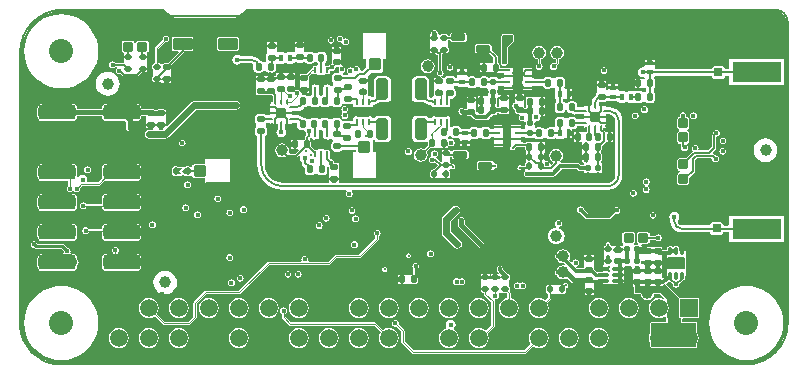
<source format=gtl>
G04*
G04 #@! TF.GenerationSoftware,Altium Limited,CircuitStudio,1.5.2 (30)*
G04*
G04 Layer_Physical_Order=1*
G04 Layer_Color=255*
%FSLAX25Y25*%
%MOIN*%
G70*
G01*
G75*
%ADD10C,0.00768*%
%ADD11C,0.03937*%
G04:AMPARAMS|DCode=12|XSize=23.62mil|YSize=19.69mil|CornerRadius=4.92mil|HoleSize=0mil|Usage=FLASHONLY|Rotation=0.000|XOffset=0mil|YOffset=0mil|HoleType=Round|Shape=RoundedRectangle|*
%AMROUNDEDRECTD12*
21,1,0.02362,0.00984,0,0,0.0*
21,1,0.01378,0.01969,0,0,0.0*
1,1,0.00984,0.00689,-0.00492*
1,1,0.00984,-0.00689,-0.00492*
1,1,0.00984,-0.00689,0.00492*
1,1,0.00984,0.00689,0.00492*
%
%ADD12ROUNDEDRECTD12*%
G04:AMPARAMS|DCode=13|XSize=23.62mil|YSize=17.72mil|CornerRadius=4.43mil|HoleSize=0mil|Usage=FLASHONLY|Rotation=180.000|XOffset=0mil|YOffset=0mil|HoleType=Round|Shape=RoundedRectangle|*
%AMROUNDEDRECTD13*
21,1,0.02362,0.00886,0,0,180.0*
21,1,0.01476,0.01772,0,0,180.0*
1,1,0.00886,-0.00738,0.00443*
1,1,0.00886,0.00738,0.00443*
1,1,0.00886,0.00738,-0.00443*
1,1,0.00886,-0.00738,-0.00443*
%
%ADD13ROUNDEDRECTD13*%
G04:AMPARAMS|DCode=14|XSize=23.62mil|YSize=19.69mil|CornerRadius=4.92mil|HoleSize=0mil|Usage=FLASHONLY|Rotation=90.000|XOffset=0mil|YOffset=0mil|HoleType=Round|Shape=RoundedRectangle|*
%AMROUNDEDRECTD14*
21,1,0.02362,0.00984,0,0,90.0*
21,1,0.01378,0.01969,0,0,90.0*
1,1,0.00984,0.00492,0.00689*
1,1,0.00984,0.00492,-0.00689*
1,1,0.00984,-0.00492,-0.00689*
1,1,0.00984,-0.00492,0.00689*
%
%ADD14ROUNDEDRECTD14*%
G04:AMPARAMS|DCode=15|XSize=21.65mil|YSize=17.72mil|CornerRadius=4.43mil|HoleSize=0mil|Usage=FLASHONLY|Rotation=270.000|XOffset=0mil|YOffset=0mil|HoleType=Round|Shape=RoundedRectangle|*
%AMROUNDEDRECTD15*
21,1,0.02165,0.00886,0,0,270.0*
21,1,0.01280,0.01772,0,0,270.0*
1,1,0.00886,-0.00443,-0.00640*
1,1,0.00886,-0.00443,0.00640*
1,1,0.00886,0.00443,0.00640*
1,1,0.00886,0.00443,-0.00640*
%
%ADD15ROUNDEDRECTD15*%
G04:AMPARAMS|DCode=16|XSize=37.01mil|YSize=10.63mil|CornerRadius=1.33mil|HoleSize=0mil|Usage=FLASHONLY|Rotation=180.000|XOffset=0mil|YOffset=0mil|HoleType=Round|Shape=RoundedRectangle|*
%AMROUNDEDRECTD16*
21,1,0.03701,0.00797,0,0,180.0*
21,1,0.03435,0.01063,0,0,180.0*
1,1,0.00266,-0.01718,0.00399*
1,1,0.00266,0.01718,0.00399*
1,1,0.00266,0.01718,-0.00399*
1,1,0.00266,-0.01718,-0.00399*
%
%ADD16ROUNDEDRECTD16*%
G04:AMPARAMS|DCode=17|XSize=61.02mil|YSize=40.16mil|CornerRadius=4.02mil|HoleSize=0mil|Usage=FLASHONLY|Rotation=0.000|XOffset=0mil|YOffset=0mil|HoleType=Round|Shape=RoundedRectangle|*
%AMROUNDEDRECTD17*
21,1,0.06102,0.03213,0,0,0.0*
21,1,0.05299,0.04016,0,0,0.0*
1,1,0.00803,0.02649,-0.01606*
1,1,0.00803,-0.02649,-0.01606*
1,1,0.00803,-0.02649,0.01606*
1,1,0.00803,0.02649,0.01606*
%
%ADD17ROUNDEDRECTD17*%
G04:AMPARAMS|DCode=18|XSize=25.59mil|YSize=11.81mil|CornerRadius=2.95mil|HoleSize=0mil|Usage=FLASHONLY|Rotation=270.000|XOffset=0mil|YOffset=0mil|HoleType=Round|Shape=RoundedRectangle|*
%AMROUNDEDRECTD18*
21,1,0.02559,0.00591,0,0,270.0*
21,1,0.01969,0.01181,0,0,270.0*
1,1,0.00591,-0.00295,-0.00984*
1,1,0.00591,-0.00295,0.00984*
1,1,0.00591,0.00295,0.00984*
1,1,0.00591,0.00295,-0.00984*
%
%ADD18ROUNDEDRECTD18*%
G04:AMPARAMS|DCode=19|XSize=31.5mil|YSize=31.5mil|CornerRadius=3.15mil|HoleSize=0mil|Usage=FLASHONLY|Rotation=90.000|XOffset=0mil|YOffset=0mil|HoleType=Round|Shape=RoundedRectangle|*
%AMROUNDEDRECTD19*
21,1,0.03150,0.02520,0,0,90.0*
21,1,0.02520,0.03150,0,0,90.0*
1,1,0.00630,0.01260,0.01260*
1,1,0.00630,0.01260,-0.01260*
1,1,0.00630,-0.01260,-0.01260*
1,1,0.00630,-0.01260,0.01260*
%
%ADD19ROUNDEDRECTD19*%
G04:AMPARAMS|DCode=20|XSize=18.11mil|YSize=7.87mil|CornerRadius=3.15mil|HoleSize=0mil|Usage=FLASHONLY|Rotation=90.000|XOffset=0mil|YOffset=0mil|HoleType=Round|Shape=RoundedRectangle|*
%AMROUNDEDRECTD20*
21,1,0.01811,0.00158,0,0,90.0*
21,1,0.01181,0.00787,0,0,90.0*
1,1,0.00630,0.00079,0.00591*
1,1,0.00630,0.00079,-0.00591*
1,1,0.00630,-0.00079,-0.00591*
1,1,0.00630,-0.00079,0.00591*
%
%ADD20ROUNDEDRECTD20*%
G04:AMPARAMS|DCode=21|XSize=18.11mil|YSize=7.87mil|CornerRadius=3.15mil|HoleSize=0mil|Usage=FLASHONLY|Rotation=0.000|XOffset=0mil|YOffset=0mil|HoleType=Round|Shape=RoundedRectangle|*
%AMROUNDEDRECTD21*
21,1,0.01811,0.00158,0,0,0.0*
21,1,0.01181,0.00787,0,0,0.0*
1,1,0.00630,0.00591,-0.00079*
1,1,0.00630,-0.00591,-0.00079*
1,1,0.00630,-0.00591,0.00079*
1,1,0.00630,0.00591,0.00079*
%
%ADD21ROUNDEDRECTD21*%
G04:AMPARAMS|DCode=22|XSize=41.34mil|YSize=86.61mil|CornerRadius=4.13mil|HoleSize=0mil|Usage=FLASHONLY|Rotation=0.000|XOffset=0mil|YOffset=0mil|HoleType=Round|Shape=RoundedRectangle|*
%AMROUNDEDRECTD22*
21,1,0.04134,0.07835,0,0,0.0*
21,1,0.03307,0.08661,0,0,0.0*
1,1,0.00827,0.01654,-0.03917*
1,1,0.00827,-0.01654,-0.03917*
1,1,0.00827,-0.01654,0.03917*
1,1,0.00827,0.01654,0.03917*
%
%ADD22ROUNDEDRECTD22*%
G04:AMPARAMS|DCode=23|XSize=39.37mil|YSize=41.34mil|CornerRadius=3.94mil|HoleSize=0mil|Usage=FLASHONLY|Rotation=0.000|XOffset=0mil|YOffset=0mil|HoleType=Round|Shape=RoundedRectangle|*
%AMROUNDEDRECTD23*
21,1,0.03937,0.03347,0,0,0.0*
21,1,0.03150,0.04134,0,0,0.0*
1,1,0.00787,0.01575,-0.01673*
1,1,0.00787,-0.01575,-0.01673*
1,1,0.00787,-0.01575,0.01673*
1,1,0.00787,0.01575,0.01673*
%
%ADD23ROUNDEDRECTD23*%
G04:AMPARAMS|DCode=24|XSize=41.34mil|YSize=86.61mil|CornerRadius=4.13mil|HoleSize=0mil|Usage=FLASHONLY|Rotation=270.000|XOffset=0mil|YOffset=0mil|HoleType=Round|Shape=RoundedRectangle|*
%AMROUNDEDRECTD24*
21,1,0.04134,0.07835,0,0,270.0*
21,1,0.03307,0.08661,0,0,270.0*
1,1,0.00827,-0.03917,-0.01654*
1,1,0.00827,-0.03917,0.01654*
1,1,0.00827,0.03917,0.01654*
1,1,0.00827,0.03917,-0.01654*
%
%ADD24ROUNDEDRECTD24*%
G04:AMPARAMS|DCode=25|XSize=39.37mil|YSize=41.34mil|CornerRadius=3.94mil|HoleSize=0mil|Usage=FLASHONLY|Rotation=270.000|XOffset=0mil|YOffset=0mil|HoleType=Round|Shape=RoundedRectangle|*
%AMROUNDEDRECTD25*
21,1,0.03937,0.03347,0,0,270.0*
21,1,0.03150,0.04134,0,0,270.0*
1,1,0.00787,-0.01673,-0.01575*
1,1,0.00787,-0.01673,0.01575*
1,1,0.00787,0.01673,0.01575*
1,1,0.00787,0.01673,-0.01575*
%
%ADD25ROUNDEDRECTD25*%
G04:AMPARAMS|DCode=26|XSize=51.18mil|YSize=31.5mil|CornerRadius=4.72mil|HoleSize=0mil|Usage=FLASHONLY|Rotation=180.000|XOffset=0mil|YOffset=0mil|HoleType=Round|Shape=RoundedRectangle|*
%AMROUNDEDRECTD26*
21,1,0.05118,0.02205,0,0,180.0*
21,1,0.04173,0.03150,0,0,180.0*
1,1,0.00945,-0.02087,0.01102*
1,1,0.00945,0.02087,0.01102*
1,1,0.00945,0.02087,-0.01102*
1,1,0.00945,-0.02087,-0.01102*
%
%ADD26ROUNDEDRECTD26*%
G04:AMPARAMS|DCode=27|XSize=21.65mil|YSize=9.84mil|CornerRadius=1.48mil|HoleSize=0mil|Usage=FLASHONLY|Rotation=90.000|XOffset=0mil|YOffset=0mil|HoleType=Round|Shape=RoundedRectangle|*
%AMROUNDEDRECTD27*
21,1,0.02165,0.00689,0,0,90.0*
21,1,0.01870,0.00984,0,0,90.0*
1,1,0.00295,0.00345,0.00935*
1,1,0.00295,0.00345,-0.00935*
1,1,0.00295,-0.00345,-0.00935*
1,1,0.00295,-0.00345,0.00935*
%
%ADD27ROUNDEDRECTD27*%
G04:AMPARAMS|DCode=28|XSize=125.2mil|YSize=50mil|CornerRadius=12.5mil|HoleSize=0mil|Usage=FLASHONLY|Rotation=180.000|XOffset=0mil|YOffset=0mil|HoleType=Round|Shape=RoundedRectangle|*
%AMROUNDEDRECTD28*
21,1,0.12520,0.02500,0,0,180.0*
21,1,0.10020,0.05000,0,0,180.0*
1,1,0.02500,-0.05010,0.01250*
1,1,0.02500,0.05010,0.01250*
1,1,0.02500,0.05010,-0.01250*
1,1,0.02500,-0.05010,-0.01250*
%
%ADD28ROUNDEDRECTD28*%
G04:AMPARAMS|DCode=29|XSize=21.65mil|YSize=17.72mil|CornerRadius=4.43mil|HoleSize=0mil|Usage=FLASHONLY|Rotation=0.000|XOffset=0mil|YOffset=0mil|HoleType=Round|Shape=RoundedRectangle|*
%AMROUNDEDRECTD29*
21,1,0.02165,0.00886,0,0,0.0*
21,1,0.01280,0.01772,0,0,0.0*
1,1,0.00886,0.00640,-0.00443*
1,1,0.00886,-0.00640,-0.00443*
1,1,0.00886,-0.00640,0.00443*
1,1,0.00886,0.00640,0.00443*
%
%ADD29ROUNDEDRECTD29*%
G04:AMPARAMS|DCode=30|XSize=48.43mil|YSize=23.62mil|CornerRadius=2.95mil|HoleSize=0mil|Usage=FLASHONLY|Rotation=0.000|XOffset=0mil|YOffset=0mil|HoleType=Round|Shape=RoundedRectangle|*
%AMROUNDEDRECTD30*
21,1,0.04843,0.01772,0,0,0.0*
21,1,0.04252,0.02362,0,0,0.0*
1,1,0.00591,0.02126,-0.00886*
1,1,0.00591,-0.02126,-0.00886*
1,1,0.00591,-0.02126,0.00886*
1,1,0.00591,0.02126,0.00886*
%
%ADD30ROUNDEDRECTD30*%
%ADD31R,0.16496X0.07008*%
%ADD32R,0.16496X0.10492*%
G04:AMPARAMS|DCode=33|XSize=9.84mil|YSize=29.53mil|CornerRadius=1.48mil|HoleSize=0mil|Usage=FLASHONLY|Rotation=270.000|XOffset=0mil|YOffset=0mil|HoleType=Round|Shape=RoundedRectangle|*
%AMROUNDEDRECTD33*
21,1,0.00984,0.02658,0,0,270.0*
21,1,0.00689,0.02953,0,0,270.0*
1,1,0.00295,-0.01329,-0.00345*
1,1,0.00295,-0.01329,0.00345*
1,1,0.00295,0.01329,0.00345*
1,1,0.00295,0.01329,-0.00345*
%
%ADD33ROUNDEDRECTD33*%
G04:AMPARAMS|DCode=34|XSize=47.24mil|YSize=23.62mil|CornerRadius=3.54mil|HoleSize=0mil|Usage=FLASHONLY|Rotation=270.000|XOffset=0mil|YOffset=0mil|HoleType=Round|Shape=RoundedRectangle|*
%AMROUNDEDRECTD34*
21,1,0.04724,0.01654,0,0,270.0*
21,1,0.04016,0.02362,0,0,270.0*
1,1,0.00709,-0.00827,-0.02008*
1,1,0.00709,-0.00827,0.02008*
1,1,0.00709,0.00827,0.02008*
1,1,0.00709,0.00827,-0.02008*
%
%ADD34ROUNDEDRECTD34*%
G04:AMPARAMS|DCode=35|XSize=23.62mil|YSize=17.72mil|CornerRadius=4.43mil|HoleSize=0mil|Usage=FLASHONLY|Rotation=270.000|XOffset=0mil|YOffset=0mil|HoleType=Round|Shape=RoundedRectangle|*
%AMROUNDEDRECTD35*
21,1,0.02362,0.00886,0,0,270.0*
21,1,0.01476,0.01772,0,0,270.0*
1,1,0.00886,-0.00443,-0.00738*
1,1,0.00886,-0.00443,0.00738*
1,1,0.00886,0.00443,0.00738*
1,1,0.00886,0.00443,-0.00738*
%
%ADD35ROUNDEDRECTD35*%
G04:AMPARAMS|DCode=36|XSize=14.17mil|YSize=23mil|CornerRadius=0.71mil|HoleSize=0mil|Usage=FLASHONLY|Rotation=180.000|XOffset=0mil|YOffset=0mil|HoleType=Round|Shape=RoundedRectangle|*
%AMROUNDEDRECTD36*
21,1,0.01417,0.02158,0,0,180.0*
21,1,0.01276,0.02300,0,0,180.0*
1,1,0.00142,-0.00638,0.01079*
1,1,0.00142,0.00638,0.01079*
1,1,0.00142,0.00638,-0.01079*
1,1,0.00142,-0.00638,-0.01079*
%
%ADD36ROUNDEDRECTD36*%
G04:AMPARAMS|DCode=37|XSize=14.17mil|YSize=23mil|CornerRadius=0.71mil|HoleSize=0mil|Usage=FLASHONLY|Rotation=270.000|XOffset=0mil|YOffset=0mil|HoleType=Round|Shape=RoundedRectangle|*
%AMROUNDEDRECTD37*
21,1,0.01417,0.02158,0,0,270.0*
21,1,0.01276,0.02300,0,0,270.0*
1,1,0.00142,-0.01079,-0.00638*
1,1,0.00142,-0.01079,0.00638*
1,1,0.00142,0.01079,0.00638*
1,1,0.00142,0.01079,-0.00638*
%
%ADD37ROUNDEDRECTD37*%
G04:AMPARAMS|DCode=38|XSize=27.56mil|YSize=27.56mil|CornerRadius=2.76mil|HoleSize=0mil|Usage=FLASHONLY|Rotation=90.000|XOffset=0mil|YOffset=0mil|HoleType=Round|Shape=RoundedRectangle|*
%AMROUNDEDRECTD38*
21,1,0.02756,0.02205,0,0,90.0*
21,1,0.02205,0.02756,0,0,90.0*
1,1,0.00551,0.01102,0.01102*
1,1,0.00551,0.01102,-0.01102*
1,1,0.00551,-0.01102,-0.01102*
1,1,0.00551,-0.01102,0.01102*
%
%ADD38ROUNDEDRECTD38*%
G04:AMPARAMS|DCode=39|XSize=31.89mil|YSize=36.61mil|CornerRadius=4.78mil|HoleSize=0mil|Usage=FLASHONLY|Rotation=270.000|XOffset=0mil|YOffset=0mil|HoleType=Round|Shape=RoundedRectangle|*
%AMROUNDEDRECTD39*
21,1,0.03189,0.02705,0,0,270.0*
21,1,0.02232,0.03661,0,0,270.0*
1,1,0.00957,-0.01352,-0.01116*
1,1,0.00957,-0.01352,0.01116*
1,1,0.00957,0.01352,0.01116*
1,1,0.00957,0.01352,-0.01116*
%
%ADD39ROUNDEDRECTD39*%
G04:AMPARAMS|DCode=40|XSize=31.89mil|YSize=36.61mil|CornerRadius=4.78mil|HoleSize=0mil|Usage=FLASHONLY|Rotation=180.000|XOffset=0mil|YOffset=0mil|HoleType=Round|Shape=RoundedRectangle|*
%AMROUNDEDRECTD40*
21,1,0.03189,0.02705,0,0,180.0*
21,1,0.02232,0.03661,0,0,180.0*
1,1,0.00957,-0.01116,0.01352*
1,1,0.00957,0.01116,0.01352*
1,1,0.00957,0.01116,-0.01352*
1,1,0.00957,-0.01116,-0.01352*
%
%ADD40ROUNDEDRECTD40*%
G04:AMPARAMS|DCode=41|XSize=64.96mil|YSize=41.34mil|CornerRadius=4.13mil|HoleSize=0mil|Usage=FLASHONLY|Rotation=180.000|XOffset=0mil|YOffset=0mil|HoleType=Round|Shape=RoundedRectangle|*
%AMROUNDEDRECTD41*
21,1,0.06496,0.03307,0,0,180.0*
21,1,0.05669,0.04134,0,0,180.0*
1,1,0.00827,-0.02835,0.01654*
1,1,0.00827,0.02835,0.01654*
1,1,0.00827,0.02835,-0.01654*
1,1,0.00827,-0.02835,-0.01654*
%
%ADD41ROUNDEDRECTD41*%
G04:AMPARAMS|DCode=42|XSize=70.87mil|YSize=40.95mil|CornerRadius=6.14mil|HoleSize=0mil|Usage=FLASHONLY|Rotation=90.000|XOffset=0mil|YOffset=0mil|HoleType=Round|Shape=RoundedRectangle|*
%AMROUNDEDRECTD42*
21,1,0.07087,0.02866,0,0,90.0*
21,1,0.05858,0.04095,0,0,90.0*
1,1,0.01228,0.01433,0.02929*
1,1,0.01228,0.01433,-0.02929*
1,1,0.01228,-0.01433,-0.02929*
1,1,0.01228,-0.01433,0.02929*
%
%ADD42ROUNDEDRECTD42*%
G04:AMPARAMS|DCode=43|XSize=49.02mil|YSize=24.02mil|CornerRadius=3.6mil|HoleSize=0mil|Usage=FLASHONLY|Rotation=90.000|XOffset=0mil|YOffset=0mil|HoleType=Round|Shape=RoundedRectangle|*
%AMROUNDEDRECTD43*
21,1,0.04902,0.01681,0,0,90.0*
21,1,0.04181,0.02402,0,0,90.0*
1,1,0.00721,0.00841,0.02091*
1,1,0.00721,0.00841,-0.02091*
1,1,0.00721,-0.00841,-0.02091*
1,1,0.00721,-0.00841,0.02091*
%
%ADD43ROUNDEDRECTD43*%
%ADD44C,0.01400*%
%ADD45C,0.01200*%
%ADD46C,0.01600*%
%ADD47C,0.00600*%
%ADD48C,0.00800*%
%ADD49C,0.00350*%
%ADD50C,0.00400*%
%ADD51C,0.01000*%
%ADD52C,0.02400*%
%ADD53C,0.02200*%
%ADD54C,0.00500*%
%ADD55R,0.01300X0.02000*%
%ADD56R,0.03100X0.02200*%
%ADD57R,0.01768X0.06900*%
%ADD58C,0.03819*%
%ADD59C,0.02362*%
%ADD60C,0.05906*%
%ADD61R,0.05906X0.05906*%
%ADD62C,0.08000*%
%ADD63C,0.01600*%
%ADD64C,0.01000*%
%ADD65C,0.04000*%
G36*
X1048995Y817364D02*
X1082175D01*
X1082867Y816672D01*
X1083979Y815819D01*
X1084894Y815440D01*
X1085273Y815283D01*
X1086662Y815100D01*
X1105890D01*
X1107278Y815283D01*
X1108572Y815819D01*
X1109684Y816672D01*
X1110376Y817364D01*
X1286362D01*
X1286471Y817378D01*
X1287353Y817262D01*
X1288277Y816880D01*
X1289070Y816271D01*
X1289678Y815478D01*
X1290061Y814555D01*
X1290177Y813673D01*
X1290162Y813564D01*
Y713281D01*
X1290186Y713103D01*
X1290034Y711177D01*
X1289542Y709125D01*
X1288734Y707174D01*
X1287631Y705375D01*
X1286260Y703770D01*
X1284655Y702399D01*
X1282856Y701296D01*
X1280905Y700488D01*
X1278853Y699996D01*
X1276927Y699844D01*
X1276749Y699867D01*
X1047891Y699867D01*
X1047720Y699845D01*
X1045867Y699991D01*
X1043893Y700465D01*
X1042017Y701242D01*
X1040286Y702302D01*
X1038742Y703621D01*
X1037424Y705165D01*
X1036363Y706896D01*
X1035586Y708771D01*
X1035112Y710745D01*
X1034966Y712599D01*
X1034989Y712769D01*
X1034989Y796470D01*
Y803358D01*
X1034964Y803544D01*
X1035122Y805555D01*
X1035637Y807698D01*
X1036480Y809734D01*
X1037632Y811613D01*
X1039063Y813290D01*
X1040739Y814721D01*
X1042618Y815872D01*
X1044655Y816716D01*
X1046798Y817230D01*
X1048809Y817389D01*
X1048995Y817364D01*
D02*
G37*
%LPC*%
G36*
X1073491Y746329D02*
X1063471D01*
X1062859Y746207D01*
X1062339Y745860D01*
X1061992Y745340D01*
X1061870Y744728D01*
Y744644D01*
X1057541D01*
X1057359Y744915D01*
X1056989Y745163D01*
X1056552Y745250D01*
X1056115Y745163D01*
X1055744Y744915D01*
X1055497Y744545D01*
X1055410Y744108D01*
X1055497Y743671D01*
X1055744Y743300D01*
X1056115Y743053D01*
X1056552Y742966D01*
X1056989Y743053D01*
X1057359Y743300D01*
X1057541Y743572D01*
X1061870D01*
Y742228D01*
X1061992Y741615D01*
X1062339Y741096D01*
X1062859Y740749D01*
X1063471Y740627D01*
X1073491D01*
X1074104Y740749D01*
X1074623Y741096D01*
X1074970Y741615D01*
X1075092Y742228D01*
Y744728D01*
X1074970Y745340D01*
X1074623Y745860D01*
X1074104Y746207D01*
X1073491Y746329D01*
D02*
G37*
G36*
X1078747Y747169D02*
X1078310Y747082D01*
X1077939Y746835D01*
X1077692Y746464D01*
X1077605Y746027D01*
X1077692Y745590D01*
X1077939Y745220D01*
X1078310Y744972D01*
X1078747Y744885D01*
X1079184Y744972D01*
X1079554Y745220D01*
X1079802Y745590D01*
X1079889Y746027D01*
X1079802Y746464D01*
X1079554Y746835D01*
X1079184Y747082D01*
X1078747Y747169D01*
D02*
G37*
G36*
X1051995Y746329D02*
X1041975D01*
X1041363Y746207D01*
X1040843Y745860D01*
X1040496Y745340D01*
X1040374Y744728D01*
Y742228D01*
X1040496Y741615D01*
X1040843Y741096D01*
X1041363Y740749D01*
X1041975Y740627D01*
X1051995D01*
X1052608Y740749D01*
X1053127Y741096D01*
X1053474Y741615D01*
X1053596Y742228D01*
Y744728D01*
X1053474Y745340D01*
X1053127Y745860D01*
X1052608Y746207D01*
X1051995Y746329D01*
D02*
G37*
G36*
X1134376Y746923D02*
X1133939Y746836D01*
X1133568Y746589D01*
X1133321Y746218D01*
X1133234Y745781D01*
X1133321Y745344D01*
X1133568Y744974D01*
X1133939Y744726D01*
X1134376Y744639D01*
X1134813Y744726D01*
X1135183Y744974D01*
X1135431Y745344D01*
X1135518Y745781D01*
X1135431Y746218D01*
X1135183Y746589D01*
X1134813Y746836D01*
X1134376Y746923D01*
D02*
G37*
G36*
X1146476Y749123D02*
X1146039Y749036D01*
X1145668Y748789D01*
X1145421Y748418D01*
X1145334Y747981D01*
X1145421Y747544D01*
X1145668Y747174D01*
X1146039Y746926D01*
X1146476Y746839D01*
X1146913Y746926D01*
X1147283Y747174D01*
X1147531Y747544D01*
X1147618Y747981D01*
X1147531Y748418D01*
X1147283Y748789D01*
X1146913Y749036D01*
X1146476Y749123D01*
D02*
G37*
G36*
X1245644Y750369D02*
X1245208Y750282D01*
X1244837Y750035D01*
X1244590Y749664D01*
X1244503Y749227D01*
X1244590Y748790D01*
X1244837Y748420D01*
X1245208Y748172D01*
X1245644Y748085D01*
X1246082Y748172D01*
X1246452Y748420D01*
X1246700Y748790D01*
X1246786Y749227D01*
X1246700Y749664D01*
X1246452Y750035D01*
X1246082Y750282D01*
X1245644Y750369D01*
D02*
G37*
G36*
X1093811Y750532D02*
X1093374Y750446D01*
X1093003Y750198D01*
X1092756Y749827D01*
X1092669Y749391D01*
X1092756Y748953D01*
X1093003Y748583D01*
X1093374Y748336D01*
X1093811Y748249D01*
X1094248Y748336D01*
X1094618Y748583D01*
X1094866Y748953D01*
X1094953Y749391D01*
X1094866Y749827D01*
X1094618Y750198D01*
X1094248Y750446D01*
X1093811Y750532D01*
D02*
G37*
G36*
X1104576Y751123D02*
X1104139Y751036D01*
X1103768Y750789D01*
X1103521Y750418D01*
X1103434Y749981D01*
X1103521Y749544D01*
X1103768Y749174D01*
X1104139Y748926D01*
X1104576Y748839D01*
X1105013Y748926D01*
X1105383Y749174D01*
X1105631Y749544D01*
X1105717Y749981D01*
X1105631Y750418D01*
X1105383Y750789D01*
X1105013Y751036D01*
X1104576Y751123D01*
D02*
G37*
G36*
X1136666Y749383D02*
X1136229Y749296D01*
X1135858Y749049D01*
X1135611Y748678D01*
X1135524Y748241D01*
X1135611Y747804D01*
X1135858Y747434D01*
X1136229Y747186D01*
X1136666Y747099D01*
X1137103Y747186D01*
X1137473Y747434D01*
X1137721Y747804D01*
X1137807Y748241D01*
X1137721Y748678D01*
X1137473Y749049D01*
X1137103Y749296D01*
X1136666Y749383D01*
D02*
G37*
G36*
X1171476Y737511D02*
X1171039Y737424D01*
X1170668Y737177D01*
X1170421Y736806D01*
X1170334Y736369D01*
X1170421Y735932D01*
X1170668Y735562D01*
X1171039Y735314D01*
X1171476Y735227D01*
X1171913Y735314D01*
X1172283Y735562D01*
X1172531Y735932D01*
X1172618Y736369D01*
X1172531Y736806D01*
X1172283Y737177D01*
X1171913Y737424D01*
X1171476Y737511D01*
D02*
G37*
G36*
X1179876Y752431D02*
X1179282Y752313D01*
X1178780Y751977D01*
X1175680Y748877D01*
X1175344Y748374D01*
X1175226Y747781D01*
Y743181D01*
X1175344Y742588D01*
X1175680Y742085D01*
X1179280Y738485D01*
X1179782Y738149D01*
X1180376Y738031D01*
X1180969Y738149D01*
X1181472Y738485D01*
X1181807Y738988D01*
X1181925Y739581D01*
X1181807Y740174D01*
X1181472Y740677D01*
X1178325Y743823D01*
Y747139D01*
X1180972Y749785D01*
X1181307Y750288D01*
X1181425Y750881D01*
X1181307Y751474D01*
X1180972Y751977D01*
X1180469Y752313D01*
X1179876Y752431D01*
D02*
G37*
G36*
X1225850Y735931D02*
X1225014D01*
Y735143D01*
X1225850D01*
Y735931D01*
D02*
G37*
G36*
X1164134Y736554D02*
X1163814Y736491D01*
X1163543Y736309D01*
X1163362Y736038D01*
X1163298Y735718D01*
X1163362Y735398D01*
X1163543Y735127D01*
X1163814Y734946D01*
X1164134Y734882D01*
X1164454Y734946D01*
X1164725Y735127D01*
X1164907Y735398D01*
X1164970Y735718D01*
X1164907Y736038D01*
X1164725Y736309D01*
X1164454Y736491D01*
X1164134Y736554D01*
D02*
G37*
G36*
X1223537Y735931D02*
X1222652D01*
Y735143D01*
X1223537D01*
Y735931D01*
D02*
G37*
G36*
X1214165Y747681D02*
X1213728Y747594D01*
X1213357Y747346D01*
X1213110Y746976D01*
X1213023Y746539D01*
X1213110Y746102D01*
X1213357Y745731D01*
X1213440Y745676D01*
X1213396Y745106D01*
X1213353Y745054D01*
X1212654Y744962D01*
X1211981Y744683D01*
X1211403Y744239D01*
X1210959Y743661D01*
X1210680Y742987D01*
X1210585Y742264D01*
X1210680Y741542D01*
X1210959Y740868D01*
X1211403Y740290D01*
X1211981Y739846D01*
X1212654Y739567D01*
X1213377Y739472D01*
X1214100Y739567D01*
X1214773Y739846D01*
X1215352Y740290D01*
X1215795Y740868D01*
X1216074Y741542D01*
X1216169Y742264D01*
X1216074Y742987D01*
X1215795Y743661D01*
X1215352Y744239D01*
X1214773Y744683D01*
X1214207Y744917D01*
X1214294Y745422D01*
X1214602Y745484D01*
X1214972Y745731D01*
X1215220Y746102D01*
X1215306Y746539D01*
X1215220Y746976D01*
X1214972Y747346D01*
X1214602Y747594D01*
X1214165Y747681D01*
D02*
G37*
G36*
X1252676Y750312D02*
X1252051Y750188D01*
X1251522Y749835D01*
X1251168Y749305D01*
X1251044Y748681D01*
X1251168Y748057D01*
X1251390Y747725D01*
X1251460Y747254D01*
X1251460D01*
X1251588Y746278D01*
X1251965Y745368D01*
X1252564Y744587D01*
X1253345Y743988D01*
X1254255Y743611D01*
X1255231Y743482D01*
Y743491D01*
X1264728D01*
X1264771Y743275D01*
X1265009Y742919D01*
X1265365Y742681D01*
X1265784Y742598D01*
X1267989D01*
X1268409Y742681D01*
X1268764Y742919D01*
X1269002Y743275D01*
X1269045Y743491D01*
X1271126D01*
Y740394D01*
X1289222D01*
Y749002D01*
X1271126D01*
Y745905D01*
X1269084D01*
X1269002Y746319D01*
X1268764Y746675D01*
X1268409Y746912D01*
X1267989Y746996D01*
X1265784D01*
X1265365Y746912D01*
X1265009Y746675D01*
X1264771Y746319D01*
X1264689Y745905D01*
X1255231D01*
Y745906D01*
X1254715Y746009D01*
X1254278Y746301D01*
X1253986Y746738D01*
X1253883Y747254D01*
X1253959Y747722D01*
X1254183Y748057D01*
X1254307Y748681D01*
X1254183Y749305D01*
X1253829Y749835D01*
X1253300Y750188D01*
X1252676Y750312D01*
D02*
G37*
G36*
X1243728Y743622D02*
X1241023D01*
X1240712Y743560D01*
X1240448Y743384D01*
X1240271Y743120D01*
X1240209Y742808D01*
Y740576D01*
X1240271Y740265D01*
X1240448Y740000D01*
X1240592Y739904D01*
X1240685Y739658D01*
X1240459Y739318D01*
X1239943Y739243D01*
X1239776Y739381D01*
Y739381D01*
X1239308D01*
X1239270Y739482D01*
X1239225Y739881D01*
X1239404Y740000D01*
X1239580Y740265D01*
X1239642Y740576D01*
Y742808D01*
X1239580Y743120D01*
X1239404Y743384D01*
X1239139Y743560D01*
X1238828Y743622D01*
X1236123D01*
X1235812Y743560D01*
X1235548Y743384D01*
X1235371Y743120D01*
X1235309Y742808D01*
Y740576D01*
X1235371Y740265D01*
X1235548Y740000D01*
X1235745Y739868D01*
X1235776Y739381D01*
Y739381D01*
X1235776Y739321D01*
Y739296D01*
X1235450Y738931D01*
X1235276Y738931D01*
X1234614D01*
Y738143D01*
X1235374D01*
X1235441Y738143D01*
X1235444D01*
X1235450D01*
X1235858Y737985D01*
Y737582D01*
X1235783Y737540D01*
X1235424Y737356D01*
X1232522D01*
X1232286Y737744D01*
X1232271Y737773D01*
X1232341Y737924D01*
X1232497Y738143D01*
X1232692D01*
X1233137D01*
Y738931D01*
X1232492D01*
X1232450D01*
X1232379Y738931D01*
X1232292D01*
X1232265D01*
X1232252D01*
X1232251Y738931D01*
X1232185Y738929D01*
X1231892Y738937D01*
X1231581Y739229D01*
X1231512Y739381D01*
Y739381D01*
Y739381D01*
X1231512D01*
X1231448Y739701D01*
X1231364Y739827D01*
X1231267Y739972D01*
X1230995Y740154D01*
X1230676Y740217D01*
X1230356Y740154D01*
X1230084Y739972D01*
X1229987Y739827D01*
X1229903Y739701D01*
X1229840Y739381D01*
X1229840Y739381D01*
Y739381D01*
X1229646Y738956D01*
X1229640Y738943D01*
X1229454Y738855D01*
X1229298Y738781D01*
Y738781D01*
Y738640D01*
X1229292Y738631D01*
X1229219Y738522D01*
X1229160Y738224D01*
Y737338D01*
X1229219Y737041D01*
X1229298Y736922D01*
Y734640D01*
X1229219Y734522D01*
X1229160Y734224D01*
Y733338D01*
X1229215Y733060D01*
X1229217Y733037D01*
X1229176Y732944D01*
X1228895Y732560D01*
X1228895Y732560D01*
X1228895Y732560D01*
X1228895Y732560D01*
Y730270D01*
X1227178D01*
X1227050Y730217D01*
X1226960D01*
X1226002Y731176D01*
X1225850Y731277D01*
Y734356D01*
X1222701D01*
Y731451D01*
X1220439D01*
X1220122Y731822D01*
X1220272Y732318D01*
X1220313Y732326D01*
X1220683Y732574D01*
X1220931Y732944D01*
X1221017Y733381D01*
X1220931Y733818D01*
X1220683Y734189D01*
X1220313Y734436D01*
X1219876Y734523D01*
X1219439Y734436D01*
X1219068Y734189D01*
X1218821Y733818D01*
X1218813Y733778D01*
X1218270Y733613D01*
X1217577Y734307D01*
X1217831Y734688D01*
X1218009Y735581D01*
X1217831Y736474D01*
X1217325Y737231D01*
X1216568Y737737D01*
X1215676Y737914D01*
X1214783Y737737D01*
X1214026Y737231D01*
X1213642Y736657D01*
X1213539Y736636D01*
X1213168Y736389D01*
X1212921Y736018D01*
X1212834Y735581D01*
X1212921Y735144D01*
X1213168Y734774D01*
X1213539Y734526D01*
X1213642Y734506D01*
X1214026Y733931D01*
X1214783Y733425D01*
X1215676Y733248D01*
X1215932Y733299D01*
X1216338Y732893D01*
X1216091Y732432D01*
X1215676Y732514D01*
X1214783Y732337D01*
X1214026Y731831D01*
X1213642Y731257D01*
X1213539Y731236D01*
X1213168Y730989D01*
X1212921Y730618D01*
X1212834Y730181D01*
X1212921Y729744D01*
X1213168Y729374D01*
X1213539Y729126D01*
X1213642Y729106D01*
X1214026Y728531D01*
X1214783Y728025D01*
X1215676Y727848D01*
X1216568Y728025D01*
X1216957Y728285D01*
X1218368Y726874D01*
X1218739Y726626D01*
X1219176Y726539D01*
X1222801D01*
Y724206D01*
X1225950D01*
Y726577D01*
X1227050D01*
X1227178Y726524D01*
X1228895D01*
Y726381D01*
X1233856D01*
Y726524D01*
X1235573D01*
X1235600Y726535D01*
X1235676D01*
X1235921Y726636D01*
X1236022Y726881D01*
Y726913D01*
X1236064Y727014D01*
Y727811D01*
X1236022Y727912D01*
Y728882D01*
X1236064Y728982D01*
Y729780D01*
X1236022Y729880D01*
Y730850D01*
X1236064Y730951D01*
Y731748D01*
X1236343Y732181D01*
X1236776D01*
Y732363D01*
X1237545D01*
X1237552Y732365D01*
X1237776Y732181D01*
Y732181D01*
X1238391D01*
X1238777Y731906D01*
X1238777Y731681D01*
Y731118D01*
X1239663D01*
Y731681D01*
Y731728D01*
X1239776Y732181D01*
X1239999Y732365D01*
X1240006Y732363D01*
X1240329D01*
X1240378Y732346D01*
X1240776Y732181D01*
X1241139Y731851D01*
X1241139Y731681D01*
Y731118D01*
X1241726D01*
X1241976Y731118D01*
X1242101D01*
X1242226D01*
X1242476Y731118D01*
X1243063D01*
Y731706D01*
X1243063Y731906D01*
Y732056D01*
Y732206D01*
X1243063Y732406D01*
Y732994D01*
X1242276D01*
X1242226Y732994D01*
X1241776Y733113D01*
Y733181D01*
X1241669D01*
Y733892D01*
X1241726Y733936D01*
X1242226Y733781D01*
Y733781D01*
X1245376D01*
Y733781D01*
X1245626D01*
Y733781D01*
X1248776D01*
Y735823D01*
X1250276D01*
Y729292D01*
X1249238Y728254D01*
X1248776Y728445D01*
Y730331D01*
X1245626D01*
Y730331D01*
X1245376D01*
Y730331D01*
X1242226D01*
Y730331D01*
X1241976D01*
Y730331D01*
X1238826D01*
Y727181D01*
X1238884D01*
Y726394D01*
X1238826D01*
Y725606D01*
X1238876D01*
X1239229Y725253D01*
X1239229Y723205D01*
X1239229Y723205D01*
D01*
X1239229Y723205D01*
Y723205D01*
X1239229Y723205D01*
Y723204D01*
X1239277Y723088D01*
X1239330Y722960D01*
X1239330Y722960D01*
X1239330Y722960D01*
X1239331Y722959D01*
X1239386Y722936D01*
X1239452Y722909D01*
X1239452Y722908D01*
X1239487Y722894D01*
X1239551Y722867D01*
X1239574Y722858D01*
X1239574Y722857D01*
X1239585Y722857D01*
X1241508Y722851D01*
X1241620Y722288D01*
X1242126Y721531D01*
X1242883Y721025D01*
X1243776Y720848D01*
X1244668Y721025D01*
X1245426Y721531D01*
X1245931Y722288D01*
X1246040Y722835D01*
X1248095Y722828D01*
X1249297Y721652D01*
X1249016Y721227D01*
X1248430Y721470D01*
X1247576Y721582D01*
X1246721Y721470D01*
X1245925Y721140D01*
X1245241Y720615D01*
X1244717Y719932D01*
X1244387Y719136D01*
X1244275Y718281D01*
X1244387Y717427D01*
X1244717Y716631D01*
X1245241Y715947D01*
X1245925Y715422D01*
X1246721Y715093D01*
X1247576Y714980D01*
X1248430Y715093D01*
X1249226Y715422D01*
X1249598Y715708D01*
X1250101Y715464D01*
X1250120Y713983D01*
X1249769Y713627D01*
X1245076D01*
X1244831Y713526D01*
X1244729Y713281D01*
Y709948D01*
X1244717Y709932D01*
X1244387Y709135D01*
X1244275Y708281D01*
X1244387Y707427D01*
X1244717Y706631D01*
X1244729Y706614D01*
Y705381D01*
X1244831Y705136D01*
X1245076Y705035D01*
X1247161D01*
X1247576Y704980D01*
X1247991Y705035D01*
X1257161D01*
X1257576Y704980D01*
X1257990Y705035D01*
X1260076D01*
X1260320Y705136D01*
X1260422Y705381D01*
Y706614D01*
X1260434Y706631D01*
X1260764Y707427D01*
X1260877Y708281D01*
X1260764Y709135D01*
X1260434Y709932D01*
X1260422Y709948D01*
Y711381D01*
Y713281D01*
X1260320Y713526D01*
X1260076Y713627D01*
X1255180D01*
X1255164Y714652D01*
X1255515Y715008D01*
X1260848D01*
Y721554D01*
X1254609D01*
X1254597Y721582D01*
X1254548Y721700D01*
X1254543Y721702D01*
X1254541Y721707D01*
X1250075Y725932D01*
X1250068Y726432D01*
X1250962Y727325D01*
X1252141Y726147D01*
X1252221Y725744D01*
X1252468Y725374D01*
X1252839Y725126D01*
X1253276Y725039D01*
X1253713Y725126D01*
X1254083Y725374D01*
X1254331Y725744D01*
X1254398Y726084D01*
X1255765Y727450D01*
X1255805Y727458D01*
X1256009Y727594D01*
X1256145Y727798D01*
X1256192Y728038D01*
Y729022D01*
X1256476D01*
Y737290D01*
X1254239D01*
X1254223Y737368D01*
Y738274D01*
X1254176Y738514D01*
X1254040Y738718D01*
X1253836Y738854D01*
X1253596Y738901D01*
X1253006D01*
X1252765Y738854D01*
X1252606Y738747D01*
X1252555Y738718D01*
X1252077D01*
X1252026Y738747D01*
X1251867Y738854D01*
X1251627Y738901D01*
X1251036D01*
X1250797Y738854D01*
X1250593Y738718D01*
X1250457Y738514D01*
X1250409Y738274D01*
Y737699D01*
X1249268D01*
X1248776Y737718D01*
Y738506D01*
X1248320D01*
X1248207Y738582D01*
X1247890Y738645D01*
X1246512D01*
X1246195Y738582D01*
X1246081Y738506D01*
X1245577D01*
Y738506D01*
X1245376Y738506D01*
X1244885Y738529D01*
X1244807Y738582D01*
X1244490Y738645D01*
X1243708D01*
X1243703Y738647D01*
X1243445Y738699D01*
X1243376Y738728D01*
X1242129D01*
X1241776Y739081D01*
Y739262D01*
X1241776Y739381D01*
X1242063Y739762D01*
X1243728D01*
X1244040Y739824D01*
X1244304Y740000D01*
X1244480Y740265D01*
X1244542Y740576D01*
Y740958D01*
X1246512D01*
X1246568Y740874D01*
X1246939Y740626D01*
X1247376Y740539D01*
X1247813Y740626D01*
X1248183Y740874D01*
X1248431Y741244D01*
X1248518Y741681D01*
X1248431Y742118D01*
X1248183Y742489D01*
X1247813Y742736D01*
X1247376Y742823D01*
X1246939Y742736D01*
X1246568Y742489D01*
X1246527Y742426D01*
X1244542D01*
Y742808D01*
X1244480Y743120D01*
X1244304Y743384D01*
X1244040Y743560D01*
X1243728Y743622D01*
D02*
G37*
G36*
X1181726Y748703D02*
X1181289Y748616D01*
X1180918Y748369D01*
X1180671Y747998D01*
X1180584Y747561D01*
Y745931D01*
X1180671Y745494D01*
X1180918Y745124D01*
X1187468Y738574D01*
X1187839Y738326D01*
X1188276Y738239D01*
X1188713Y738326D01*
X1189083Y738574D01*
X1189331Y738944D01*
X1189417Y739381D01*
X1189331Y739818D01*
X1189083Y740189D01*
X1182868Y746404D01*
Y747561D01*
X1182781Y747998D01*
X1182533Y748369D01*
X1182163Y748616D01*
X1181726Y748703D01*
D02*
G37*
G36*
X1146076Y740553D02*
X1145639Y740466D01*
X1145268Y740219D01*
X1145021Y739848D01*
X1144934Y739411D01*
X1145021Y738974D01*
X1145268Y738604D01*
X1145639Y738356D01*
X1146076Y738269D01*
X1146513Y738356D01*
X1146883Y738604D01*
X1147131Y738974D01*
X1147217Y739411D01*
X1147131Y739848D01*
X1146883Y740219D01*
X1146513Y740466D01*
X1146076Y740553D01*
D02*
G37*
G36*
X1122476Y718523D02*
X1122039Y718436D01*
X1121668Y718189D01*
X1121421Y717818D01*
X1121334Y717381D01*
X1121421Y716944D01*
X1121668Y716574D01*
X1121913Y716410D01*
Y715281D01*
X1122078Y714883D01*
X1124353Y712607D01*
X1124751Y712443D01*
X1152618D01*
X1154896Y710165D01*
X1154717Y709932D01*
X1154387Y709135D01*
X1154275Y708281D01*
X1154387Y707427D01*
X1154717Y706631D01*
X1155241Y705947D01*
X1155925Y705422D01*
X1156721Y705093D01*
X1157576Y704980D01*
X1158430Y705093D01*
X1159226Y705422D01*
X1159910Y705947D01*
X1160434Y706631D01*
X1160764Y707427D01*
X1160877Y708281D01*
X1160764Y709135D01*
X1160434Y709932D01*
X1159910Y710615D01*
X1159226Y711140D01*
X1158430Y711470D01*
X1157576Y711582D01*
X1156721Y711470D01*
X1155925Y711140D01*
X1155692Y710961D01*
X1153249Y713404D01*
X1152851Y713568D01*
X1124984D01*
X1123038Y715514D01*
Y716410D01*
X1123283Y716574D01*
X1123531Y716944D01*
X1123617Y717381D01*
X1123531Y717818D01*
X1123283Y718189D01*
X1122913Y718436D01*
X1122476Y718523D01*
D02*
G37*
G36*
X1057176Y765523D02*
X1056739Y765436D01*
X1056368Y765189D01*
X1056121Y764818D01*
X1056034Y764381D01*
X1056121Y763944D01*
X1056368Y763574D01*
X1056739Y763326D01*
X1057176Y763239D01*
X1057613Y763326D01*
X1057983Y763574D01*
X1058231Y763944D01*
X1058317Y764381D01*
X1058231Y764818D01*
X1057983Y765189D01*
X1057613Y765436D01*
X1057176Y765523D01*
D02*
G37*
G36*
X1073491Y766329D02*
X1063471D01*
X1062859Y766207D01*
X1062339Y765860D01*
X1061992Y765341D01*
X1061870Y764728D01*
Y762228D01*
X1061992Y761615D01*
X1062036Y761550D01*
X1060615Y760129D01*
X1057336D01*
X1057035Y760629D01*
X1057126Y761085D01*
X1057002Y761709D01*
X1056648Y762239D01*
X1056119Y762592D01*
X1055494Y762716D01*
X1054870Y762592D01*
X1054341Y762239D01*
X1054131Y761925D01*
Y761925D01*
X1054086Y761857D01*
X1053939Y761723D01*
X1053923Y761727D01*
X1053592Y761818D01*
X1053579Y761822D01*
X1053575Y761823D01*
X1053575Y761823D01*
X1053528Y761836D01*
X1053518Y761839D01*
X1053569Y762093D01*
Y762093D01*
X1053596Y762228D01*
Y764728D01*
X1053474Y765341D01*
X1053127Y765860D01*
X1052608Y766207D01*
X1051995Y766329D01*
X1041975D01*
X1041363Y766207D01*
X1040843Y765860D01*
X1040496Y765341D01*
X1040374Y764728D01*
Y762228D01*
X1040496Y761615D01*
X1040843Y761096D01*
X1041363Y760749D01*
X1041975Y760627D01*
X1050713D01*
Y759052D01*
X1050468Y758889D01*
X1050221Y758518D01*
X1050134Y758081D01*
X1050221Y757644D01*
X1050468Y757274D01*
X1050839Y757026D01*
X1051276Y756939D01*
X1051713Y757026D01*
X1052083Y757274D01*
X1052085Y757276D01*
X1052686D01*
X1052717Y757229D01*
X1053088Y756982D01*
X1053525Y756895D01*
X1053962Y756982D01*
X1054332Y757229D01*
X1054580Y757600D01*
X1054667Y758037D01*
X1054603Y758357D01*
X1055303Y759058D01*
X1060837D01*
X1061216Y759215D01*
X1062794Y760792D01*
X1062859Y760749D01*
X1063471Y760627D01*
X1073491D01*
X1074104Y760749D01*
X1074623Y761096D01*
X1074970Y761615D01*
X1075092Y762228D01*
Y764728D01*
X1074970Y765341D01*
X1074623Y765860D01*
X1074104Y766207D01*
X1073491Y766329D01*
D02*
G37*
G36*
X1178175Y714406D02*
X1177550Y714282D01*
X1177021Y713928D01*
X1176667Y713399D01*
X1176543Y712775D01*
X1176667Y712151D01*
X1176780Y711982D01*
X1176762Y711822D01*
X1176565Y711405D01*
X1175925Y711140D01*
X1175241Y710615D01*
X1174717Y709932D01*
X1174387Y709135D01*
X1174275Y708281D01*
X1174387Y707427D01*
X1174717Y706631D01*
X1175241Y705947D01*
X1175925Y705422D01*
X1176721Y705093D01*
X1177576Y704980D01*
X1178430Y705093D01*
X1179226Y705422D01*
X1179910Y705947D01*
X1180434Y706631D01*
X1180764Y707427D01*
X1180877Y708281D01*
X1180764Y709135D01*
X1180434Y709932D01*
X1179910Y710615D01*
X1179357Y711039D01*
X1179299Y711569D01*
X1179337Y711635D01*
X1179682Y712151D01*
X1179806Y712775D01*
X1179682Y713399D01*
X1179328Y713928D01*
X1178799Y714282D01*
X1178175Y714406D01*
D02*
G37*
G36*
X1191887Y767175D02*
X1187635D01*
X1187395Y767128D01*
X1187192Y766992D01*
X1187056Y766788D01*
X1187008Y766548D01*
Y764777D01*
X1187056Y764537D01*
X1187192Y764333D01*
X1187395Y764197D01*
X1187635Y764149D01*
X1191887D01*
X1192127Y764197D01*
X1192331Y764333D01*
X1192467Y764537D01*
X1192899Y764826D01*
X1193219Y764890D01*
X1193490Y765071D01*
X1193671Y765342D01*
X1193735Y765662D01*
X1193671Y765982D01*
X1193490Y766254D01*
X1193219Y766435D01*
X1192899Y766498D01*
X1192467Y766788D01*
X1192331Y766992D01*
X1192127Y767128D01*
X1191887Y767175D01*
D02*
G37*
G36*
X1283127Y774856D02*
X1282099Y774721D01*
X1281141Y774324D01*
X1280319Y773693D01*
X1279688Y772871D01*
X1279291Y771913D01*
X1279156Y770886D01*
X1279291Y769858D01*
X1279688Y768900D01*
X1280319Y768078D01*
X1281141Y767447D01*
X1282099Y767050D01*
X1283127Y766915D01*
X1284155Y767050D01*
X1285112Y767447D01*
X1285935Y768078D01*
X1286566Y768900D01*
X1286962Y769858D01*
X1287098Y770886D01*
X1286962Y771913D01*
X1286566Y772871D01*
X1285935Y773693D01*
X1285112Y774324D01*
X1284155Y774721D01*
X1283127Y774856D01*
D02*
G37*
G36*
X1147576Y711582D02*
X1146721Y711470D01*
X1145925Y711140D01*
X1145241Y710615D01*
X1144717Y709932D01*
X1144387Y709135D01*
X1144275Y708281D01*
X1144387Y707427D01*
X1144717Y706631D01*
X1145241Y705947D01*
X1145925Y705422D01*
X1146721Y705093D01*
X1147576Y704980D01*
X1148430Y705093D01*
X1149226Y705422D01*
X1149910Y705947D01*
X1150434Y706631D01*
X1150764Y707427D01*
X1150877Y708281D01*
X1150764Y709135D01*
X1150434Y709932D01*
X1149910Y710615D01*
X1149226Y711140D01*
X1148430Y711470D01*
X1147576Y711582D01*
D02*
G37*
G36*
X1104776Y767981D02*
X1096176D01*
Y766309D01*
X1096145Y766284D01*
X1092798D01*
X1092520Y766228D01*
X1092284Y766070D01*
X1092126Y765834D01*
X1092083Y765616D01*
X1092008Y765522D01*
X1091571Y765286D01*
X1091476Y765325D01*
D01*
X1091305Y765366D01*
X1091216Y765388D01*
X1091018Y765427D01*
X1090919Y765447D01*
X1090033D01*
X1089934Y765427D01*
X1089576D01*
X1089331Y765326D01*
X1089314Y765309D01*
X1088727D01*
X1088721Y765326D01*
X1088476Y765427D01*
X1087017D01*
X1086919Y765447D01*
X1086033D01*
X1085735Y765388D01*
X1085617Y765309D01*
X1085476D01*
Y765209D01*
X1085314Y764967D01*
X1085255Y764669D01*
Y763193D01*
X1085314Y762895D01*
X1085476Y762653D01*
Y762553D01*
X1085617D01*
X1085735Y762474D01*
X1086033Y762415D01*
X1086919D01*
X1087017Y762435D01*
X1088476D01*
X1088721Y762536D01*
X1088727Y762553D01*
X1089314D01*
X1089331Y762536D01*
X1089576Y762435D01*
X1089934D01*
X1090033Y762415D01*
X1090919D01*
X1091024Y762436D01*
X1091216Y762474D01*
X1091307Y762502D01*
X1091476Y762553D01*
D01*
X1091571Y762589D01*
X1091766Y762518D01*
X1092101Y762254D01*
X1092126Y762128D01*
X1092284Y761892D01*
X1092520Y761734D01*
X1092798Y761679D01*
X1096145D01*
X1096176Y761653D01*
Y759881D01*
X1104776D01*
Y767981D01*
D02*
G37*
G36*
X1177414Y771002D02*
X1175937D01*
X1175640Y770943D01*
X1175398Y770781D01*
X1175282D01*
Y770616D01*
X1175219Y770522D01*
X1175159Y770224D01*
Y769338D01*
X1175219Y769040D01*
X1175298Y768922D01*
Y767041D01*
X1174798Y766834D01*
X1173446Y768186D01*
X1173411Y768209D01*
X1173409Y768214D01*
X1173406Y768751D01*
X1173411Y768764D01*
X1173605Y768894D01*
X1173852Y769264D01*
X1173939Y769701D01*
X1173852Y770138D01*
X1173605Y770509D01*
X1173234Y770756D01*
X1172797Y770843D01*
X1172360Y770756D01*
X1171990Y770509D01*
X1171742Y770138D01*
X1171655Y769701D01*
X1171742Y769264D01*
X1171605Y768794D01*
X1171533Y768746D01*
X1171235Y768546D01*
X1170987Y768176D01*
X1170901Y767739D01*
X1170987Y767302D01*
X1171235Y766931D01*
X1171605Y766684D01*
X1172042Y766597D01*
X1172479Y766684D01*
X1172850Y766931D01*
X1172907Y766937D01*
X1174062Y765781D01*
X1172778Y764497D01*
X1172233D01*
X1171935Y764438D01*
X1171817Y764359D01*
X1171676D01*
Y764259D01*
X1171514Y764017D01*
X1171455Y763719D01*
Y762243D01*
X1171514Y761945D01*
X1171676Y761703D01*
Y761603D01*
X1171817D01*
X1171935Y761524D01*
X1172233Y761465D01*
X1173118D01*
X1173416Y761524D01*
X1173534Y761603D01*
X1175817D01*
X1175935Y761524D01*
X1176233Y761465D01*
X1177118D01*
X1177416Y761524D01*
X1177534Y761603D01*
X1177676D01*
Y761703D01*
X1177837Y761945D01*
X1177896Y762243D01*
Y763719D01*
X1177837Y764017D01*
X1177768Y764121D01*
X1177740Y764370D01*
X1177961Y764660D01*
X1178083Y764773D01*
X1178503Y764659D01*
X1178556Y764624D01*
X1178876Y764560D01*
X1179195Y764624D01*
X1179467Y764805D01*
X1179648Y765076D01*
X1179712Y765396D01*
X1179648Y765716D01*
X1179467Y765987D01*
X1179195Y766169D01*
X1178948Y766218D01*
X1178938Y766228D01*
X1178733Y766365D01*
X1178491Y766413D01*
X1178154D01*
X1178132Y766522D01*
X1178053Y766640D01*
Y768665D01*
X1178662D01*
Y768517D01*
X1178709Y768277D01*
X1178845Y768073D01*
X1179049Y767937D01*
X1179289Y767889D01*
X1183541D01*
X1183781Y767937D01*
X1183984Y768073D01*
X1184120Y768277D01*
X1184168Y768517D01*
Y770288D01*
X1184120Y770528D01*
X1183984Y770732D01*
X1183781Y770868D01*
X1183541Y770916D01*
X1179289D01*
X1179049Y770868D01*
X1178845Y770732D01*
X1178709Y770528D01*
X1178662Y770288D01*
X1178173Y770317D01*
X1178132Y770522D01*
X1178053Y770640D01*
Y770781D01*
X1177953D01*
X1177711Y770943D01*
X1177414Y771002D01*
D02*
G37*
G36*
X1090512Y760523D02*
X1090075Y760436D01*
X1089704Y760189D01*
X1089457Y759818D01*
X1089370Y759381D01*
X1089457Y758944D01*
X1089704Y758574D01*
X1090075Y758326D01*
X1090512Y758239D01*
X1090949Y758326D01*
X1091319Y758574D01*
X1091567Y758944D01*
X1091654Y759381D01*
X1091567Y759818D01*
X1091319Y760189D01*
X1090949Y760436D01*
X1090512Y760523D01*
D02*
G37*
G36*
X1109176Y752223D02*
X1108739Y752136D01*
X1108368Y751889D01*
X1108121Y751518D01*
X1108034Y751081D01*
X1108121Y750644D01*
X1108368Y750274D01*
X1108739Y750026D01*
X1109176Y749939D01*
X1109613Y750026D01*
X1109983Y750274D01*
X1110231Y750644D01*
X1110318Y751081D01*
X1110231Y751518D01*
X1109983Y751889D01*
X1109613Y752136D01*
X1109176Y752223D01*
D02*
G37*
G36*
X1089890Y752839D02*
X1089452Y752752D01*
X1089082Y752505D01*
X1088834Y752134D01*
X1088748Y751697D01*
X1088834Y751260D01*
X1089082Y750890D01*
X1089452Y750642D01*
X1089890Y750555D01*
X1090326Y750642D01*
X1090697Y750890D01*
X1090945Y751260D01*
X1091031Y751697D01*
X1090945Y752134D01*
X1090697Y752505D01*
X1090326Y752752D01*
X1089890Y752839D01*
D02*
G37*
G36*
X1145276Y751923D02*
X1144839Y751836D01*
X1144468Y751589D01*
X1144221Y751218D01*
X1144134Y750781D01*
X1144221Y750344D01*
X1144468Y749974D01*
X1144839Y749726D01*
X1145276Y749639D01*
X1145713Y749726D01*
X1146083Y749974D01*
X1146331Y750344D01*
X1146418Y750781D01*
X1146331Y751218D01*
X1146083Y751589D01*
X1145713Y751836D01*
X1145276Y751923D01*
D02*
G37*
G36*
X1221476Y752123D02*
X1221039Y752036D01*
X1220668Y751789D01*
X1220421Y751418D01*
X1220334Y750981D01*
X1220421Y750544D01*
X1220668Y750174D01*
X1221039Y749926D01*
X1221370Y749860D01*
X1223112Y748118D01*
X1223417Y747915D01*
X1223776Y747843D01*
X1230876D01*
X1231235Y747915D01*
X1231539Y748118D01*
X1233129Y749708D01*
X1233476Y749639D01*
X1233913Y749726D01*
X1234283Y749974D01*
X1234531Y750344D01*
X1234618Y750781D01*
X1234531Y751218D01*
X1234283Y751589D01*
X1233913Y751836D01*
X1233476Y751923D01*
X1233039Y751836D01*
X1232858Y751716D01*
X1232517Y751648D01*
X1232212Y751444D01*
X1230487Y749719D01*
X1224164D01*
X1222547Y751336D01*
X1222531Y751418D01*
X1222283Y751789D01*
X1221913Y752036D01*
X1221476Y752123D01*
D02*
G37*
G36*
X1051995Y756329D02*
X1041975D01*
X1041363Y756207D01*
X1040843Y755860D01*
X1040496Y755340D01*
X1040374Y754728D01*
Y752228D01*
X1040496Y751615D01*
X1040843Y751096D01*
X1041363Y750749D01*
X1041975Y750627D01*
X1051995D01*
X1052608Y750749D01*
X1053127Y751096D01*
X1053474Y751615D01*
X1053596Y752228D01*
Y754728D01*
X1053474Y755340D01*
X1053127Y755860D01*
X1052608Y756207D01*
X1051995Y756329D01*
D02*
G37*
G36*
X1239076Y757723D02*
X1238639Y757636D01*
X1238268Y757389D01*
X1238021Y757018D01*
X1237934Y756581D01*
X1238021Y756144D01*
X1238268Y755774D01*
X1238639Y755526D01*
X1239076Y755439D01*
X1239513Y755526D01*
X1239883Y755774D01*
X1240131Y756144D01*
X1240217Y756581D01*
X1240131Y757018D01*
X1239883Y757389D01*
X1239513Y757636D01*
X1239076Y757723D01*
D02*
G37*
G36*
X1243376Y761523D02*
X1242939Y761436D01*
X1242568Y761189D01*
X1242321Y760818D01*
X1242234Y760381D01*
X1242321Y759944D01*
X1242568Y759574D01*
X1242916Y759341D01*
X1242939Y759181D01*
Y758981D01*
X1242916Y758821D01*
X1242568Y758589D01*
X1242321Y758218D01*
X1242234Y757781D01*
X1242321Y757344D01*
X1242568Y756974D01*
X1242939Y756726D01*
X1243376Y756639D01*
X1243813Y756726D01*
X1244183Y756974D01*
X1244431Y757344D01*
X1244518Y757781D01*
X1244431Y758218D01*
X1244183Y758589D01*
X1243835Y758821D01*
X1243813Y758981D01*
Y759181D01*
X1243835Y759341D01*
X1244183Y759574D01*
X1244431Y759944D01*
X1244518Y760381D01*
X1244431Y760818D01*
X1244183Y761189D01*
X1243813Y761436D01*
X1243376Y761523D01*
D02*
G37*
G36*
X1073491Y756329D02*
X1063471D01*
X1062859Y756207D01*
X1062339Y755860D01*
X1061992Y755340D01*
X1061870Y754728D01*
Y752911D01*
X1056754D01*
X1056572Y753183D01*
X1056202Y753431D01*
X1055765Y753517D01*
X1055328Y753431D01*
X1054957Y753183D01*
X1054710Y752813D01*
X1054623Y752376D01*
X1054710Y751939D01*
X1054957Y751568D01*
X1055328Y751321D01*
X1055765Y751234D01*
X1056202Y751321D01*
X1056572Y751568D01*
X1056754Y751840D01*
X1061948D01*
X1061992Y751615D01*
X1062339Y751096D01*
X1062859Y750749D01*
X1063471Y750627D01*
X1073491D01*
X1074104Y750749D01*
X1074623Y751096D01*
X1074970Y751615D01*
X1075092Y752228D01*
Y754728D01*
X1074970Y755340D01*
X1074623Y755860D01*
X1074104Y756207D01*
X1073491Y756329D01*
D02*
G37*
G36*
X1100576Y755823D02*
X1100139Y755736D01*
X1099768Y755489D01*
X1099521Y755118D01*
X1099434Y754681D01*
X1099521Y754244D01*
X1099768Y753874D01*
X1100139Y753626D01*
X1100576Y753539D01*
X1101013Y753626D01*
X1101383Y753874D01*
X1101631Y754244D01*
X1101717Y754681D01*
X1101631Y755118D01*
X1101383Y755489D01*
X1101013Y755736D01*
X1100576Y755823D01*
D02*
G37*
G36*
X1104576Y736223D02*
X1104139Y736136D01*
X1103768Y735889D01*
X1103521Y735518D01*
X1103434Y735081D01*
X1103521Y734644D01*
X1103768Y734274D01*
X1104139Y734026D01*
X1104576Y733939D01*
X1105013Y734026D01*
X1105383Y734274D01*
X1105631Y734644D01*
X1105717Y735081D01*
X1105631Y735518D01*
X1105383Y735889D01*
X1105013Y736136D01*
X1104576Y736223D01*
D02*
G37*
G36*
X1237576Y721582D02*
X1236721Y721470D01*
X1235925Y721140D01*
X1235241Y720615D01*
X1234717Y719932D01*
X1234387Y719136D01*
X1234275Y718281D01*
X1234387Y717427D01*
X1234717Y716631D01*
X1235241Y715947D01*
X1235925Y715422D01*
X1236721Y715093D01*
X1237576Y714980D01*
X1238430Y715093D01*
X1239226Y715422D01*
X1239910Y715947D01*
X1240434Y716631D01*
X1240764Y717427D01*
X1240877Y718281D01*
X1240764Y719136D01*
X1240434Y719932D01*
X1239910Y720615D01*
X1239226Y721140D01*
X1238430Y721470D01*
X1237576Y721582D01*
D02*
G37*
G36*
X1223637Y723419D02*
X1222801D01*
Y722632D01*
X1223637D01*
Y723419D01*
D02*
G37*
G36*
X1187576Y721582D02*
X1186721Y721470D01*
X1185925Y721140D01*
X1185241Y720615D01*
X1184717Y719932D01*
X1184387Y719136D01*
X1184275Y718281D01*
X1184387Y717427D01*
X1184717Y716631D01*
X1185241Y715947D01*
X1185925Y715422D01*
X1186721Y715093D01*
X1187576Y714980D01*
X1188430Y715093D01*
X1189226Y715422D01*
X1189910Y715947D01*
X1190434Y716631D01*
X1190764Y717427D01*
X1190877Y718281D01*
X1190764Y719136D01*
X1190434Y719932D01*
X1189910Y720615D01*
X1189226Y721140D01*
X1188430Y721470D01*
X1187576Y721582D01*
D02*
G37*
G36*
X1227576D02*
X1226721Y721470D01*
X1225925Y721140D01*
X1225241Y720615D01*
X1224717Y719932D01*
X1224387Y719136D01*
X1224275Y718281D01*
X1224387Y717427D01*
X1224717Y716631D01*
X1225241Y715947D01*
X1225925Y715422D01*
X1226721Y715093D01*
X1227576Y714980D01*
X1228430Y715093D01*
X1229226Y715422D01*
X1229910Y715947D01*
X1230434Y716631D01*
X1230764Y717427D01*
X1230877Y718281D01*
X1230764Y719136D01*
X1230434Y719932D01*
X1229910Y720615D01*
X1229226Y721140D01*
X1228430Y721470D01*
X1227576Y721582D01*
D02*
G37*
G36*
X1226000Y723419D02*
X1225114D01*
Y722632D01*
X1226000D01*
Y723419D01*
D02*
G37*
G36*
X1194525Y732499D02*
X1194166Y732428D01*
X1193862Y732224D01*
X1193659Y731920D01*
X1193587Y731561D01*
Y730931D01*
X1193659Y730572D01*
X1193862Y730268D01*
X1194149Y729981D01*
X1193942Y729481D01*
X1193666D01*
Y728891D01*
X1194359D01*
X1194454Y728891D01*
X1194860Y728664D01*
Y728193D01*
X1194859Y728184D01*
X1194738Y728117D01*
X1194665Y728076D01*
X1194488Y727977D01*
X1194477Y727975D01*
X1194381Y727959D01*
X1194372Y727957D01*
X1194191D01*
X1194099Y727957D01*
X1191698D01*
Y725948D01*
X1191198Y725742D01*
X1191154Y725786D01*
Y727957D01*
X1188398D01*
Y725340D01*
X1188319Y725222D01*
X1188260Y724924D01*
Y724038D01*
X1188319Y723740D01*
X1188398Y723622D01*
Y723481D01*
X1188498D01*
X1188740Y723319D01*
X1189037Y723260D01*
X1189213D01*
Y722981D01*
X1189378Y722583D01*
X1191713Y720248D01*
Y712514D01*
X1189855Y710657D01*
X1189226Y711140D01*
X1188430Y711470D01*
X1187576Y711582D01*
X1186721Y711470D01*
X1185925Y711140D01*
X1185241Y710615D01*
X1184717Y709932D01*
X1184387Y709135D01*
X1184275Y708281D01*
X1184387Y707427D01*
X1184717Y706631D01*
X1185241Y705947D01*
X1185925Y705422D01*
X1186721Y705093D01*
X1187576Y704980D01*
X1188430Y705093D01*
X1189226Y705422D01*
X1189910Y705947D01*
X1190434Y706631D01*
X1190764Y707427D01*
X1190877Y708281D01*
X1190764Y709135D01*
X1190519Y709728D01*
X1192674Y711883D01*
X1192674Y711883D01*
X1192838Y712281D01*
Y720481D01*
X1192724Y720757D01*
X1192930Y721107D01*
X1193039Y721204D01*
X1193116Y721189D01*
X1193553Y721276D01*
X1193923Y721524D01*
X1194171Y721894D01*
X1194258Y722331D01*
X1194171Y722768D01*
X1194139Y722815D01*
X1194134Y722908D01*
X1194191Y723096D01*
X1194469Y723481D01*
D01*
X1194669Y723554D01*
X1194998Y723481D01*
D01*
X1195208Y723382D01*
X1195340Y723319D01*
X1195424Y723303D01*
X1195637Y723260D01*
X1196800D01*
X1197013Y723048D01*
Y721508D01*
X1196721Y721470D01*
X1195925Y721140D01*
X1195241Y720615D01*
X1194717Y719932D01*
X1194387Y719136D01*
X1194275Y718281D01*
X1194387Y717427D01*
X1194717Y716631D01*
X1195241Y715947D01*
X1195925Y715422D01*
X1196721Y715093D01*
X1197576Y714980D01*
X1198430Y715093D01*
X1199226Y715422D01*
X1199910Y715947D01*
X1200434Y716631D01*
X1200764Y717427D01*
X1200877Y718281D01*
X1200764Y719136D01*
X1200434Y719932D01*
X1199910Y720615D01*
X1199226Y721140D01*
X1198430Y721470D01*
X1198138Y721508D01*
Y723281D01*
X1198138Y723281D01*
X1197974Y723679D01*
X1197846Y723807D01*
X1197892Y724038D01*
Y724924D01*
X1197832Y725222D01*
X1197754Y725340D01*
Y727622D01*
X1197832Y727740D01*
X1197892Y728038D01*
Y728924D01*
X1197832Y729222D01*
X1197754Y729340D01*
Y729481D01*
X1197653D01*
X1197411Y729643D01*
X1197114Y729702D01*
X1197067D01*
X1197039Y729744D01*
X1195463Y731320D01*
Y731561D01*
X1195392Y731920D01*
X1195189Y732224D01*
X1194884Y732428D01*
X1194525Y732499D01*
D02*
G37*
G36*
X1216576Y726617D02*
X1216256Y726553D01*
X1216198Y726515D01*
X1216136D01*
X1215855Y726459D01*
X1215617Y726300D01*
X1215314Y725997D01*
X1214833D01*
X1214535Y725938D01*
X1214417Y725859D01*
X1212134D01*
X1212016Y725938D01*
X1211718Y725997D01*
X1210833D01*
X1210535Y725938D01*
X1210417Y725859D01*
X1210276D01*
Y725759D01*
X1210114Y725517D01*
X1210055Y725219D01*
Y723743D01*
X1210114Y723445D01*
X1210276Y723203D01*
Y723087D01*
X1210441D01*
X1210535Y723024D01*
X1210653Y723001D01*
Y721854D01*
X1209629Y720831D01*
X1209226Y721140D01*
X1208430Y721470D01*
X1207576Y721582D01*
X1206721Y721470D01*
X1205925Y721140D01*
X1205241Y720615D01*
X1204717Y719932D01*
X1204387Y719136D01*
X1204275Y718281D01*
X1204387Y717427D01*
X1204717Y716631D01*
X1205241Y715947D01*
X1205925Y715422D01*
X1206721Y715093D01*
X1207576Y714980D01*
X1208430Y715093D01*
X1209226Y715422D01*
X1209910Y715947D01*
X1210434Y716631D01*
X1210764Y717427D01*
X1210877Y718281D01*
X1210764Y719136D01*
X1210434Y719932D01*
X1210386Y719995D01*
X1211614Y721223D01*
X1211778Y721621D01*
Y722977D01*
X1212016Y723024D01*
X1212134Y723103D01*
X1214417D01*
X1214535Y723024D01*
X1214833Y722965D01*
X1215718D01*
X1216016Y723024D01*
X1216134Y723103D01*
X1216276D01*
Y723203D01*
X1216437Y723445D01*
X1216496Y723743D01*
Y724880D01*
X1216576Y724945D01*
X1216895Y725009D01*
X1217167Y725190D01*
X1217348Y725461D01*
X1217412Y725781D01*
X1217348Y726101D01*
X1217167Y726372D01*
X1216895Y726553D01*
X1216576Y726617D01*
D02*
G37*
G36*
X1082976Y730752D02*
X1081948Y730617D01*
X1080990Y730220D01*
X1080168Y729589D01*
X1079537Y728767D01*
X1079140Y727809D01*
X1079005Y726781D01*
X1079140Y725753D01*
X1079537Y724796D01*
X1080168Y723973D01*
X1080990Y723342D01*
X1081948Y722945D01*
X1082976Y722810D01*
X1084003Y722945D01*
X1084961Y723342D01*
X1085783Y723973D01*
X1086415Y724796D01*
X1086811Y725753D01*
X1086947Y726781D01*
X1086811Y727809D01*
X1086415Y728767D01*
X1085783Y729589D01*
X1084961Y730220D01*
X1084003Y730617D01*
X1082976Y730752D01*
D02*
G37*
G36*
X1105124Y727857D02*
X1104687Y727770D01*
X1104316Y727522D01*
X1104069Y727152D01*
X1103982Y726715D01*
X1104069Y726278D01*
X1104316Y725908D01*
X1104687Y725660D01*
X1105124Y725573D01*
X1105561Y725660D01*
X1105931Y725908D01*
X1106179Y726278D01*
X1106266Y726715D01*
X1106179Y727152D01*
X1105931Y727522D01*
X1105561Y727770D01*
X1105124Y727857D01*
D02*
G37*
G36*
X1177576Y721582D02*
X1176721Y721470D01*
X1175925Y721140D01*
X1175241Y720615D01*
X1174717Y719932D01*
X1174387Y719136D01*
X1174275Y718281D01*
X1174387Y717427D01*
X1174717Y716631D01*
X1175241Y715947D01*
X1175925Y715422D01*
X1176721Y715093D01*
X1177576Y714980D01*
X1178430Y715093D01*
X1179226Y715422D01*
X1179910Y715947D01*
X1180434Y716631D01*
X1180764Y717427D01*
X1180877Y718281D01*
X1180764Y719136D01*
X1180434Y719932D01*
X1179910Y720615D01*
X1179226Y721140D01*
X1178430Y721470D01*
X1177576Y721582D01*
D02*
G37*
G36*
X1097576D02*
X1096721Y721470D01*
X1095925Y721140D01*
X1095241Y720615D01*
X1094717Y719932D01*
X1094387Y719136D01*
X1094275Y718281D01*
X1094387Y717427D01*
X1094717Y716631D01*
X1095241Y715947D01*
X1095925Y715422D01*
X1096721Y715093D01*
X1097576Y714980D01*
X1098430Y715093D01*
X1099226Y715422D01*
X1099910Y715947D01*
X1100434Y716631D01*
X1100764Y717427D01*
X1100877Y718281D01*
X1100764Y719136D01*
X1100434Y719932D01*
X1099910Y720615D01*
X1099226Y721140D01*
X1098430Y721470D01*
X1097576Y721582D01*
D02*
G37*
G36*
X1107576D02*
X1106721Y721470D01*
X1105925Y721140D01*
X1105241Y720615D01*
X1104717Y719932D01*
X1104387Y719136D01*
X1104275Y718281D01*
X1104387Y717427D01*
X1104717Y716631D01*
X1105241Y715947D01*
X1105925Y715422D01*
X1106721Y715093D01*
X1107576Y714980D01*
X1108430Y715093D01*
X1109226Y715422D01*
X1109910Y715947D01*
X1110434Y716631D01*
X1110764Y717427D01*
X1110877Y718281D01*
X1110764Y719136D01*
X1110434Y719932D01*
X1109910Y720615D01*
X1109226Y721140D01*
X1108430Y721470D01*
X1107576Y721582D01*
D02*
G37*
G36*
X1227576Y711582D02*
X1226721Y711470D01*
X1225925Y711140D01*
X1225241Y710615D01*
X1224717Y709932D01*
X1224387Y709135D01*
X1224275Y708281D01*
X1224387Y707427D01*
X1224717Y706631D01*
X1225241Y705947D01*
X1225925Y705422D01*
X1226721Y705093D01*
X1227576Y704980D01*
X1228430Y705093D01*
X1229226Y705422D01*
X1229910Y705947D01*
X1230434Y706631D01*
X1230764Y707427D01*
X1230877Y708281D01*
X1230764Y709135D01*
X1230434Y709932D01*
X1229910Y710615D01*
X1229226Y711140D01*
X1228430Y711470D01*
X1227576Y711582D01*
D02*
G37*
G36*
X1087576Y721582D02*
X1086721Y721470D01*
X1085925Y721140D01*
X1085241Y720615D01*
X1084717Y719932D01*
X1084387Y719136D01*
X1084275Y718281D01*
X1084387Y717427D01*
X1084717Y716631D01*
X1085241Y715947D01*
X1085925Y715422D01*
X1086721Y715093D01*
X1087576Y714980D01*
X1088430Y715093D01*
X1089226Y715422D01*
X1089910Y715947D01*
X1090434Y716631D01*
X1090764Y717427D01*
X1090877Y718281D01*
X1090764Y719136D01*
X1090434Y719932D01*
X1089910Y720615D01*
X1089226Y721140D01*
X1088430Y721470D01*
X1087576Y721582D01*
D02*
G37*
G36*
X1117576D02*
X1116721Y721470D01*
X1115925Y721140D01*
X1115241Y720615D01*
X1114717Y719932D01*
X1114387Y719136D01*
X1114275Y718281D01*
X1114387Y717427D01*
X1114717Y716631D01*
X1115241Y715947D01*
X1115925Y715422D01*
X1116721Y715093D01*
X1117576Y714980D01*
X1118430Y715093D01*
X1119226Y715422D01*
X1119910Y715947D01*
X1120434Y716631D01*
X1120764Y717427D01*
X1120877Y718281D01*
X1120764Y719136D01*
X1120434Y719932D01*
X1119910Y720615D01*
X1119226Y721140D01*
X1118430Y721470D01*
X1117576Y721582D01*
D02*
G37*
G36*
X1157576D02*
X1156721Y721470D01*
X1155925Y721140D01*
X1155241Y720615D01*
X1154717Y719932D01*
X1154387Y719136D01*
X1154275Y718281D01*
X1154387Y717427D01*
X1154717Y716631D01*
X1155241Y715947D01*
X1155925Y715422D01*
X1156721Y715093D01*
X1157576Y714980D01*
X1158430Y715093D01*
X1159226Y715422D01*
X1159910Y715947D01*
X1160434Y716631D01*
X1160764Y717427D01*
X1160877Y718281D01*
X1160764Y719136D01*
X1160434Y719932D01*
X1159910Y720615D01*
X1159226Y721140D01*
X1158430Y721470D01*
X1157576Y721582D01*
D02*
G37*
G36*
X1167576D02*
X1166721Y721470D01*
X1165925Y721140D01*
X1165241Y720615D01*
X1164717Y719932D01*
X1164387Y719136D01*
X1164275Y718281D01*
X1164387Y717427D01*
X1164717Y716631D01*
X1165241Y715947D01*
X1165925Y715422D01*
X1166721Y715093D01*
X1167576Y714980D01*
X1168430Y715093D01*
X1169226Y715422D01*
X1169910Y715947D01*
X1170434Y716631D01*
X1170764Y717427D01*
X1170877Y718281D01*
X1170764Y719136D01*
X1170434Y719932D01*
X1169910Y720615D01*
X1169226Y721140D01*
X1168430Y721470D01*
X1167576Y721582D01*
D02*
G37*
G36*
X1127576D02*
X1126721Y721470D01*
X1125925Y721140D01*
X1125241Y720615D01*
X1124717Y719932D01*
X1124387Y719136D01*
X1124275Y718281D01*
X1124387Y717427D01*
X1124717Y716631D01*
X1125241Y715947D01*
X1125925Y715422D01*
X1126721Y715093D01*
X1127576Y714980D01*
X1128430Y715093D01*
X1129226Y715422D01*
X1129910Y715947D01*
X1130434Y716631D01*
X1130764Y717427D01*
X1130877Y718281D01*
X1130764Y719136D01*
X1130434Y719932D01*
X1129910Y720615D01*
X1129226Y721140D01*
X1128430Y721470D01*
X1127576Y721582D01*
D02*
G37*
G36*
X1147576D02*
X1146721Y721470D01*
X1145925Y721140D01*
X1145241Y720615D01*
X1144717Y719932D01*
X1144387Y719136D01*
X1144275Y718281D01*
X1144387Y717427D01*
X1144717Y716631D01*
X1145241Y715947D01*
X1145925Y715422D01*
X1146721Y715093D01*
X1147576Y714980D01*
X1148430Y715093D01*
X1149226Y715422D01*
X1149910Y715947D01*
X1150434Y716631D01*
X1150764Y717427D01*
X1150877Y718281D01*
X1150764Y719136D01*
X1150434Y719932D01*
X1149910Y720615D01*
X1149226Y721140D01*
X1148430Y721470D01*
X1147576Y721582D01*
D02*
G37*
G36*
X1192485Y729481D02*
X1191698D01*
Y728891D01*
X1192485D01*
Y729481D01*
D02*
G37*
G36*
X1156205Y732000D02*
X1155885Y731936D01*
X1155614Y731755D01*
X1155433Y731484D01*
X1155369Y731164D01*
X1155433Y730844D01*
X1155614Y730573D01*
X1155885Y730391D01*
X1156205Y730328D01*
X1156525Y730391D01*
X1156796Y730573D01*
X1156977Y730844D01*
X1157041Y731164D01*
X1156977Y731484D01*
X1156796Y731755D01*
X1156525Y731936D01*
X1156205Y732000D01*
D02*
G37*
G36*
X1189185Y729481D02*
X1188398D01*
Y728891D01*
X1189185D01*
Y729481D01*
D02*
G37*
G36*
X1191154D02*
X1190366D01*
Y728891D01*
X1191154D01*
Y729481D01*
D02*
G37*
G36*
X1039276Y740623D02*
X1038839Y740536D01*
X1038468Y740289D01*
X1038221Y739918D01*
X1038134Y739481D01*
X1038221Y739044D01*
X1038468Y738674D01*
X1038839Y738426D01*
X1039225Y738349D01*
X1039264Y738310D01*
X1039536Y738129D01*
X1039856Y738065D01*
X1048409D01*
X1049244Y737231D01*
X1049321Y736844D01*
X1049331Y736829D01*
X1049064Y736329D01*
X1041975D01*
X1041363Y736207D01*
X1040843Y735860D01*
X1040496Y735340D01*
X1040374Y734728D01*
Y732228D01*
X1040496Y731615D01*
X1040843Y731096D01*
X1041363Y730749D01*
X1041975Y730627D01*
X1051995D01*
X1052608Y730749D01*
X1053127Y731096D01*
X1053474Y731615D01*
X1053596Y732228D01*
Y732518D01*
X1053824Y732670D01*
X1054072Y733041D01*
X1054158Y733478D01*
X1054072Y733915D01*
X1053824Y734285D01*
X1053596Y734438D01*
Y734728D01*
X1053474Y735340D01*
X1053127Y735860D01*
X1052608Y736207D01*
X1051995Y736329D01*
X1051688D01*
X1051420Y736829D01*
X1051431Y736844D01*
X1051517Y737281D01*
X1051431Y737718D01*
X1051183Y738089D01*
X1050813Y738336D01*
X1050426Y738413D01*
X1049347Y739492D01*
X1049076Y739674D01*
X1048756Y739737D01*
X1040367D01*
X1040331Y739918D01*
X1040083Y740289D01*
X1039713Y740536D01*
X1039276Y740623D01*
D02*
G37*
G36*
X1245626Y732994D02*
X1245525D01*
X1245425D01*
X1245126Y732994D01*
X1244539D01*
Y732406D01*
X1244539Y732206D01*
Y732056D01*
Y731906D01*
X1244539Y731706D01*
Y731118D01*
X1245126D01*
X1245376Y731118D01*
X1245501D01*
X1245626D01*
X1245876Y731118D01*
X1246463D01*
Y731706D01*
X1246463Y731906D01*
Y732056D01*
Y732206D01*
X1246463Y732406D01*
Y732994D01*
X1245925D01*
X1245626Y732994D01*
D02*
G37*
G36*
X1153676Y744423D02*
X1153239Y744336D01*
X1152868Y744089D01*
X1152621Y743718D01*
X1152534Y743281D01*
X1152621Y742844D01*
X1152868Y742474D01*
X1153113Y742310D01*
Y741514D01*
X1147642Y736044D01*
X1140009D01*
X1139611Y735879D01*
X1137476Y733744D01*
X1130965D01*
X1130836Y733898D01*
X1130651Y734244D01*
X1130717Y734581D01*
X1130631Y735018D01*
X1130383Y735389D01*
X1130013Y735636D01*
X1129576Y735723D01*
X1129139Y735636D01*
X1128768Y735389D01*
X1128521Y735018D01*
X1128434Y734581D01*
X1128501Y734244D01*
X1128315Y733898D01*
X1128187Y733744D01*
X1117476D01*
X1117078Y733579D01*
X1107542Y724044D01*
X1096476D01*
X1096078Y723879D01*
X1092578Y720379D01*
X1092413Y719981D01*
Y715414D01*
X1090742Y713744D01*
X1082909D01*
X1080255Y716397D01*
X1080434Y716631D01*
X1080764Y717427D01*
X1080877Y718281D01*
X1080764Y719136D01*
X1080434Y719932D01*
X1079910Y720615D01*
X1079226Y721140D01*
X1078430Y721470D01*
X1077576Y721582D01*
X1076721Y721470D01*
X1075925Y721140D01*
X1075241Y720615D01*
X1074717Y719932D01*
X1074387Y719136D01*
X1074275Y718281D01*
X1074387Y717427D01*
X1074717Y716631D01*
X1075241Y715947D01*
X1075925Y715422D01*
X1076721Y715093D01*
X1077576Y714980D01*
X1078430Y715093D01*
X1079226Y715422D01*
X1079459Y715601D01*
X1082278Y712783D01*
X1082676Y712618D01*
X1090976D01*
X1091374Y712783D01*
X1093374Y714783D01*
X1093538Y715181D01*
Y719748D01*
X1096709Y722918D01*
X1107776D01*
X1108174Y723083D01*
X1117709Y732618D01*
X1137709D01*
X1138107Y732783D01*
X1140242Y734918D01*
X1147876D01*
X1148274Y735083D01*
X1154074Y740883D01*
X1154238Y741281D01*
Y742310D01*
X1154483Y742474D01*
X1154731Y742844D01*
X1154817Y743281D01*
X1154731Y743718D01*
X1154483Y744089D01*
X1154113Y744336D01*
X1153676Y744423D01*
D02*
G37*
G36*
X1066416Y738756D02*
X1065979Y738669D01*
X1065608Y738421D01*
X1065361Y738051D01*
X1065274Y737614D01*
X1065361Y737177D01*
X1065593Y736829D01*
X1065567Y736701D01*
X1065423Y736329D01*
X1063471D01*
X1062859Y736207D01*
X1062339Y735860D01*
X1061992Y735340D01*
X1061870Y734728D01*
Y732228D01*
X1061992Y731615D01*
X1062339Y731096D01*
X1062859Y730749D01*
X1063471Y730627D01*
X1073491D01*
X1074104Y730749D01*
X1074623Y731096D01*
X1074970Y731615D01*
X1075092Y732228D01*
Y734728D01*
X1074970Y735340D01*
X1074623Y735860D01*
X1074104Y736207D01*
X1073491Y736329D01*
X1067408D01*
X1067264Y736701D01*
X1067238Y736829D01*
X1067471Y737177D01*
X1067558Y737614D01*
X1067471Y738051D01*
X1067223Y738421D01*
X1066853Y738669D01*
X1066416Y738756D01*
D02*
G37*
G36*
X1248776Y732994D02*
X1247939D01*
Y732406D01*
X1247939Y732206D01*
Y732056D01*
Y731906D01*
X1247939Y731706D01*
Y731118D01*
X1248776D01*
Y731706D01*
X1248776Y731906D01*
Y732056D01*
Y732206D01*
X1248776Y732406D01*
Y732994D01*
D02*
G37*
G36*
X1161513Y729356D02*
X1160726D01*
Y728519D01*
X1161513D01*
Y729356D01*
D02*
G37*
G36*
X1217576Y711582D02*
X1216721Y711470D01*
X1215925Y711140D01*
X1215241Y710615D01*
X1214717Y709932D01*
X1214387Y709135D01*
X1214275Y708281D01*
X1214387Y707427D01*
X1214717Y706631D01*
X1215241Y705947D01*
X1215925Y705422D01*
X1216721Y705093D01*
X1217576Y704980D01*
X1218430Y705093D01*
X1219226Y705422D01*
X1219910Y705947D01*
X1220434Y706631D01*
X1220764Y707427D01*
X1220877Y708281D01*
X1220764Y709135D01*
X1220434Y709932D01*
X1219910Y710615D01*
X1219226Y711140D01*
X1218430Y711470D01*
X1217576Y711582D01*
D02*
G37*
G36*
X1159776Y714323D02*
X1159339Y714236D01*
X1158968Y713989D01*
X1158721Y713618D01*
X1158634Y713181D01*
X1158721Y712744D01*
X1158968Y712374D01*
X1159339Y712126D01*
X1159776Y712039D01*
X1160064Y712097D01*
X1161713Y710448D01*
Y706981D01*
X1161878Y706583D01*
X1165278Y703183D01*
X1165676Y703018D01*
X1165676Y703018D01*
X1202876D01*
X1203274Y703183D01*
X1205692Y705601D01*
X1205925Y705422D01*
X1206721Y705093D01*
X1207576Y704980D01*
X1208430Y705093D01*
X1209226Y705422D01*
X1209910Y705947D01*
X1210434Y706631D01*
X1210764Y707427D01*
X1210877Y708281D01*
X1210764Y709135D01*
X1210434Y709932D01*
X1209910Y710615D01*
X1209226Y711140D01*
X1208430Y711470D01*
X1207576Y711582D01*
X1206721Y711470D01*
X1205925Y711140D01*
X1205241Y710615D01*
X1204717Y709932D01*
X1204387Y709135D01*
X1204275Y708281D01*
X1204387Y707427D01*
X1204717Y706631D01*
X1204896Y706397D01*
X1202642Y704144D01*
X1165909D01*
X1162838Y707214D01*
Y710681D01*
X1162674Y711079D01*
X1160860Y712892D01*
X1160917Y713181D01*
X1160831Y713618D01*
X1160583Y713989D01*
X1160213Y714236D01*
X1159776Y714323D01*
D02*
G37*
G36*
X1161513Y727043D02*
X1160726D01*
Y726206D01*
X1161513D01*
Y727043D01*
D02*
G37*
G36*
X1166576Y733381D02*
X1166139Y733294D01*
X1165768Y733047D01*
X1165521Y732676D01*
X1165434Y732239D01*
X1165521Y731802D01*
X1165740Y731474D01*
Y729736D01*
X1165450Y729356D01*
X1162301D01*
Y726206D01*
X1165450D01*
Y726264D01*
X1166238D01*
Y726206D01*
X1167025D01*
Y726661D01*
X1167101Y726775D01*
X1167164Y727092D01*
Y727919D01*
X1167167Y727921D01*
X1167275Y728084D01*
X1167348Y728193D01*
X1167412Y728513D01*
Y731474D01*
X1167631Y731802D01*
X1167717Y732239D01*
X1167631Y732676D01*
X1167383Y733047D01*
X1167013Y733294D01*
X1166576Y733381D01*
D02*
G37*
G36*
X1202176Y726823D02*
X1201739Y726736D01*
X1201656Y726681D01*
X1201276Y726526D01*
X1200895Y726681D01*
X1200813Y726736D01*
X1200376Y726823D01*
X1199939Y726736D01*
X1199568Y726489D01*
X1199321Y726118D01*
X1199234Y725681D01*
X1199321Y725244D01*
X1199568Y724874D01*
X1199939Y724626D01*
X1200376Y724539D01*
X1200813Y724626D01*
X1200895Y724681D01*
X1201276Y724836D01*
X1201656Y724681D01*
X1201739Y724626D01*
X1202176Y724539D01*
X1202613Y724626D01*
X1202983Y724874D01*
X1203231Y725244D01*
X1203318Y725681D01*
X1203231Y726118D01*
X1202983Y726489D01*
X1202613Y726736D01*
X1202176Y726823D01*
D02*
G37*
G36*
X1123976Y730723D02*
X1123539Y730636D01*
X1123168Y730389D01*
X1122921Y730018D01*
X1122834Y729581D01*
X1122921Y729144D01*
X1123168Y728774D01*
X1123539Y728526D01*
X1123976Y728439D01*
X1124413Y728526D01*
X1124783Y728774D01*
X1125031Y729144D01*
X1125117Y729581D01*
X1125031Y730018D01*
X1124783Y730389D01*
X1124413Y730636D01*
X1123976Y730723D01*
D02*
G37*
G36*
X1127376D02*
X1126939Y730636D01*
X1126568Y730389D01*
X1126321Y730018D01*
X1126234Y729581D01*
X1126321Y729144D01*
X1126568Y728774D01*
X1126939Y728526D01*
X1127376Y728439D01*
X1127813Y728526D01*
X1128183Y728774D01*
X1128431Y729144D01*
X1128518Y729581D01*
X1128431Y730018D01*
X1128183Y730389D01*
X1127813Y730636D01*
X1127376Y730723D01*
D02*
G37*
G36*
X1108026Y729363D02*
X1107589Y729276D01*
X1107218Y729029D01*
X1106971Y728658D01*
X1106884Y728221D01*
X1106971Y727784D01*
X1107218Y727414D01*
X1107589Y727166D01*
X1108026Y727079D01*
X1108463Y727166D01*
X1108833Y727414D01*
X1109081Y727784D01*
X1109167Y728221D01*
X1109081Y728658D01*
X1108833Y729029D01*
X1108463Y729276D01*
X1108026Y729363D01*
D02*
G37*
G36*
X1181976Y728223D02*
X1181539Y728136D01*
X1181456Y728081D01*
X1181076Y727926D01*
X1180695Y728081D01*
X1180613Y728136D01*
X1180176Y728223D01*
X1179739Y728136D01*
X1179368Y727889D01*
X1179121Y727518D01*
X1179034Y727081D01*
X1179121Y726644D01*
X1179368Y726274D01*
X1179739Y726026D01*
X1180176Y725939D01*
X1180613Y726026D01*
X1180695Y726081D01*
X1181076Y726236D01*
X1181456Y726081D01*
X1181539Y726026D01*
X1181976Y725939D01*
X1182413Y726026D01*
X1182783Y726274D01*
X1183031Y726644D01*
X1183117Y727081D01*
X1183031Y727518D01*
X1182783Y727889D01*
X1182413Y728136D01*
X1181976Y728223D01*
D02*
G37*
G36*
X1164076Y771623D02*
X1163639Y771536D01*
X1163268Y771289D01*
X1163021Y770918D01*
X1162934Y770481D01*
X1163021Y770044D01*
X1163268Y769674D01*
X1163639Y769426D01*
X1164076Y769339D01*
X1164513Y769426D01*
X1164883Y769674D01*
X1165131Y770044D01*
X1165217Y770481D01*
X1165131Y770918D01*
X1164883Y771289D01*
X1164513Y771536D01*
X1164076Y771623D01*
D02*
G37*
G36*
X1126450Y796531D02*
X1125614D01*
Y795743D01*
X1126450D01*
Y796531D01*
D02*
G37*
G36*
X1229292Y798623D02*
X1228855Y798536D01*
X1228485Y798289D01*
X1228237Y797918D01*
X1228150Y797481D01*
X1228237Y797044D01*
X1228485Y796674D01*
X1228855Y796426D01*
X1229292Y796339D01*
X1229729Y796426D01*
X1230099Y796674D01*
X1230347Y797044D01*
X1230434Y797481D01*
X1230347Y797918D01*
X1230099Y798289D01*
X1229729Y798536D01*
X1229292Y798623D01*
D02*
G37*
G36*
X1114237Y795731D02*
X1113352D01*
Y794943D01*
X1114237D01*
Y795731D01*
D02*
G37*
G36*
X1116752Y795731D02*
X1116651D01*
X1116550D01*
X1116252Y795731D01*
X1115714D01*
Y794943D01*
X1116252D01*
X1116550Y794943D01*
X1116651D01*
X1116752D01*
X1117050Y794943D01*
X1117637D01*
Y795731D01*
X1117050D01*
X1116752Y795731D01*
D02*
G37*
G36*
X1123301Y796531D02*
X1123276D01*
X1123250D01*
X1122801Y796531D01*
X1122414D01*
Y795743D01*
X1122801D01*
X1123250Y795743D01*
X1123276D01*
X1123301D01*
X1123750Y795743D01*
X1124137D01*
Y796531D01*
X1123750D01*
X1123301Y796531D01*
D02*
G37*
G36*
X1181129Y797810D02*
X1180229D01*
Y797110D01*
X1181129D01*
Y797810D01*
D02*
G37*
G36*
X1183629D02*
X1182729D01*
Y797110D01*
X1183629D01*
Y797810D01*
D02*
G37*
G36*
X1170476Y801214D02*
X1169583Y801037D01*
X1168826Y800531D01*
X1168320Y799774D01*
X1168142Y798881D01*
X1168320Y797988D01*
X1168826Y797231D01*
X1169583Y796725D01*
X1170476Y796548D01*
X1170802Y796613D01*
X1171104Y796553D01*
X1171424Y796616D01*
X1171695Y796797D01*
X1171872Y797062D01*
X1172126Y797231D01*
X1172631Y797988D01*
X1172809Y798881D01*
X1172631Y799774D01*
X1172126Y800531D01*
X1171369Y801037D01*
X1170476Y801214D01*
D02*
G37*
G36*
X1188835Y797700D02*
X1188048D01*
Y796815D01*
X1188835D01*
Y797700D01*
D02*
G37*
G36*
X1173537Y795031D02*
X1172652D01*
Y794243D01*
X1173537D01*
Y795031D01*
D02*
G37*
G36*
X1231476Y792881D02*
X1230576D01*
Y792181D01*
X1231476D01*
Y792881D01*
D02*
G37*
G36*
X1233976D02*
X1233076D01*
Y792181D01*
X1233976D01*
Y792881D01*
D02*
G37*
G36*
X1048402Y816190D02*
X1046469Y816038D01*
X1044584Y815586D01*
X1042792Y814843D01*
X1041138Y813830D01*
X1039664Y812571D01*
X1038404Y811096D01*
X1037391Y809443D01*
X1036649Y807651D01*
X1036196Y805766D01*
X1036044Y803832D01*
X1036196Y801899D01*
X1036649Y800013D01*
X1037391Y798222D01*
X1038404Y796568D01*
X1039664Y795094D01*
X1041138Y793834D01*
X1042792Y792821D01*
X1044584Y792079D01*
X1046469Y791626D01*
X1048402Y791474D01*
X1050336Y791626D01*
X1052221Y792079D01*
X1054013Y792821D01*
X1055666Y793834D01*
X1057141Y795094D01*
X1058400Y796568D01*
X1059414Y798222D01*
X1060156Y800013D01*
X1060608Y801899D01*
X1060760Y803832D01*
X1060608Y805766D01*
X1060156Y807651D01*
X1059414Y809443D01*
X1058400Y811096D01*
X1057141Y812571D01*
X1055666Y813830D01*
X1054013Y814843D01*
X1052221Y815586D01*
X1050336Y816038D01*
X1048402Y816190D01*
D02*
G37*
G36*
X1240313Y792443D02*
X1239526D01*
Y791557D01*
X1240313D01*
Y792443D01*
D02*
G37*
G36*
X1227737Y793831D02*
X1226852D01*
Y793043D01*
X1227737D01*
Y793831D01*
D02*
G37*
G36*
X1085100Y794219D02*
X1084214D01*
Y793432D01*
X1085100D01*
Y794219D01*
D02*
G37*
G36*
X1240313Y794756D02*
X1239526D01*
Y793919D01*
X1240313D01*
Y794756D01*
D02*
G37*
G36*
X1230050Y793831D02*
X1229214D01*
Y793043D01*
X1230050D01*
Y793831D01*
D02*
G37*
G36*
X1083276Y809123D02*
X1082839Y809036D01*
X1082468Y808789D01*
X1082221Y808418D01*
X1082134Y807981D01*
X1082191Y807693D01*
X1079778Y805279D01*
X1079613Y804881D01*
Y799902D01*
X1079437D01*
X1079140Y799843D01*
X1078898Y799681D01*
X1078798D01*
Y799540D01*
X1078719Y799422D01*
X1078660Y799124D01*
Y798238D01*
X1078719Y797940D01*
X1078798Y797822D01*
Y795540D01*
X1078719Y795422D01*
X1078660Y795124D01*
Y794238D01*
X1078719Y793940D01*
X1078798Y793822D01*
Y793681D01*
X1078898D01*
X1079140Y793519D01*
X1079437Y793460D01*
X1080914D01*
X1081211Y793519D01*
X1081401Y793646D01*
X1081667Y793579D01*
X1081901Y793432D01*
X1081909D01*
X1081966Y793432D01*
X1082737D01*
Y794219D01*
X1082684D01*
X1082184Y794219D01*
X1082183D01*
X1082165Y794220D01*
X1081858Y794418D01*
X1081768Y794583D01*
X1082010Y795006D01*
X1085050D01*
Y798156D01*
X1084993D01*
Y798943D01*
X1085050D01*
Y799230D01*
X1089244Y803424D01*
X1089381Y803629D01*
X1089429Y803871D01*
Y803926D01*
X1091632D01*
X1091918Y803982D01*
X1092160Y804144D01*
X1092322Y804387D01*
X1092379Y804673D01*
Y807980D01*
X1092322Y808267D01*
X1092160Y808509D01*
X1091918Y808671D01*
X1091632Y808728D01*
X1085962D01*
X1085676Y808671D01*
X1085433Y808509D01*
X1085271Y808267D01*
X1085215Y807980D01*
Y804673D01*
X1085271Y804387D01*
X1085433Y804144D01*
X1085676Y803982D01*
X1085962Y803926D01*
X1087304D01*
X1087496Y803463D01*
X1083902Y799870D01*
X1082787D01*
X1082470Y799807D01*
X1082399Y799760D01*
X1082388Y799759D01*
X1081901Y799731D01*
D01*
X1081417Y799717D01*
X1081401Y799716D01*
X1081211Y799843D01*
X1080914Y799902D01*
X1080738D01*
Y804648D01*
X1082987Y806897D01*
X1083276Y806839D01*
X1083713Y806926D01*
X1084083Y807174D01*
X1084331Y807544D01*
X1084418Y807981D01*
X1084331Y808418D01*
X1084083Y808789D01*
X1083713Y809036D01*
X1083276Y809123D01*
D02*
G37*
G36*
X1120180Y806831D02*
X1119344D01*
Y806043D01*
X1120180D01*
Y806831D01*
D02*
G37*
G36*
X1127117Y807011D02*
X1126232D01*
Y806223D01*
X1127117D01*
Y807011D01*
D02*
G37*
G36*
X1141276Y809123D02*
X1140839Y809036D01*
X1140468Y808789D01*
X1140221Y808418D01*
X1140134Y807981D01*
X1140221Y807544D01*
X1140468Y807174D01*
X1140839Y806926D01*
X1141276Y806839D01*
X1141713Y806926D01*
X1142082Y806584D01*
X1142329Y806214D01*
X1142700Y805966D01*
X1143137Y805879D01*
X1143574Y805966D01*
X1143944Y806214D01*
X1144192Y806584D01*
X1144279Y807021D01*
X1144192Y807458D01*
X1143944Y807829D01*
X1143574Y808076D01*
X1143137Y808163D01*
X1142700Y808076D01*
X1142331Y808418D01*
X1142083Y808789D01*
X1141713Y809036D01*
X1141276Y809123D01*
D02*
G37*
G36*
X1117867Y806831D02*
X1116982D01*
Y806043D01*
X1117867D01*
Y806831D01*
D02*
G37*
G36*
X1129430Y807011D02*
X1128594D01*
Y806223D01*
X1129430D01*
Y807011D01*
D02*
G37*
G36*
X1172776Y811023D02*
X1172339Y810936D01*
X1171968Y810689D01*
X1171721Y810318D01*
X1171634Y809881D01*
X1171646Y809820D01*
X1171382Y809381D01*
X1171382D01*
X1171340Y809210D01*
X1171319Y809122D01*
X1171279Y808924D01*
X1171259Y808824D01*
Y807938D01*
X1171319Y807640D01*
X1171398Y807522D01*
Y805240D01*
X1171319Y805122D01*
X1171259Y804824D01*
Y803938D01*
X1171319Y803640D01*
X1171398Y803522D01*
Y803381D01*
X1171498D01*
X1171740Y803220D01*
X1172037Y803160D01*
X1172958D01*
X1173379Y802740D01*
X1173617Y802580D01*
X1173898Y802524D01*
X1173942D01*
Y797438D01*
X1173868Y797389D01*
X1173621Y797018D01*
X1173534Y796581D01*
X1173621Y796144D01*
X1173868Y795774D01*
X1174172Y795571D01*
X1174239Y795526D01*
X1174459Y795482D01*
X1174618Y795450D01*
X1174983Y795131D01*
X1175005Y795036D01*
X1175006Y795029D01*
X1175009Y795019D01*
X1175013Y795002D01*
X1175014Y794997D01*
Y794948D01*
X1175014Y794825D01*
X1175014Y794602D01*
Y794597D01*
Y794597D01*
Y794243D01*
X1175369D01*
X1175554D01*
X1175787Y793837D01*
X1175565Y793456D01*
X1175418D01*
X1172701D01*
Y790306D01*
X1172759D01*
Y789519D01*
X1172701D01*
Y788999D01*
X1172523D01*
X1172153Y788925D01*
X1171839Y788716D01*
X1171630Y788402D01*
X1171178Y788557D01*
X1171098Y788590D01*
Y794090D01*
X1170988Y794642D01*
X1170676Y795110D01*
X1170208Y795422D01*
X1169656Y795532D01*
X1166790D01*
X1166238Y795422D01*
X1165771Y795110D01*
X1165458Y794642D01*
X1165348Y794090D01*
Y788232D01*
X1165458Y787680D01*
X1165771Y787212D01*
X1166238Y786900D01*
X1166790Y786790D01*
X1169363D01*
X1169641Y786578D01*
X1170917Y786049D01*
X1171597Y785959D01*
X1171630Y785793D01*
X1171839Y785479D01*
X1172153Y785270D01*
X1172523Y785196D01*
X1172867D01*
Y782306D01*
X1172523D01*
X1172153Y782232D01*
X1171839Y782023D01*
X1171630Y781709D01*
X1171611Y781612D01*
X1170918D01*
X1170686Y781960D01*
X1170218Y782272D01*
X1169666Y782382D01*
X1166800D01*
X1166248Y782272D01*
X1165781Y781960D01*
X1165468Y781492D01*
X1165358Y780940D01*
Y775082D01*
X1165468Y774530D01*
X1165781Y774062D01*
X1166248Y773750D01*
X1166800Y773640D01*
X1169666D01*
X1170218Y773750D01*
X1170287Y773796D01*
X1170787Y773529D01*
Y772688D01*
X1169348Y771250D01*
X1169069Y771437D01*
X1168176Y771614D01*
X1167283Y771437D01*
X1166526Y770931D01*
X1166020Y770174D01*
X1165842Y769281D01*
X1166020Y768388D01*
X1166526Y767631D01*
X1167283Y767125D01*
X1168176Y766948D01*
X1169069Y767125D01*
X1169825Y767631D01*
X1170331Y768388D01*
X1170509Y769281D01*
X1170331Y770174D01*
X1170144Y770454D01*
X1171287Y771596D01*
X1171713D01*
Y771654D01*
X1172501D01*
Y771596D01*
X1175650D01*
Y774581D01*
X1176051Y774840D01*
X1176438Y774637D01*
Y774424D01*
Y773909D01*
X1176844D01*
X1177260Y773439D01*
Y773439D01*
X1177263Y773428D01*
X1177263Y773425D01*
X1177347Y773002D01*
X1177433Y772873D01*
X1177413Y772782D01*
Y772782D01*
X1177412Y772781D01*
X1177402Y772769D01*
X1177402Y772769D01*
X1177402Y772769D01*
Y772769D01*
X1177401Y772768D01*
X1177277Y772617D01*
X1177254Y772589D01*
X1177178Y772497D01*
X1177126Y772433D01*
X1177126D01*
X1177048D01*
X1176771Y772433D01*
X1176762D01*
X1176762D01*
X1176438D01*
Y771596D01*
X1177225D01*
Y771962D01*
Y771962D01*
X1177225Y771974D01*
Y772115D01*
X1177239Y772334D01*
X1177246Y772340D01*
X1177249Y772343D01*
X1177249Y772343D01*
X1177266Y772357D01*
X1177306Y772390D01*
X1177325Y772406D01*
X1177327Y772407D01*
X1177327Y772407D01*
X1177330Y772409D01*
X1177331Y772410D01*
X1177331Y772410D01*
X1177339Y772413D01*
X1177497Y772498D01*
X1177559Y772532D01*
X1177605Y772556D01*
X1177724Y772545D01*
X1177806Y772490D01*
X1177815Y772484D01*
X1177965Y772384D01*
X1178402Y772297D01*
X1178839Y772384D01*
X1179210Y772631D01*
X1179457Y773002D01*
X1179544Y773439D01*
X1179457Y773876D01*
X1179210Y774246D01*
X1178839Y774494D01*
X1178402Y774580D01*
X1177965Y774494D01*
X1177401Y774679D01*
X1177289Y774961D01*
X1177393Y775226D01*
X1177393Y775226D01*
X1177518Y775310D01*
X1177549Y775355D01*
X1178577D01*
X1178608Y775310D01*
X1179035Y775024D01*
X1179539Y774924D01*
X1180523D01*
X1180676Y774954D01*
X1181176Y774567D01*
Y774081D01*
X1184576D01*
Y774443D01*
X1185076Y774742D01*
X1185415Y774675D01*
X1186399D01*
X1186903Y774775D01*
X1187331Y775061D01*
X1187361Y775106D01*
X1188390D01*
X1188420Y775061D01*
X1188848Y774775D01*
X1189352Y774675D01*
X1190336D01*
X1190840Y774775D01*
X1191268Y775061D01*
X1191481Y775379D01*
X1191821Y775311D01*
X1192576D01*
Y771881D01*
X1195676D01*
Y779381D01*
X1192576D01*
Y777933D01*
X1191821D01*
X1191550Y777879D01*
X1191268Y778302D01*
X1190840Y778587D01*
X1190336Y778687D01*
X1189352D01*
X1188848Y778587D01*
X1188420Y778302D01*
X1188390Y778256D01*
X1187361D01*
X1187331Y778302D01*
X1186903Y778587D01*
X1186399Y778687D01*
X1185415D01*
X1184911Y778587D01*
X1184483Y778302D01*
X1184304Y778033D01*
X1184295Y778039D01*
X1183955Y778107D01*
X1181796D01*
X1181773Y778102D01*
X1181741Y778123D01*
X1181455Y778551D01*
X1181028Y778836D01*
X1180523Y778937D01*
X1179539D01*
X1179035Y778836D01*
X1178608Y778551D01*
X1178577Y778505D01*
X1178011D01*
Y779055D01*
X1178041Y779100D01*
X1178115Y779470D01*
Y781340D01*
X1178041Y781709D01*
X1177832Y782023D01*
X1177518Y782232D01*
X1177149Y782306D01*
X1176804D01*
Y785196D01*
X1177149D01*
X1177518Y785270D01*
X1177832Y785479D01*
X1178041Y785793D01*
X1178115Y786163D01*
Y788033D01*
X1178556Y788103D01*
X1178565D01*
X1179069Y788203D01*
X1179496Y788489D01*
X1179782Y788916D01*
X1179882Y789421D01*
Y790405D01*
X1179782Y790909D01*
X1179496Y791336D01*
X1179450Y791367D01*
Y792395D01*
X1179496Y792426D01*
X1179507Y792443D01*
X1180157D01*
X1180222Y792345D01*
X1180510Y792152D01*
X1180850Y792085D01*
X1183008D01*
X1183158Y792114D01*
X1183348Y792152D01*
X1183834Y791935D01*
X1183883Y791860D01*
X1184311Y791575D01*
X1184815Y791475D01*
X1185799D01*
X1186303Y791575D01*
X1186731Y791860D01*
X1186761Y791906D01*
X1187790D01*
X1187820Y791860D01*
X1188248Y791575D01*
X1188752Y791475D01*
X1189736D01*
X1190240Y791575D01*
X1190641Y791314D01*
X1190776Y791008D01*
D01*
X1190958Y790578D01*
Y790007D01*
X1190776D01*
Y789008D01*
X1190283Y788990D01*
X1188835D01*
Y785840D01*
X1188835D01*
X1188835D01*
Y785840D01*
X1188835D01*
X1188835Y785840D01*
Y783021D01*
X1188048D01*
Y783527D01*
X1187261D01*
Y783527D01*
X1187152Y783499D01*
X1186956Y783652D01*
X1186654Y784004D01*
X1186654D01*
X1186654Y784004D01*
Y787154D01*
X1183504D01*
Y784752D01*
X1182588D01*
X1182313Y784936D01*
X1181876Y785023D01*
X1181439Y784936D01*
X1181068Y784689D01*
X1180821Y784318D01*
X1180734Y783881D01*
X1180821Y783444D01*
X1181068Y783074D01*
X1181339Y782803D01*
X1181709Y782555D01*
X1182146Y782468D01*
X1183504D01*
Y782429D01*
X1183959D01*
X1184073Y782353D01*
X1184390Y782290D01*
X1184928D01*
X1185973Y781246D01*
X1185973Y781246D01*
X1186141Y781133D01*
X1186310Y781020D01*
X1186708Y780941D01*
X1186708Y780941D01*
X1190094D01*
X1190493Y781020D01*
X1190830Y781246D01*
X1192273Y782689D01*
X1192772Y782690D01*
X1192772Y782690D01*
X1192772Y782690D01*
X1193560D01*
Y783146D01*
X1193613Y783225D01*
X1194347D01*
Y783084D01*
X1194802D01*
X1194916Y783008D01*
X1195233Y782945D01*
X1196611D01*
X1196928Y783008D01*
X1197042Y783084D01*
X1197497D01*
Y783872D01*
X1197439D01*
Y784659D01*
X1197497D01*
Y787809D01*
X1194347D01*
Y785305D01*
X1193613D01*
X1193583Y785350D01*
X1193560Y785840D01*
X1193583Y786330D01*
X1193636Y786409D01*
X1193699Y786726D01*
Y788104D01*
X1193636Y788421D01*
X1193929Y788697D01*
X1194298Y788596D01*
Y788596D01*
X1195184D01*
Y789383D01*
X1194476D01*
X1194298Y789384D01*
X1193976Y789750D01*
Y790007D01*
X1193793D01*
Y790777D01*
X1193792Y790784D01*
X1193976Y791008D01*
X1193976D01*
Y792336D01*
X1194922D01*
X1194955Y792314D01*
X1195325Y792240D01*
X1195876D01*
Y790781D01*
X1198976D01*
Y798281D01*
X1198122D01*
X1197982Y798339D01*
X1195325D01*
X1195004Y798206D01*
X1194486D01*
Y799127D01*
X1194423Y799444D01*
X1194347Y799558D01*
Y800013D01*
X1193884D01*
Y801883D01*
X1193829Y802158D01*
X1193674Y802391D01*
X1191825Y804239D01*
Y805624D01*
X1191777Y805864D01*
X1191641Y806067D01*
X1191438Y806203D01*
X1191198Y806251D01*
X1186946D01*
X1186706Y806203D01*
X1186502Y806067D01*
X1186366Y805864D01*
X1186318Y805624D01*
Y803852D01*
X1186366Y803612D01*
X1186502Y803408D01*
X1186706Y803272D01*
X1186946Y803225D01*
X1190810D01*
X1192449Y801586D01*
Y800013D01*
X1189623D01*
Y796864D01*
X1192772D01*
Y796922D01*
X1193559D01*
X1193560Y796921D01*
Y796864D01*
X1193646D01*
X1193704Y796825D01*
X1193978Y796771D01*
X1195004D01*
X1195325Y796638D01*
X1195876D01*
Y794862D01*
X1195325D01*
X1194955Y794788D01*
X1194898Y794750D01*
X1194092D01*
X1193976Y794924D01*
Y795008D01*
X1193920D01*
X1193911Y795020D01*
X1193500Y795295D01*
X1193015Y795391D01*
X1191736D01*
X1191251Y795295D01*
X1190840Y795020D01*
X1190413Y795272D01*
X1190240Y795387D01*
X1189736Y795487D01*
X1188752D01*
X1188248Y795387D01*
X1187820Y795102D01*
X1187790Y795056D01*
X1186761D01*
X1186731Y795102D01*
X1186303Y795387D01*
X1185799Y795487D01*
X1184815D01*
X1184311Y795387D01*
X1184129Y795266D01*
X1183629Y795533D01*
Y796110D01*
X1180229D01*
Y794938D01*
X1179729Y794924D01*
X1179496Y795273D01*
X1179069Y795559D01*
X1178565Y795659D01*
X1177187D01*
X1176682Y795559D01*
X1176255Y795273D01*
X1176252Y795268D01*
X1175850Y795031D01*
X1175765D01*
X1175537Y795031D01*
X1175535D01*
X1175500D01*
X1175488Y795031D01*
X1175488Y795031D01*
X1175249Y795031D01*
X1175173Y795111D01*
X1175165Y795167D01*
X1175157Y795223D01*
X1175131Y795402D01*
X1175115Y795506D01*
Y795506D01*
X1175115Y795511D01*
X1175296Y795648D01*
X1175113Y795526D01*
Y795526D01*
X1175333Y795674D01*
X1175483Y795774D01*
X1175731Y796144D01*
X1175817Y796581D01*
X1175731Y797018D01*
X1175483Y797389D01*
X1175410Y797438D01*
Y802954D01*
X1175616Y803160D01*
X1176714D01*
X1177011Y803220D01*
X1177253Y803381D01*
X1177353D01*
Y803522D01*
X1177432Y803640D01*
X1177492Y803938D01*
Y804824D01*
X1177432Y805122D01*
X1177353Y805240D01*
Y807522D01*
X1177432Y807640D01*
X1177440Y807678D01*
X1177972D01*
Y807592D01*
X1178020Y807352D01*
X1178156Y807148D01*
X1178359Y807012D01*
X1178599Y806965D01*
X1182851D01*
X1183091Y807012D01*
X1183295Y807148D01*
X1183431Y807352D01*
X1183479Y807592D01*
Y809364D01*
X1183431Y809604D01*
X1183295Y809807D01*
X1183091Y809943D01*
X1182851Y809991D01*
X1178599D01*
X1178359Y809943D01*
X1178156Y809807D01*
X1178020Y809604D01*
X1177972Y809364D01*
Y809113D01*
X1177434D01*
X1177432Y809122D01*
X1177353Y809240D01*
Y809381D01*
X1177253D01*
X1177011Y809543D01*
X1176714Y809602D01*
X1175237D01*
X1175009Y809556D01*
X1174940Y809543D01*
X1174796Y809478D01*
X1174582Y809381D01*
X1174154Y809381D01*
X1173905Y809820D01*
X1173917Y809881D01*
X1173831Y810318D01*
X1173583Y810689D01*
X1173213Y810936D01*
X1172776Y811023D01*
D02*
G37*
G36*
X1198852Y809525D02*
X1195483D01*
X1195436Y809506D01*
X1195408Y809511D01*
X1195341Y809466D01*
X1195238Y809424D01*
X1195231Y809416D01*
X1195217Y809384D01*
X1195188Y809364D01*
X1194934Y808984D01*
X1194914Y808884D01*
X1194875Y808791D01*
Y800346D01*
X1194864Y800318D01*
X1194895Y800243D01*
X1194871Y800123D01*
X1194958Y799686D01*
X1195206Y799316D01*
X1195576Y799068D01*
X1196013Y798981D01*
X1196450Y799068D01*
X1196821Y799316D01*
X1196885Y799412D01*
X1197049Y799480D01*
X1197150Y799725D01*
Y800100D01*
X1197155Y800123D01*
X1197150Y800147D01*
Y805019D01*
X1199097Y806965D01*
X1199198Y807210D01*
Y809179D01*
X1199097Y809424D01*
X1198852Y809525D01*
D02*
G37*
G36*
X1138276Y808723D02*
X1137839Y808636D01*
X1137468Y808389D01*
X1137221Y808018D01*
X1137134Y807581D01*
X1137221Y807144D01*
X1137468Y806774D01*
X1137839Y806526D01*
X1138276Y806439D01*
X1138713Y806526D01*
X1139083Y806774D01*
X1139331Y807144D01*
X1139417Y807581D01*
X1139331Y808018D01*
X1139083Y808389D01*
X1138713Y808636D01*
X1138276Y808723D01*
D02*
G37*
G36*
X1076808Y807372D02*
X1074103D01*
X1073792Y807310D01*
X1073528Y807134D01*
X1073351Y806870D01*
X1073289Y806558D01*
X1072802Y806538D01*
X1072740Y806850D01*
X1072563Y807114D01*
X1072299Y807290D01*
X1071988Y807352D01*
X1069283D01*
X1068972Y807290D01*
X1068708Y807114D01*
X1068531Y806850D01*
X1068469Y806538D01*
Y804306D01*
X1068531Y803994D01*
X1068708Y803730D01*
X1068972Y803554D01*
X1069108Y803527D01*
X1069110Y803522D01*
X1069297Y803078D01*
X1069252Y802930D01*
X1069219Y802822D01*
X1069180Y802630D01*
X1069160Y802524D01*
Y801638D01*
X1069219Y801340D01*
X1069298Y801222D01*
Y800013D01*
X1066400D01*
X1066283Y800189D01*
X1065913Y800436D01*
X1065476Y800523D01*
X1065039Y800436D01*
X1064668Y800189D01*
X1064421Y799818D01*
X1064334Y799381D01*
X1064421Y798944D01*
X1064668Y798574D01*
X1065039Y798326D01*
X1065476Y798239D01*
X1065913Y798326D01*
X1066283Y798574D01*
X1066391Y798736D01*
X1066866Y798720D01*
X1067008Y798249D01*
X1066918Y798189D01*
X1066671Y797818D01*
X1066584Y797381D01*
X1066671Y796944D01*
X1066918Y796574D01*
X1067289Y796326D01*
X1067726Y796239D01*
X1068141Y796322D01*
X1068829Y795634D01*
X1069034Y795497D01*
X1069276Y795449D01*
X1069276Y795449D01*
X1073476D01*
X1073717Y795497D01*
X1073923Y795634D01*
X1075149Y796860D01*
X1076214D01*
X1076511Y796919D01*
X1076753Y797081D01*
X1076869D01*
Y797246D01*
X1076932Y797340D01*
X1076992Y797638D01*
Y798524D01*
X1076932Y798822D01*
X1076853Y798940D01*
Y801222D01*
X1076932Y801340D01*
X1076992Y801638D01*
Y802362D01*
X1076992Y802524D01*
X1076932Y802822D01*
D01*
Y802822D01*
X1076897Y803286D01*
X1076943Y803499D01*
X1076962Y803543D01*
X1077119Y803574D01*
X1077384Y803750D01*
X1077560Y804014D01*
X1077622Y804326D01*
Y806558D01*
X1077560Y806870D01*
X1077384Y807134D01*
X1077119Y807310D01*
X1076808Y807372D01*
D02*
G37*
G36*
X1141750Y805291D02*
X1140914D01*
Y804503D01*
X1141750D01*
Y805291D01*
D02*
G37*
G36*
X1207676Y805714D02*
X1206783Y805537D01*
X1206026Y805031D01*
X1205520Y804274D01*
X1205342Y803381D01*
X1205520Y802488D01*
X1206026Y801731D01*
X1206783Y801225D01*
X1207140Y801154D01*
Y799770D01*
X1206868Y799589D01*
X1206621Y799218D01*
X1206534Y798781D01*
X1206621Y798344D01*
X1206868Y797974D01*
X1207239Y797726D01*
X1207676Y797639D01*
X1208113Y797726D01*
X1208483Y797974D01*
X1208731Y798344D01*
X1208817Y798781D01*
X1208731Y799218D01*
X1208483Y799589D01*
X1208211Y799770D01*
Y801154D01*
X1208568Y801225D01*
X1209326Y801731D01*
X1209831Y802488D01*
X1210009Y803381D01*
X1209831Y804274D01*
X1209326Y805031D01*
X1208568Y805537D01*
X1207676Y805714D01*
D02*
G37*
G36*
X1188835Y800013D02*
X1188048D01*
Y799177D01*
X1188835D01*
Y800013D01*
D02*
G37*
G36*
X1177944Y799649D02*
X1177507Y799562D01*
X1177137Y799314D01*
X1176889Y798944D01*
X1176802Y798507D01*
X1176889Y798070D01*
X1177137Y797700D01*
X1177507Y797452D01*
X1177944Y797365D01*
X1178381Y797452D01*
X1178752Y797700D01*
X1178999Y798070D01*
X1179086Y798507D01*
X1178999Y798944D01*
X1178752Y799314D01*
X1178381Y799562D01*
X1177944Y799649D01*
D02*
G37*
G36*
X1156676Y809981D02*
X1148976D01*
Y801381D01*
X1149946D01*
X1150054Y801250D01*
Y798492D01*
X1148950Y797388D01*
X1148329D01*
X1147917Y797881D01*
X1147831Y798318D01*
X1147583Y798689D01*
X1147213Y798936D01*
X1146776Y799023D01*
X1146339Y798936D01*
X1145968Y798689D01*
X1145875Y798549D01*
X1145693Y798324D01*
X1145234Y798422D01*
X1145213Y798436D01*
X1144776Y798523D01*
X1144339Y798436D01*
X1143968Y798189D01*
X1143721Y797818D01*
X1143634Y797381D01*
X1143721Y796944D01*
X1143968Y796574D01*
X1143979Y796567D01*
X1143827Y796067D01*
X1142599D01*
X1142408Y796315D01*
X1142409Y796454D01*
X1142524Y796901D01*
X1142783Y797074D01*
X1143031Y797444D01*
X1143118Y797881D01*
X1143031Y798318D01*
X1142783Y798689D01*
X1142659Y798772D01*
X1142413Y798936D01*
X1142303Y798958D01*
X1142241Y798970D01*
X1141864Y799254D01*
X1141750Y799488D01*
Y799779D01*
X1141693D01*
Y800566D01*
X1141750D01*
Y803716D01*
X1138601D01*
Y800566D01*
X1138659D01*
Y799779D01*
X1138601D01*
Y799608D01*
X1138239Y799536D01*
X1137868Y799289D01*
X1137800Y799187D01*
X1137661Y799159D01*
X1137436Y799009D01*
X1137392Y799028D01*
X1136703D01*
X1136286Y799396D01*
Y799955D01*
X1136502Y800100D01*
X1136788Y800527D01*
X1136888Y801031D01*
Y802409D01*
X1136788Y802914D01*
X1136502Y803341D01*
X1136075Y803627D01*
X1135571Y803727D01*
X1134587D01*
X1134083Y803627D01*
X1133655Y803341D01*
X1133625Y803295D01*
X1132596D01*
X1132565Y803341D01*
X1132138Y803627D01*
X1131634Y803727D01*
X1130650D01*
X1130146Y803627D01*
X1129955Y803499D01*
X1129922Y803487D01*
X1129430Y803742D01*
Y805436D01*
X1126281D01*
Y803771D01*
X1125781Y803522D01*
X1125693Y803581D01*
X1125353Y803648D01*
X1124078D01*
X1123738Y803581D01*
X1123450Y803388D01*
X1122981D01*
X1122693Y803581D01*
X1122353Y803648D01*
X1121078D01*
X1120738Y803581D01*
X1120680Y803542D01*
X1120180Y803809D01*
Y805256D01*
X1117031D01*
Y803167D01*
X1116985Y803136D01*
X1116700Y802709D01*
X1116599Y802205D01*
Y801221D01*
X1116690Y800766D01*
X1116673Y800676D01*
X1116399Y800266D01*
X1115671D01*
X1115641Y800312D01*
X1115213Y800597D01*
X1114784Y800683D01*
X1114398Y801186D01*
X1113667Y801747D01*
X1112816Y802100D01*
X1111902Y802220D01*
Y802213D01*
X1108149D01*
X1107700Y802513D01*
X1107076Y802637D01*
X1106451Y802513D01*
X1105922Y802159D01*
X1105568Y801630D01*
X1105444Y801006D01*
X1105568Y800381D01*
X1105922Y799852D01*
X1106451Y799499D01*
X1107076Y799374D01*
X1107700Y799499D01*
X1108149Y799799D01*
X1111902D01*
Y799793D01*
X1112324Y799709D01*
X1112456Y799621D01*
X1112407Y799380D01*
Y798002D01*
X1112508Y797498D01*
X1112793Y797071D01*
X1113221Y796785D01*
X1113725Y796685D01*
X1114709D01*
X1115213Y796785D01*
X1115641Y797071D01*
X1115671Y797116D01*
X1116700D01*
X1116730Y797071D01*
X1117158Y796785D01*
X1117662Y796685D01*
X1118646D01*
X1119150Y796785D01*
X1119578Y797071D01*
X1119863Y797498D01*
X1119964Y798002D01*
Y799380D01*
X1119937Y799516D01*
X1120353Y799982D01*
X1120450Y799974D01*
X1120738Y799782D01*
X1121078Y799714D01*
X1122353D01*
X1122693Y799782D01*
X1122981Y799974D01*
X1123450D01*
X1123738Y799782D01*
X1124078Y799714D01*
X1125353D01*
X1125693Y799782D01*
X1125981Y799974D01*
X1126010Y800018D01*
X1126600Y800193D01*
X1126663Y800183D01*
X1127167Y800083D01*
X1128545D01*
X1129049Y800183D01*
X1129473Y800467D01*
X1129718Y800100D01*
X1130146Y799814D01*
X1130650Y799714D01*
X1131634D01*
X1132138Y799814D01*
X1132565Y800100D01*
X1132596Y800146D01*
X1133625D01*
X1133655Y800100D01*
X1133872Y799955D01*
Y799396D01*
X1133455Y799028D01*
X1132766D01*
X1132408Y798880D01*
X1132260Y798522D01*
Y798149D01*
X1132081D01*
X1131683Y797985D01*
X1130068Y796369D01*
X1130065Y796370D01*
X1128687D01*
X1128370Y796307D01*
X1128256Y796231D01*
X1127801D01*
Y795443D01*
X1127859D01*
Y794656D01*
X1127801D01*
Y791506D01*
X1130950D01*
Y794656D01*
X1130893D01*
Y795443D01*
X1130950D01*
Y795660D01*
X1131798Y796507D01*
X1132374Y796376D01*
X1132408Y796294D01*
X1132766Y796145D01*
X1132993D01*
X1133455Y796145D01*
X1133455D01*
X1133770Y796150D01*
X1134051Y795968D01*
X1134051D01*
X1134051Y795968D01*
Y795968D01*
X1134365Y795759D01*
X1134455Y795741D01*
X1134734Y795685D01*
X1135423D01*
X1135703Y795741D01*
X1135793Y795759D01*
X1136106Y795968D01*
X1136106Y795968D01*
Y795968D01*
X1136106D01*
X1136388Y796150D01*
X1136703Y796145D01*
X1136703D01*
X1137165Y796145D01*
X1137392D01*
X1137750Y796294D01*
X1137898Y796652D01*
Y797052D01*
X1137989Y797152D01*
X1138398Y797394D01*
X1138676Y797339D01*
X1139113Y797426D01*
X1139483Y797674D01*
X1139731Y798044D01*
X1139818Y798481D01*
X1140166Y798852D01*
X1140676D01*
X1140935Y798457D01*
X1140951Y798364D01*
X1140921Y798318D01*
X1140834Y797881D01*
X1140921Y797444D01*
X1141104Y797169D01*
X1140992Y796825D01*
X1140883Y796669D01*
X1139877D01*
X1139373Y796569D01*
X1138945Y796283D01*
X1138659Y795856D01*
X1138559Y795352D01*
Y794368D01*
X1138659Y793863D01*
X1138945Y793436D01*
X1138991Y793405D01*
Y792564D01*
X1138733Y792314D01*
X1138166Y792375D01*
X1138075Y792512D01*
X1137762Y792721D01*
X1137392Y792795D01*
X1136703D01*
X1136333Y792721D01*
X1136020Y792512D01*
X1135810Y792199D01*
X1135737Y791829D01*
Y789959D01*
X1135774Y789771D01*
X1135775Y789766D01*
X1135508Y789244D01*
X1135489Y789223D01*
X1135311Y789187D01*
X1134883Y788902D01*
X1134455Y789140D01*
X1134317Y789248D01*
Y789544D01*
X1134348Y789589D01*
X1134421Y789959D01*
Y791829D01*
X1134348Y792199D01*
X1134138Y792512D01*
X1133825Y792721D01*
X1133455Y792795D01*
X1132766D01*
X1132396Y792721D01*
X1132083Y792512D01*
X1131873Y792199D01*
X1131800Y791829D01*
Y789959D01*
X1131855Y789679D01*
X1131848Y789187D01*
X1131420Y788902D01*
X1131390Y788856D01*
X1130361D01*
X1130331Y788902D01*
X1129903Y789187D01*
X1129399Y789288D01*
X1128901D01*
X1128554Y789776D01*
X1128603Y789906D01*
X1128632Y789931D01*
X1128637D01*
Y790719D01*
X1127801D01*
X1127801Y790719D01*
X1127504Y790815D01*
X1127465Y790841D01*
X1127028Y790928D01*
X1127000Y790922D01*
X1126741Y790972D01*
X1126399Y791258D01*
X1126393Y791272D01*
Y791806D01*
X1126450D01*
Y794956D01*
X1123301D01*
Y794956D01*
X1123301Y794956D01*
X1123250D01*
Y794956D01*
X1123250Y794956D01*
X1120450D01*
X1120425Y794956D01*
X1120424Y794956D01*
X1120381Y794956D01*
X1120279Y794956D01*
X1120052Y795356D01*
X1120266Y795739D01*
X1120290Y795739D01*
X1120443Y795743D01*
X1120449Y795743D01*
X1120471Y795743D01*
X1120483D01*
X1120937D01*
Y796531D01*
X1120101D01*
Y796235D01*
X1120101Y796197D01*
X1120101Y796168D01*
Y796168D01*
X1120059Y796047D01*
X1120034Y795974D01*
Y795974D01*
X1120020Y795934D01*
X1120001Y795878D01*
D01*
X1120001Y795878D01*
X1120001Y795877D01*
X1120000Y795875D01*
D01*
X1119992Y795852D01*
X1119991Y795851D01*
X1119984Y795830D01*
X1119983Y795827D01*
X1119953Y795740D01*
X1119953Y795740D01*
X1119953D01*
X1119953D01*
X1119666Y795732D01*
X1119608Y795731D01*
X1119603Y795731D01*
X1119568Y795731D01*
X1119114D01*
Y794943D01*
X1119601D01*
X1119627Y794943D01*
X1119627Y794943D01*
X1119671Y794943D01*
X1119786Y794943D01*
X1120009Y794550D01*
X1119786Y794156D01*
X1116801D01*
Y794156D01*
X1116550D01*
Y794156D01*
X1113401D01*
Y791006D01*
X1113459D01*
Y790219D01*
X1113401D01*
Y789431D01*
X1113856D01*
X1113970Y789356D01*
X1114212Y789307D01*
X1114307Y789244D01*
X1114744Y789157D01*
X1115181Y789244D01*
X1115254Y789292D01*
X1115665D01*
X1115981Y789356D01*
X1116060Y789408D01*
X1116550Y789431D01*
X1116550D01*
X1116801D01*
Y789431D01*
X1117291Y789408D01*
X1117370Y789356D01*
X1117687Y789292D01*
X1118626D01*
X1118990Y788928D01*
Y786878D01*
X1118032D01*
Y782464D01*
X1117441D01*
X1117398Y782455D01*
X1116765D01*
X1116621Y782672D01*
X1116193Y782957D01*
X1115689Y783058D01*
X1114311D01*
X1113807Y782957D01*
X1113380Y782672D01*
X1113094Y782244D01*
X1112994Y781740D01*
Y780756D01*
X1113094Y780252D01*
X1113380Y779824D01*
X1113425Y779794D01*
Y778765D01*
X1113380Y778735D01*
X1113094Y778307D01*
X1112994Y777803D01*
Y776819D01*
X1113094Y776315D01*
X1113380Y775887D01*
X1113793Y775611D01*
Y766121D01*
X1113776D01*
X1113938Y764472D01*
X1114419Y762886D01*
X1115200Y761424D01*
X1116252Y760143D01*
X1117533Y759091D01*
X1118995Y758310D01*
X1120581Y757829D01*
X1122230Y757667D01*
Y757684D01*
X1143410D01*
X1143568Y757189D01*
X1143321Y756818D01*
X1143234Y756381D01*
X1143321Y755944D01*
X1143568Y755574D01*
X1143939Y755326D01*
X1144376Y755239D01*
X1144813Y755326D01*
X1145183Y755574D01*
X1145431Y755944D01*
X1145518Y756381D01*
X1145431Y756818D01*
X1145183Y757189D01*
X1145341Y757684D01*
X1230546D01*
Y757666D01*
X1231808Y757832D01*
X1232983Y758319D01*
X1233993Y759094D01*
X1234768Y760103D01*
X1235255Y761279D01*
X1235421Y762541D01*
X1235403D01*
Y780853D01*
X1235417D01*
X1235268Y781985D01*
X1234831Y783039D01*
X1234136Y783945D01*
X1233231Y784639D01*
X1232176Y785076D01*
X1231045Y785225D01*
Y785225D01*
X1230669Y785219D01*
X1230079D01*
Y785697D01*
X1227987D01*
X1227633Y786051D01*
Y786287D01*
X1227634Y786455D01*
X1227787Y786903D01*
X1229165D01*
X1229669Y787003D01*
X1230095Y787288D01*
X1230097Y787289D01*
X1230569Y787415D01*
X1230857Y787223D01*
X1231196Y787155D01*
X1233355D01*
X1233609Y787206D01*
X1234010Y786974D01*
D01*
X1234010Y786974D01*
Y786974D01*
X1234298Y786782D01*
X1234421Y786757D01*
X1234638Y786714D01*
X1235913D01*
X1236253Y786782D01*
X1236541Y786974D01*
X1237010D01*
X1237298Y786782D01*
X1237638Y786714D01*
X1238913D01*
X1239253Y786782D01*
X1239477Y786931D01*
X1239711Y786775D01*
X1240215Y786675D01*
X1241199D01*
X1241703Y786775D01*
X1242131Y787060D01*
X1242161Y787106D01*
X1243190D01*
X1243220Y787060D01*
X1243648Y786775D01*
X1244152Y786675D01*
X1245136D01*
X1245640Y786775D01*
X1246068Y787060D01*
X1246353Y787488D01*
X1246454Y787992D01*
Y789370D01*
X1246353Y789874D01*
X1246068Y790302D01*
X1245851Y790446D01*
Y791416D01*
X1246068Y791561D01*
X1246353Y791988D01*
X1246454Y792492D01*
Y793870D01*
X1246353Y794374D01*
X1246068Y794802D01*
X1246038Y794822D01*
X1246020Y795031D01*
X1246071Y795374D01*
X1246283Y795515D01*
X1246377Y795657D01*
X1265241D01*
X1265317Y795275D01*
X1265555Y794919D01*
X1265911Y794681D01*
X1266330Y794598D01*
X1268535D01*
X1268955Y794681D01*
X1269311Y794919D01*
X1269548Y795275D01*
X1269624Y795657D01*
X1271126D01*
Y792560D01*
X1289222D01*
Y801168D01*
X1271126D01*
Y798071D01*
X1269598D01*
X1269548Y798319D01*
X1269311Y798675D01*
X1268955Y798912D01*
X1268535Y798996D01*
X1266330D01*
X1265911Y798912D01*
X1265555Y798675D01*
X1265317Y798319D01*
X1265268Y798071D01*
X1246276D01*
Y799281D01*
X1242876D01*
Y798883D01*
X1242376Y798473D01*
X1242176Y798512D01*
X1241551Y798388D01*
X1241022Y798035D01*
X1240668Y797505D01*
X1240544Y796881D01*
X1240668Y796257D01*
X1241022Y795727D01*
X1241551Y795374D01*
X1242176Y795250D01*
X1242559Y795326D01*
X1242764Y795048D01*
X1242799Y794843D01*
X1242722Y794756D01*
X1241101D01*
Y791606D01*
X1243190D01*
X1243220Y791561D01*
X1243437Y791416D01*
Y790446D01*
X1243220Y790302D01*
X1243190Y790256D01*
X1242161D01*
X1242131Y790302D01*
X1241703Y790587D01*
X1241199Y790688D01*
X1240215D01*
X1239711Y790587D01*
X1239477Y790431D01*
X1239253Y790581D01*
X1238913Y790648D01*
X1237638D01*
X1237298Y790581D01*
X1237010Y790388D01*
X1236541D01*
X1236253Y790581D01*
X1235913Y790648D01*
X1234638D01*
X1234476Y790616D01*
X1234054Y790873D01*
X1233976Y790967D01*
Y791181D01*
X1230576D01*
Y790899D01*
X1230076Y790636D01*
X1230051Y790654D01*
X1230050Y790655D01*
Y792256D01*
X1226901D01*
Y790167D01*
X1226855Y790136D01*
X1226569Y789709D01*
X1226480Y789258D01*
X1226136Y788994D01*
X1225632Y788337D01*
X1225315Y787572D01*
X1225270Y787235D01*
X1225208Y786760D01*
X1225207Y786755D01*
X1225206Y786751D01*
X1225202Y786292D01*
X1225202Y786287D01*
X1225202Y786260D01*
Y786197D01*
X1224751Y785697D01*
X1222756D01*
Y785219D01*
X1222165D01*
X1222122Y785211D01*
X1220454D01*
Y785870D01*
X1220353Y786374D01*
X1220068Y786802D01*
X1219640Y787087D01*
X1219136Y787187D01*
X1218152D01*
X1217648Y787087D01*
X1217220Y786802D01*
X1217190Y786756D01*
X1216161D01*
X1216131Y786802D01*
X1215715Y787079D01*
Y787917D01*
X1215848Y788006D01*
X1215853Y788013D01*
X1217083D01*
Y791413D01*
X1216282D01*
X1216051Y791913D01*
X1216217Y792161D01*
X1216317Y792665D01*
Y794043D01*
X1216217Y794548D01*
X1215932Y794975D01*
X1215504Y795260D01*
X1215000Y795361D01*
X1214016D01*
X1213512Y795260D01*
X1213084Y794975D01*
X1213054Y794929D01*
X1212025D01*
X1211995Y794975D01*
X1211567Y795260D01*
X1211063Y795361D01*
X1210079D01*
X1209575Y795260D01*
X1209147Y794975D01*
X1209002Y794758D01*
X1206153D01*
X1206108Y794788D01*
X1205738Y794862D01*
X1205276D01*
Y798281D01*
X1202176D01*
Y794202D01*
X1202115Y793896D01*
Y793207D01*
X1202176Y792900D01*
Y790781D01*
X1205276D01*
Y792240D01*
X1205738D01*
X1206108Y792314D01*
X1206153Y792344D01*
X1208825D01*
X1208862Y792161D01*
X1209147Y791734D01*
X1209575Y791448D01*
X1210079Y791348D01*
X1211063D01*
X1211567Y791448D01*
X1211995Y791734D01*
X1212025Y791780D01*
X1213044D01*
X1213288Y791377D01*
X1213125Y791132D01*
X1213057Y790792D01*
Y788633D01*
X1213125Y788294D01*
X1213301Y788030D01*
Y786813D01*
X1213283Y786802D01*
X1212998Y786374D01*
X1212897Y785870D01*
Y784492D01*
X1212998Y783988D01*
X1213283Y783561D01*
X1213711Y783275D01*
X1214215Y783175D01*
X1215199D01*
X1215703Y783275D01*
X1216131Y783561D01*
X1216161Y783606D01*
X1217190D01*
X1217220Y783561D01*
X1217648Y783275D01*
X1218152Y783175D01*
X1218477D01*
X1218802Y782957D01*
X1219724Y782774D01*
Y782797D01*
X1222122D01*
X1222165Y782788D01*
X1222756D01*
Y781283D01*
X1222165D01*
X1222073Y781264D01*
X1220283D01*
X1220065Y781589D01*
X1219638Y781875D01*
X1219134Y781975D01*
X1218150D01*
X1217646Y781875D01*
X1217218Y781589D01*
X1217188Y781543D01*
X1216159D01*
X1216129Y781589D01*
X1215701Y781875D01*
X1215197Y781975D01*
X1214213D01*
X1213708Y781875D01*
X1213281Y781589D01*
X1212996Y781162D01*
X1212895Y780657D01*
Y779280D01*
X1212990Y778804D01*
X1212884Y778664D01*
X1212762Y778542D01*
X1212621Y778436D01*
X1212146Y778530D01*
X1211162D01*
X1210657Y778430D01*
X1210230Y778144D01*
X1210199Y778098D01*
X1209171D01*
X1209140Y778144D01*
X1208713Y778430D01*
X1208209Y778530D01*
X1207224D01*
X1206720Y778430D01*
X1206667Y778394D01*
X1206167Y778661D01*
Y779295D01*
X1206167D01*
X1205984Y779519D01*
X1205985Y779525D01*
Y779871D01*
X1206167Y780295D01*
X1206167Y780295D01*
X1206667Y780661D01*
X1206776Y780639D01*
X1207213Y780726D01*
X1207583Y780974D01*
X1207831Y781344D01*
X1207917Y781781D01*
X1207914Y781797D01*
X1208127Y782297D01*
X1208127D01*
X1208127Y782297D01*
Y784946D01*
X1208127Y785446D01*
X1208127Y785446D01*
Y785447D01*
X1208127D01*
X1208127Y785447D01*
Y788596D01*
X1204977D01*
Y788538D01*
X1204190D01*
Y788596D01*
X1203402D01*
Y788141D01*
X1203326Y788027D01*
X1203263Y787710D01*
Y786332D01*
X1203326Y786015D01*
X1203379Y785937D01*
X1203402Y785447D01*
X1203379Y784956D01*
X1203326Y784877D01*
X1203313Y784810D01*
X1202747D01*
Y787877D01*
X1199598D01*
Y786811D01*
X1199422Y786776D01*
X1199052Y786528D01*
X1198804Y786158D01*
X1198717Y785721D01*
X1198804Y785284D01*
X1199052Y784913D01*
X1199413Y784672D01*
X1199645Y784440D01*
X1199630Y783940D01*
X1199598D01*
Y783153D01*
X1200053D01*
X1200167Y783077D01*
X1200484Y783014D01*
X1201062D01*
X1201075Y783005D01*
X1201168Y782489D01*
X1200921Y782118D01*
X1200834Y781681D01*
X1200921Y781244D01*
X1201168Y780874D01*
X1201539Y780626D01*
X1201976Y780539D01*
X1202413Y780626D01*
X1202467Y780662D01*
X1202967Y780395D01*
Y780295D01*
X1203150D01*
Y779525D01*
X1203151Y779519D01*
X1202967Y779295D01*
X1202967D01*
Y778185D01*
X1202928Y778150D01*
X1202467Y777886D01*
X1202234Y777933D01*
X1201476D01*
Y779381D01*
X1198376D01*
Y772333D01*
X1198284Y772272D01*
X1198103Y772001D01*
X1198040Y771681D01*
X1198103Y771361D01*
X1198284Y771090D01*
X1198556Y770909D01*
X1198876Y770845D01*
X1199195Y770909D01*
X1199467Y771090D01*
X1199648Y771361D01*
X1199692Y771583D01*
X1199943Y771835D01*
X1202234D01*
X1202592Y771983D01*
X1202621Y772053D01*
X1203087D01*
Y771292D01*
X1203150Y770975D01*
X1203203Y770897D01*
X1203226Y770406D01*
Y770406D01*
X1203277Y769927D01*
X1203279Y769906D01*
X1203205Y769795D01*
X1203145Y769497D01*
Y768182D01*
X1203145Y768021D01*
X1203205Y767723D01*
D01*
Y767723D01*
D01*
X1203344Y767280D01*
X1203276Y766959D01*
X1203176Y766749D01*
X1203114Y766617D01*
X1203097Y766533D01*
X1203055Y766319D01*
Y765716D01*
X1201775D01*
X1201565Y765856D01*
X1201245Y765920D01*
X1200925Y765856D01*
X1200654Y765675D01*
X1200473Y765404D01*
X1200409Y765084D01*
X1200473Y764764D01*
X1200654Y764492D01*
X1200925Y764311D01*
X1201245Y764248D01*
X1201565Y764311D01*
X1201775Y764451D01*
X1202911D01*
X1202940Y764354D01*
X1202968Y763889D01*
X1202968Y763889D01*
X1202968D01*
X1202721Y763518D01*
X1202717Y763501D01*
X1202634Y763081D01*
X1202721Y762644D01*
X1202968Y762274D01*
X1203339Y762026D01*
X1203776Y761939D01*
X1204213Y762026D01*
X1204235Y762041D01*
X1212176D01*
X1212574Y762120D01*
X1212911Y762346D01*
X1215138Y764573D01*
X1220113D01*
X1220540Y764146D01*
X1220540Y764146D01*
X1220877Y763921D01*
X1221275Y763841D01*
X1222576D01*
Y763281D01*
X1223576D01*
Y763464D01*
X1224346D01*
X1224352Y763465D01*
X1224576Y763281D01*
Y763281D01*
X1226576D01*
Y763281D01*
X1226800Y763465D01*
X1226806Y763464D01*
X1227576D01*
Y763281D01*
X1228576D01*
Y764281D01*
X1228470D01*
Y765481D01*
X1228576D01*
Y766469D01*
X1228576Y766481D01*
X1228576Y766481D01*
X1228425Y766906D01*
X1228425Y766906D01*
X1228449Y767397D01*
X1228501Y767475D01*
X1228564Y767792D01*
Y769170D01*
X1228501Y769487D01*
X1228449Y769566D01*
X1228425Y770056D01*
X1228425Y770306D01*
X1228449Y770797D01*
X1228501Y770875D01*
X1228564Y771192D01*
Y772273D01*
X1229692Y773401D01*
X1229852Y773639D01*
X1229861Y773686D01*
X1229877Y773768D01*
X1230748D01*
Y776917D01*
X1229881D01*
X1229852Y777064D01*
X1229692Y777302D01*
X1229121Y777874D01*
X1229122Y778374D01*
X1230079D01*
Y782788D01*
X1230669D01*
X1230712Y782797D01*
X1231045D01*
X1231072Y782802D01*
X1231793Y782659D01*
X1232427Y782235D01*
X1232851Y781601D01*
X1232994Y780880D01*
X1232989Y780853D01*
Y762541D01*
X1232999Y762489D01*
X1232822Y761598D01*
X1232288Y760799D01*
X1231488Y760265D01*
X1230597Y760088D01*
X1230546Y760098D01*
X1141393D01*
X1140920Y760161D01*
X1140920Y760598D01*
Y760949D01*
X1140034D01*
Y760598D01*
X1140034Y760161D01*
X1139560Y760098D01*
X1139031D01*
X1138557Y760161D01*
X1138557Y760598D01*
Y760949D01*
X1137721D01*
Y760598D01*
X1137721Y760161D01*
X1137247Y760098D01*
X1122230D01*
X1122223Y760097D01*
X1121055Y760212D01*
X1119924Y760555D01*
X1118883Y761111D01*
X1117970Y761861D01*
X1117220Y762774D01*
X1116663Y763815D01*
X1116321Y764946D01*
X1116206Y766114D01*
X1116207Y766121D01*
Y775611D01*
X1116621Y775887D01*
X1116906Y776315D01*
X1117006Y776819D01*
Y777803D01*
X1116906Y778307D01*
X1116621Y778735D01*
X1116575Y778765D01*
Y779794D01*
X1116621Y779824D01*
X1116765Y780041D01*
X1117398D01*
X1117441Y780032D01*
X1118032D01*
Y779555D01*
X1120477D01*
Y778965D01*
X1120486Y778922D01*
Y777849D01*
X1120205Y777429D01*
X1120081Y776805D01*
X1120205Y776181D01*
X1120559Y775651D01*
X1121088Y775298D01*
X1121712Y775174D01*
X1122337Y775298D01*
X1122866Y775651D01*
X1123220Y776181D01*
X1123344Y776805D01*
X1123220Y777429D01*
X1122900Y777908D01*
Y778922D01*
X1122909Y778965D01*
Y779555D01*
X1125354D01*
Y780032D01*
X1125945D01*
X1125988Y780041D01*
X1126997D01*
Y778992D01*
X1127098Y778488D01*
X1127383Y778060D01*
X1127811Y777775D01*
X1128315Y777675D01*
X1129299D01*
X1129302Y777675D01*
X1129734Y777281D01*
X1129821Y776844D01*
X1130068Y776474D01*
X1130081Y776465D01*
X1130111Y775960D01*
X1129899Y775748D01*
X1129740Y775510D01*
X1129684Y775229D01*
Y774423D01*
X1126631D01*
Y771273D01*
X1127270D01*
X1127462Y770811D01*
X1126348Y769698D01*
X1124560D01*
X1124193Y770198D01*
X1124309Y770781D01*
X1124131Y771674D01*
X1123625Y772431D01*
X1122869Y772937D01*
X1121976Y773114D01*
X1121083Y772937D01*
X1120326Y772431D01*
X1119820Y771674D01*
X1119642Y770781D01*
X1119820Y769888D01*
X1120326Y769131D01*
X1121083Y768625D01*
X1121976Y768448D01*
X1122869Y768625D01*
X1123239Y768645D01*
X1123676Y768464D01*
X1126604D01*
X1127040Y768645D01*
X1127746Y769351D01*
X1128135Y769032D01*
X1128076Y768945D01*
X1127952Y768321D01*
X1128076Y767696D01*
X1128430Y767167D01*
X1128536Y767096D01*
Y766574D01*
X1128628Y766112D01*
X1128889Y765721D01*
X1129546Y765064D01*
Y763891D01*
X1129646Y763387D01*
X1129931Y762960D01*
X1130359Y762674D01*
X1130863Y762574D01*
X1131847D01*
X1132351Y762674D01*
X1132779Y762960D01*
X1132809Y763005D01*
X1133838D01*
X1133868Y762960D01*
X1134296Y762674D01*
X1134800Y762574D01*
X1135784D01*
X1136288Y762674D01*
X1136716Y762960D01*
X1137001Y763387D01*
X1137102Y763891D01*
Y765233D01*
X1137195Y765327D01*
X1137556Y765548D01*
X1137779Y765424D01*
Y764886D01*
X1137721D01*
Y761736D01*
X1140870D01*
Y764886D01*
X1140813D01*
Y765673D01*
X1140870D01*
Y766461D01*
X1140415D01*
X1140301Y766537D01*
X1139985Y766600D01*
X1139408D01*
X1139288Y766746D01*
X1139202Y767183D01*
X1138954Y767553D01*
X1138583Y767801D01*
X1138146Y767888D01*
X1137782Y768240D01*
Y768418D01*
X1137898Y768699D01*
Y770569D01*
X1137750Y770927D01*
X1137392Y771075D01*
X1137165D01*
X1136703Y771075D01*
X1136703D01*
X1136388Y771071D01*
X1136106Y771252D01*
X1136106D01*
X1136106Y771252D01*
Y771252D01*
X1135793Y771462D01*
X1135703Y771480D01*
X1135423Y771535D01*
X1134734D01*
X1134455Y771480D01*
X1134365Y771462D01*
X1134051Y771252D01*
X1134051Y771252D01*
Y771252D01*
X1134051D01*
X1133770Y771071D01*
X1133455Y771075D01*
X1133455D01*
X1132993Y771075D01*
X1132766D01*
X1132761Y771073D01*
X1131494Y772340D01*
Y773537D01*
X1131431Y773854D01*
X1131355Y773968D01*
Y774423D01*
X1131355D01*
X1131380Y774912D01*
X1131417Y774947D01*
X1131979Y774863D01*
X1132083Y774709D01*
X1132396Y774499D01*
X1132766Y774426D01*
X1133455D01*
X1133825Y774499D01*
X1134138Y774709D01*
X1134348Y775022D01*
X1134421Y775392D01*
Y777262D01*
X1134348Y777632D01*
X1134667Y777985D01*
X1134834Y778027D01*
X1135211Y777775D01*
X1135334Y777750D01*
X1135737Y777262D01*
Y775392D01*
X1135810Y775022D01*
X1136020Y774709D01*
X1136333Y774499D01*
X1136703Y774426D01*
X1137392D01*
X1137762Y774499D01*
X1138075Y774709D01*
X1138551Y774573D01*
X1138801Y774328D01*
Y773667D01*
X1138755Y773636D01*
X1138470Y773209D01*
X1138369Y772705D01*
Y771721D01*
X1138470Y771216D01*
X1138755Y770789D01*
X1139182Y770503D01*
X1139687Y770403D01*
X1141065D01*
X1141569Y770503D01*
X1141996Y770789D01*
X1142134Y770996D01*
X1146654D01*
Y770332D01*
X1146530Y770181D01*
X1145576D01*
Y761581D01*
X1153276D01*
Y770181D01*
X1152361D01*
X1152238Y770332D01*
Y773678D01*
X1152178Y773979D01*
X1152398Y774439D01*
X1152483Y774538D01*
X1152634Y774564D01*
X1152687Y774508D01*
X1152985Y774062D01*
X1153453Y773750D01*
X1154005Y773640D01*
X1156871D01*
X1157423Y773750D01*
X1157891Y774062D01*
X1158203Y774530D01*
X1158313Y775082D01*
Y780940D01*
X1158203Y781492D01*
X1157891Y781960D01*
X1157423Y782272D01*
X1156871Y782382D01*
X1154005D01*
X1153453Y782272D01*
X1152985Y781960D01*
X1152699Y781532D01*
X1152221D01*
X1152201Y781629D01*
X1151992Y781943D01*
X1151678Y782152D01*
X1151309Y782226D01*
X1150964D01*
Y785116D01*
X1151309D01*
X1151678Y785190D01*
X1151992Y785399D01*
X1152201Y785713D01*
X1152241Y785914D01*
X1152675Y785971D01*
X1153971Y786508D01*
X1154339Y786790D01*
X1156861D01*
X1157413Y786900D01*
X1157881Y787212D01*
X1158193Y787680D01*
X1158303Y788232D01*
Y794090D01*
X1158193Y794642D01*
X1157881Y795110D01*
X1157413Y795422D01*
X1156861Y795532D01*
X1153995D01*
X1153443Y795422D01*
X1152975Y795110D01*
X1152663Y794642D01*
X1152553Y794090D01*
Y788696D01*
X1152053Y788544D01*
X1151992Y788636D01*
X1151678Y788845D01*
X1151309Y788919D01*
X1151044D01*
X1150614Y788976D01*
X1150570Y789400D01*
Y789769D01*
X1150513D01*
Y790556D01*
X1150570D01*
Y793706D01*
X1147894D01*
X1147892D01*
X1147883Y793706D01*
X1147883Y793706D01*
X1147794Y793706D01*
X1147388Y794154D01*
X1147394Y794293D01*
Y794293D01*
X1147595Y794493D01*
X1148257D01*
Y794974D01*
X1149450D01*
X1149734Y794741D01*
Y794493D01*
X1150570D01*
Y795281D01*
X1150570Y795281D01*
X1150570D01*
X1150570Y795281D01*
X1150702Y795726D01*
X1151662Y796687D01*
X1154420D01*
X1154886Y796779D01*
X1155281Y797043D01*
X1155545Y797438D01*
X1155637Y797904D01*
Y801250D01*
X1155745Y801381D01*
X1156676D01*
Y809981D01*
D02*
G37*
G36*
X1213676Y805714D02*
X1212783Y805537D01*
X1212026Y805031D01*
X1211520Y804274D01*
X1211342Y803381D01*
X1211520Y802488D01*
X1212026Y801731D01*
X1212783Y801225D01*
X1213140Y801154D01*
Y800203D01*
X1212796Y799859D01*
X1212476Y799923D01*
X1212039Y799836D01*
X1211668Y799589D01*
X1211421Y799218D01*
X1211334Y798781D01*
X1211421Y798344D01*
X1211668Y797974D01*
X1212039Y797726D01*
X1212476Y797639D01*
X1212913Y797726D01*
X1213283Y797974D01*
X1213531Y798344D01*
X1213618Y798781D01*
X1213554Y799102D01*
X1214054Y799602D01*
X1214211Y799981D01*
Y801154D01*
X1214569Y801225D01*
X1215326Y801731D01*
X1215831Y802488D01*
X1216009Y803381D01*
X1215831Y804274D01*
X1215326Y805031D01*
X1214569Y805537D01*
X1213676Y805714D01*
D02*
G37*
G36*
X1106789Y808728D02*
X1101120D01*
X1100834Y808671D01*
X1100591Y808509D01*
X1100429Y808267D01*
X1100372Y807980D01*
Y804673D01*
X1100429Y804387D01*
X1100591Y804144D01*
X1100834Y803982D01*
X1101120Y803926D01*
X1106789D01*
X1107075Y803982D01*
X1107318Y804144D01*
X1107480Y804387D01*
X1107537Y804673D01*
Y807980D01*
X1107480Y808267D01*
X1107318Y808509D01*
X1107075Y808671D01*
X1106789Y808728D01*
D02*
G37*
G36*
X1139437Y805291D02*
X1138552D01*
Y804503D01*
X1139437D01*
Y805291D01*
D02*
G37*
G36*
X1243776Y800981D02*
X1242876D01*
Y800281D01*
X1243776D01*
Y800981D01*
D02*
G37*
G36*
X1246276D02*
X1245376D01*
Y800281D01*
X1246276D01*
Y800981D01*
D02*
G37*
G36*
X1218783Y791413D02*
X1218083D01*
Y790513D01*
X1218783D01*
Y791413D01*
D02*
G37*
G36*
X1232323Y774604D02*
X1231536D01*
Y773768D01*
X1232323D01*
Y774604D01*
D02*
G37*
G36*
X1087576Y711582D02*
X1086721Y711470D01*
X1085925Y711140D01*
X1085241Y710615D01*
X1084717Y709932D01*
X1084387Y709135D01*
X1084275Y708281D01*
X1084387Y707427D01*
X1084717Y706631D01*
X1085241Y705947D01*
X1085925Y705422D01*
X1086721Y705093D01*
X1087576Y704980D01*
X1088430Y705093D01*
X1089226Y705422D01*
X1089910Y705947D01*
X1090434Y706631D01*
X1090764Y707427D01*
X1090877Y708281D01*
X1090764Y709135D01*
X1090434Y709932D01*
X1089910Y710615D01*
X1089226Y711140D01*
X1088430Y711470D01*
X1087576Y711582D01*
D02*
G37*
G36*
X1125843Y774423D02*
X1125056D01*
Y773586D01*
X1125843D01*
Y774423D01*
D02*
G37*
G36*
X1107576Y711582D02*
X1106721Y711470D01*
X1105925Y711140D01*
X1105241Y710615D01*
X1104717Y709932D01*
X1104387Y709135D01*
X1104275Y708281D01*
X1104387Y707427D01*
X1104717Y706631D01*
X1105241Y705947D01*
X1105925Y705422D01*
X1106721Y705093D01*
X1107576Y704980D01*
X1108430Y705093D01*
X1109226Y705422D01*
X1109910Y705947D01*
X1110434Y706631D01*
X1110764Y707427D01*
X1110877Y708281D01*
X1110764Y709135D01*
X1110434Y709932D01*
X1109910Y710615D01*
X1109226Y711140D01*
X1108430Y711470D01*
X1107576Y711582D01*
D02*
G37*
G36*
X1077576D02*
X1076721Y711470D01*
X1075925Y711140D01*
X1075241Y710615D01*
X1074717Y709932D01*
X1074387Y709135D01*
X1074275Y708281D01*
X1074387Y707427D01*
X1074717Y706631D01*
X1075241Y705947D01*
X1075925Y705422D01*
X1076721Y705093D01*
X1077576Y704980D01*
X1078430Y705093D01*
X1079226Y705422D01*
X1079910Y705947D01*
X1080434Y706631D01*
X1080764Y707427D01*
X1080877Y708281D01*
X1080764Y709135D01*
X1080434Y709932D01*
X1079910Y710615D01*
X1079226Y711140D01*
X1078430Y711470D01*
X1077576Y711582D01*
D02*
G37*
G36*
X1077437Y778919D02*
X1076601D01*
Y778131D01*
X1077437D01*
Y778919D01*
D02*
G37*
G36*
X1106676Y787329D02*
X1092776D01*
X1092222Y787219D01*
X1092033Y787093D01*
X1091752Y786905D01*
X1083586Y778739D01*
X1083150Y778919D01*
Y778919D01*
X1083150Y778919D01*
X1082314D01*
Y778131D01*
X1082314Y778131D01*
X1082314D01*
X1082240Y777662D01*
X1080912D01*
X1080837Y778131D01*
X1080837Y778162D01*
Y778919D01*
X1080250D01*
X1080001Y778919D01*
X1079876D01*
X1079750D01*
X1079501Y778919D01*
X1078914D01*
Y778162D01*
X1078914Y778131D01*
X1078839Y777662D01*
X1077625D01*
X1077071Y777552D01*
X1076601Y777238D01*
X1076287Y776768D01*
X1076177Y776214D01*
X1076287Y775660D01*
X1076601Y775191D01*
X1077071Y774877D01*
X1077625Y774767D01*
X1083109D01*
X1083663Y774877D01*
X1084133Y775191D01*
X1093375Y784433D01*
X1106676D01*
X1107230Y784544D01*
X1107699Y784857D01*
X1108013Y785327D01*
X1108123Y785881D01*
X1108013Y786435D01*
X1107699Y786905D01*
X1107230Y787219D01*
X1106676Y787329D01*
D02*
G37*
G36*
X1232323Y776917D02*
X1231536D01*
Y776081D01*
X1232323D01*
Y776917D01*
D02*
G37*
G36*
X1067576Y711582D02*
X1066721Y711470D01*
X1065925Y711140D01*
X1065241Y710615D01*
X1064717Y709932D01*
X1064387Y709135D01*
X1064275Y708281D01*
X1064387Y707427D01*
X1064717Y706631D01*
X1065241Y705947D01*
X1065925Y705422D01*
X1066721Y705093D01*
X1067576Y704980D01*
X1068430Y705093D01*
X1069226Y705422D01*
X1069910Y705947D01*
X1070434Y706631D01*
X1070764Y707427D01*
X1070877Y708281D01*
X1070764Y709135D01*
X1070434Y709932D01*
X1069910Y710615D01*
X1069226Y711140D01*
X1068430Y711470D01*
X1067576Y711582D01*
D02*
G37*
G36*
X1268976Y775123D02*
X1268539Y775036D01*
X1268168Y774789D01*
X1267921Y774418D01*
X1267834Y773981D01*
X1267921Y773544D01*
X1268168Y773174D01*
X1268539Y772926D01*
X1268976Y772839D01*
X1269413Y772926D01*
X1269783Y773174D01*
X1270031Y773544D01*
X1270117Y773981D01*
X1270031Y774418D01*
X1269783Y774789D01*
X1269413Y775036D01*
X1268976Y775123D01*
D02*
G37*
G36*
X1255639Y783578D02*
X1255202Y783491D01*
X1254831Y783244D01*
X1254584Y782873D01*
X1254497Y782436D01*
X1254259Y781986D01*
X1253995Y781809D01*
X1253818Y781545D01*
X1253757Y781233D01*
Y778529D01*
X1253818Y778217D01*
X1253995Y777953D01*
X1254237Y777791D01*
X1254259Y777644D01*
Y777418D01*
X1254237Y777271D01*
X1253995Y777109D01*
X1253818Y776845D01*
X1253757Y776533D01*
Y773829D01*
X1253818Y773517D01*
X1253995Y773253D01*
X1254259Y773077D01*
X1254570Y773015D01*
X1254969D01*
Y772270D01*
X1255024Y771995D01*
X1255064Y771935D01*
X1255034Y771781D01*
X1255121Y771344D01*
X1255368Y770974D01*
X1255739Y770726D01*
X1256176Y770639D01*
X1256613Y770726D01*
X1256983Y770974D01*
X1257231Y771344D01*
X1257318Y771781D01*
X1257231Y772218D01*
X1257011Y772546D01*
X1257062Y772884D01*
X1257114Y773077D01*
X1257378Y773253D01*
X1257555Y773517D01*
X1257617Y773829D01*
Y776533D01*
X1257555Y776845D01*
X1257378Y777109D01*
X1257136Y777271D01*
X1257114Y777418D01*
Y777644D01*
X1257136Y777791D01*
X1257378Y777953D01*
X1257555Y778217D01*
X1257617Y778529D01*
Y781233D01*
X1257555Y781545D01*
X1257378Y781809D01*
X1257114Y781986D01*
X1256781Y782436D01*
X1256694Y782873D01*
X1256446Y783244D01*
X1256076Y783491D01*
X1255639Y783578D01*
D02*
G37*
G36*
X1266776Y777723D02*
X1266339Y777636D01*
X1265968Y777389D01*
X1265721Y777018D01*
X1265634Y776581D01*
X1265655Y776475D01*
X1265468Y776289D01*
X1265313Y776056D01*
X1265258Y775781D01*
Y771978D01*
X1264078Y770799D01*
X1261055D01*
X1260761Y771299D01*
X1260818Y771581D01*
X1260731Y772018D01*
X1260483Y772389D01*
X1260113Y772636D01*
X1259676Y772723D01*
X1259239Y772636D01*
X1258868Y772389D01*
X1258621Y772018D01*
X1258534Y771581D01*
X1258621Y771144D01*
X1258680Y771055D01*
X1258827Y770700D01*
X1258625Y770335D01*
X1256638Y768347D01*
X1254570D01*
X1254259Y768286D01*
X1253995Y768109D01*
X1253818Y767845D01*
X1253757Y767533D01*
Y764829D01*
X1253818Y764517D01*
X1253995Y764253D01*
X1254259Y764077D01*
X1254464Y764036D01*
Y763526D01*
X1254259Y763485D01*
X1253995Y763309D01*
X1253818Y763045D01*
X1253757Y762733D01*
Y760029D01*
X1253818Y759717D01*
X1253995Y759453D01*
X1254259Y759277D01*
X1254570Y759215D01*
X1256803D01*
X1257114Y759277D01*
X1257378Y759453D01*
X1257555Y759717D01*
X1257617Y760029D01*
Y761607D01*
X1259383Y763374D01*
X1259539Y763607D01*
X1259593Y763881D01*
Y767584D01*
X1260281Y768272D01*
X1260749D01*
X1260768Y768276D01*
X1264925D01*
X1265334Y767981D01*
X1265421Y767544D01*
X1265668Y767174D01*
X1266039Y766926D01*
X1266476Y766839D01*
X1266913Y766926D01*
X1267283Y767174D01*
X1267531Y767544D01*
X1267618Y767981D01*
X1267531Y768418D01*
X1267283Y768789D01*
X1266913Y769036D01*
X1266476Y769123D01*
X1266370Y769102D01*
X1265971Y769501D01*
X1265738Y769657D01*
X1265684Y769667D01*
X1265498Y770189D01*
X1266483Y771174D01*
X1266639Y771407D01*
X1266693Y771681D01*
Y775372D01*
X1266776Y775439D01*
X1267213Y775526D01*
X1267583Y775774D01*
X1267831Y776144D01*
X1267918Y776581D01*
X1267831Y777018D01*
X1267583Y777389D01*
X1267213Y777636D01*
X1266776Y777723D01*
D02*
G37*
G36*
X1137576Y711582D02*
X1136721Y711470D01*
X1135925Y711140D01*
X1135241Y710615D01*
X1134717Y709932D01*
X1134387Y709135D01*
X1134275Y708281D01*
X1134387Y707427D01*
X1134717Y706631D01*
X1135241Y705947D01*
X1135925Y705422D01*
X1136721Y705093D01*
X1137576Y704980D01*
X1138430Y705093D01*
X1139226Y705422D01*
X1139910Y705947D01*
X1140434Y706631D01*
X1140764Y707427D01*
X1140877Y708281D01*
X1140764Y709135D01*
X1140434Y709932D01*
X1139910Y710615D01*
X1139226Y711140D01*
X1138430Y711470D01*
X1137576Y711582D01*
D02*
G37*
G36*
X1268876Y771723D02*
X1268439Y771636D01*
X1268068Y771389D01*
X1267821Y771018D01*
X1267734Y770581D01*
X1267821Y770144D01*
X1268068Y769774D01*
X1268439Y769526D01*
X1268876Y769439D01*
X1269313Y769526D01*
X1269683Y769774D01*
X1269931Y770144D01*
X1270018Y770581D01*
X1269931Y771018D01*
X1269683Y771389D01*
X1269313Y771636D01*
X1268876Y771723D01*
D02*
G37*
G36*
X1125843Y772110D02*
X1125056D01*
Y771224D01*
X1125843D01*
Y772110D01*
D02*
G37*
G36*
X1184576Y773081D02*
X1183676D01*
Y772381D01*
X1184576D01*
Y773081D01*
D02*
G37*
G36*
X1127576Y711582D02*
X1126721Y711470D01*
X1125925Y711140D01*
X1125241Y710615D01*
X1124717Y709932D01*
X1124387Y709135D01*
X1124275Y708281D01*
X1124387Y707427D01*
X1124717Y706631D01*
X1125241Y705947D01*
X1125925Y705422D01*
X1126721Y705093D01*
X1127576Y704980D01*
X1128430Y705093D01*
X1129226Y705422D01*
X1129910Y705947D01*
X1130434Y706631D01*
X1130764Y707427D01*
X1130877Y708281D01*
X1130764Y709135D01*
X1130434Y709932D01*
X1129910Y710615D01*
X1129226Y711140D01*
X1128430Y711470D01*
X1127576Y711582D01*
D02*
G37*
G36*
X1088676Y774423D02*
X1088239Y774336D01*
X1087868Y774089D01*
X1087621Y773718D01*
X1087534Y773281D01*
X1087621Y772844D01*
X1087868Y772474D01*
X1088239Y772226D01*
X1088676Y772139D01*
X1089113Y772226D01*
X1089483Y772474D01*
X1089731Y772844D01*
X1089818Y773281D01*
X1089731Y773718D01*
X1089483Y774089D01*
X1089113Y774336D01*
X1088676Y774423D01*
D02*
G37*
G36*
X1182076Y773081D02*
X1181176D01*
Y772381D01*
X1182076D01*
Y773081D01*
D02*
G37*
G36*
X1218783Y788913D02*
X1218083D01*
Y788013D01*
X1218783D01*
Y788913D01*
D02*
G37*
G36*
X1188048Y788990D02*
X1187261D01*
Y788153D01*
X1188048D01*
Y788990D01*
D02*
G37*
G36*
X1184341Y788728D02*
X1183504D01*
Y787941D01*
X1184341D01*
Y788728D01*
D02*
G37*
G36*
X1186654D02*
X1185817D01*
Y787941D01*
X1186654D01*
Y788728D01*
D02*
G37*
G36*
X1197497Y789383D02*
X1196660D01*
Y788596D01*
X1197497D01*
Y789383D01*
D02*
G37*
G36*
X1063876Y797052D02*
X1062848Y796917D01*
X1061890Y796520D01*
X1061068Y795889D01*
X1060437Y795067D01*
X1060040Y794109D01*
X1059905Y793081D01*
X1060040Y792053D01*
X1060437Y791096D01*
X1061068Y790273D01*
X1061890Y789642D01*
X1062848Y789245D01*
X1063876Y789110D01*
X1064903Y789245D01*
X1065861Y789642D01*
X1066683Y790273D01*
X1067315Y791096D01*
X1067711Y792053D01*
X1067847Y793081D01*
X1067711Y794109D01*
X1067315Y795067D01*
X1066683Y795889D01*
X1065861Y796520D01*
X1064903Y796917D01*
X1063876Y797052D01*
D02*
G37*
G36*
X1131000Y790719D02*
X1130114D01*
Y789931D01*
X1131000D01*
Y790719D01*
D02*
G37*
G36*
X1200434Y789452D02*
X1199548D01*
Y788664D01*
X1200434D01*
Y789452D01*
D02*
G37*
G36*
X1202747D02*
X1201911D01*
Y788664D01*
X1202747D01*
Y789452D01*
D02*
G37*
G36*
X1209702Y788645D02*
X1208914D01*
Y787759D01*
X1209702D01*
Y788645D01*
D02*
G37*
G36*
X1276749Y725639D02*
X1274816Y725487D01*
X1272930Y725034D01*
X1271138Y724292D01*
X1269485Y723279D01*
X1268010Y722020D01*
X1266751Y720545D01*
X1265738Y718892D01*
X1264996Y717100D01*
X1264543Y715214D01*
X1264391Y713281D01*
X1264543Y711348D01*
X1264996Y709462D01*
X1265738Y707671D01*
X1266751Y706017D01*
X1268010Y704543D01*
X1269485Y703283D01*
X1271138Y702270D01*
X1272930Y701528D01*
X1274816Y701075D01*
X1276749Y700923D01*
X1278682Y701075D01*
X1280568Y701528D01*
X1282359Y702270D01*
X1284013Y703283D01*
X1285487Y704543D01*
X1286747Y706017D01*
X1287760Y707671D01*
X1288502Y709462D01*
X1288955Y711348D01*
X1289107Y713281D01*
X1288955Y715214D01*
X1288502Y717100D01*
X1287760Y718892D01*
X1286747Y720545D01*
X1285487Y722020D01*
X1284013Y723279D01*
X1282359Y724292D01*
X1280568Y725034D01*
X1278682Y725487D01*
X1276749Y725639D01*
D02*
G37*
G36*
X1209702Y783133D02*
X1208914D01*
Y782297D01*
X1209702D01*
Y783133D01*
D02*
G37*
G36*
X1239676Y783523D02*
X1239239Y783436D01*
X1238868Y783189D01*
X1238621Y782818D01*
X1238534Y782381D01*
X1238621Y781944D01*
X1238868Y781574D01*
X1239239Y781326D01*
X1239676Y781239D01*
X1240113Y781326D01*
X1240483Y781574D01*
X1240731Y781944D01*
X1240818Y782381D01*
X1240731Y782818D01*
X1240483Y783189D01*
X1240113Y783436D01*
X1239676Y783523D01*
D02*
G37*
G36*
X1259076D02*
X1258639Y783436D01*
X1258268Y783189D01*
X1258021Y782818D01*
X1257934Y782381D01*
X1258021Y781944D01*
X1258268Y781574D01*
X1258639Y781326D01*
X1259076Y781239D01*
X1259513Y781326D01*
X1259883Y781574D01*
X1260131Y781944D01*
X1260217Y782381D01*
X1260131Y782818D01*
X1259883Y783189D01*
X1259513Y783436D01*
X1259076Y783523D01*
D02*
G37*
G36*
X1242776Y785623D02*
X1242339Y785536D01*
X1241968Y785289D01*
X1241721Y784918D01*
X1241634Y784481D01*
X1241721Y784044D01*
X1241968Y783674D01*
X1242339Y783426D01*
X1242776Y783339D01*
X1243213Y783426D01*
X1243583Y783674D01*
X1243831Y784044D01*
X1243917Y784481D01*
X1243831Y784918D01*
X1243583Y785289D01*
X1243213Y785536D01*
X1242776Y785623D01*
D02*
G37*
G36*
X1188048Y786677D02*
X1187261D01*
Y785791D01*
Y785004D01*
X1188048D01*
Y785791D01*
Y786677D01*
D02*
G37*
G36*
X1048402Y725639D02*
X1046469Y725487D01*
X1044584Y725034D01*
X1042792Y724292D01*
X1041138Y723279D01*
X1039664Y722020D01*
X1038404Y720545D01*
X1037391Y718891D01*
X1036649Y717100D01*
X1036196Y715214D01*
X1036044Y713281D01*
X1036196Y711348D01*
X1036649Y709462D01*
X1037391Y707671D01*
X1038404Y706017D01*
X1039664Y704543D01*
X1041138Y703283D01*
X1042792Y702270D01*
X1044584Y701528D01*
X1046469Y701075D01*
X1048402Y700923D01*
X1050336Y701075D01*
X1052221Y701528D01*
X1054013Y702270D01*
X1055666Y703283D01*
X1057141Y704543D01*
X1058400Y706017D01*
X1059414Y707671D01*
X1060156Y709462D01*
X1060608Y711348D01*
X1060760Y713281D01*
X1060608Y715214D01*
X1060156Y717100D01*
X1059414Y718891D01*
X1058400Y720545D01*
X1057141Y722020D01*
X1055666Y723279D01*
X1054013Y724292D01*
X1052221Y725034D01*
X1050336Y725487D01*
X1048402Y725639D01*
D02*
G37*
G36*
X1209702Y786283D02*
X1208914D01*
Y785947D01*
X1208914Y785447D01*
Y785446D01*
D01*
X1208914Y784946D01*
Y784610D01*
X1209702D01*
Y784946D01*
X1209702Y785446D01*
Y785447D01*
X1209702Y785947D01*
Y786283D01*
D02*
G37*
G36*
X1073491Y786329D02*
X1063471D01*
X1062859Y786207D01*
X1062339Y785860D01*
X1061992Y785340D01*
X1061870Y784728D01*
Y784620D01*
X1053596D01*
Y784728D01*
X1053474Y785340D01*
X1053127Y785860D01*
X1052608Y786207D01*
X1051995Y786329D01*
X1041975D01*
X1041363Y786207D01*
X1040843Y785860D01*
X1040496Y785340D01*
X1040374Y784728D01*
Y782228D01*
X1040496Y781615D01*
X1040843Y781096D01*
X1041363Y780749D01*
X1041975Y780627D01*
X1051995D01*
X1052608Y780749D01*
X1053127Y781096D01*
X1053474Y781615D01*
X1053596Y782228D01*
Y782336D01*
X1061870D01*
Y782228D01*
X1061992Y781615D01*
X1062339Y781096D01*
X1062859Y780749D01*
X1063471Y780627D01*
X1069717D01*
X1070002Y780342D01*
Y778281D01*
X1070089Y777844D01*
X1070337Y777474D01*
X1070707Y777226D01*
X1071144Y777139D01*
X1071581Y777226D01*
X1071952Y777474D01*
X1072199Y777844D01*
X1072286Y778281D01*
Y780627D01*
X1073491D01*
X1074104Y780749D01*
X1074623Y781096D01*
X1074970Y781615D01*
X1075092Y782228D01*
Y782336D01*
X1076601D01*
Y779706D01*
X1079750D01*
Y779706D01*
X1080001D01*
Y779706D01*
X1083150D01*
Y782856D01*
X1083093D01*
Y783643D01*
X1083150D01*
Y784431D01*
X1082695D01*
X1082581Y784507D01*
X1082265Y784570D01*
X1080887D01*
X1080570Y784507D01*
X1080456Y784431D01*
X1080250D01*
X1079952Y784431D01*
Y784431D01*
X1079952D01*
X1079750D01*
Y784431D01*
X1079260Y784454D01*
X1079181Y784507D01*
X1078865Y784570D01*
X1077487D01*
X1077440Y784560D01*
X1077141Y784620D01*
X1075092D01*
Y784728D01*
X1074970Y785340D01*
X1074623Y785860D01*
X1074104Y786207D01*
X1073491Y786329D01*
D02*
G37*
%LPD*%
G36*
X1088476Y764981D02*
X1087576Y764081D01*
Y763781D01*
X1088476Y762881D01*
Y762781D01*
X1086776D01*
Y765081D01*
X1088476D01*
Y764981D01*
D02*
G37*
G36*
X1090376Y762781D02*
X1089576D01*
X1088576Y763781D01*
Y764081D01*
X1089576Y765081D01*
X1090376D01*
Y762781D01*
D02*
G37*
G36*
X1222756Y778377D02*
Y778374D01*
X1223715D01*
Y777236D01*
X1223676Y777178D01*
X1223625Y776917D01*
X1220906D01*
Y773768D01*
X1221755D01*
X1222126Y773456D01*
X1222126Y773268D01*
Y772619D01*
X1222913D01*
Y773268D01*
X1222913Y773456D01*
X1223284Y773768D01*
X1223284Y773768D01*
X1223330D01*
X1223701Y773456D01*
X1223701Y773416D01*
Y770306D01*
X1223701D01*
Y770056D01*
X1223701D01*
Y766929D01*
X1223682Y766862D01*
X1223623Y766724D01*
X1223453Y766709D01*
X1223293Y766735D01*
X1223209Y766789D01*
X1222913Y767118D01*
Y767743D01*
X1222126D01*
Y766857D01*
X1222164D01*
X1222521Y766549D01*
X1222521D01*
X1222521Y766549D01*
X1222576Y766481D01*
X1222576Y766421D01*
X1222420Y765921D01*
X1221706D01*
X1221279Y766348D01*
X1220942Y766574D01*
X1220544Y766653D01*
X1215215D01*
X1214742Y767145D01*
X1214745Y767244D01*
X1215026Y767431D01*
X1215531Y768188D01*
X1215709Y769081D01*
X1215531Y769974D01*
X1215026Y770731D01*
X1214268Y771237D01*
X1213376Y771414D01*
X1212483Y771237D01*
X1211726Y770731D01*
X1211220Y769974D01*
X1211042Y769081D01*
X1211220Y768188D01*
X1211726Y767431D01*
X1212217Y767103D01*
X1212311Y766489D01*
X1211887Y766065D01*
X1211425Y766305D01*
X1211338Y766742D01*
X1211090Y767112D01*
X1210720Y767360D01*
X1210283Y767447D01*
X1209846Y767360D01*
X1209366Y767641D01*
Y768168D01*
X1208776D01*
Y767580D01*
X1208750Y767362D01*
X1208393Y767097D01*
X1208225D01*
X1207843Y767381D01*
X1207843D01*
Y769951D01*
X1207950Y770406D01*
X1207950Y770406D01*
X1207950Y770406D01*
X1207950Y770406D01*
X1207950D01*
Y773556D01*
X1204801D01*
Y773498D01*
X1204013D01*
Y773556D01*
X1203226D01*
Y773317D01*
X1202621D01*
X1202592Y773387D01*
X1202234Y773536D01*
X1201476D01*
Y775311D01*
X1202234D01*
X1202467Y775358D01*
X1202967Y775295D01*
D01*
X1203369Y775058D01*
X1203443Y775008D01*
X1203928Y774912D01*
X1205207D01*
X1205692Y775008D01*
X1206059Y775253D01*
X1206293Y774903D01*
X1206720Y774617D01*
X1207224Y774517D01*
X1208209D01*
X1208713Y774617D01*
X1209140Y774903D01*
X1209171Y774949D01*
X1210199D01*
X1210230Y774903D01*
X1210657Y774617D01*
X1211162Y774517D01*
X1212146D01*
X1212650Y774617D01*
X1212787Y774709D01*
X1213317Y774817D01*
X1213605Y774624D01*
X1213945Y774557D01*
X1215221D01*
X1215560Y774624D01*
X1215848Y774817D01*
X1215853Y774824D01*
X1217083D01*
Y777837D01*
X1217583Y778104D01*
X1217646Y778062D01*
X1218083Y777976D01*
Y777324D01*
X1218783D01*
Y777962D01*
X1219134D01*
X1219638Y778062D01*
X1220065Y778348D01*
X1220351Y778775D01*
X1220366Y778850D01*
X1222746D01*
X1222756Y778377D01*
D02*
G37*
G36*
X1248135Y727126D02*
X1248317Y726894D01*
X1248073Y726394D01*
X1247939D01*
Y725606D01*
X1248825D01*
Y725949D01*
X1249325Y726164D01*
X1254303Y721455D01*
Y715008D01*
X1254812D01*
X1254839Y713281D01*
X1260076D01*
Y711381D01*
Y705381D01*
X1245076D01*
Y713281D01*
X1250476D01*
X1250433Y716628D01*
X1250434Y716631D01*
X1250764Y717427D01*
X1250877Y718281D01*
X1250764Y719136D01*
X1250434Y719932D01*
X1250390Y719990D01*
X1250376Y721081D01*
X1248236Y723174D01*
X1239576Y723204D01*
X1239576Y725606D01*
X1239663D01*
Y726394D01*
X1239663Y726394D01*
X1239663D01*
X1239685Y726935D01*
X1239930Y727179D01*
X1248135Y727126D01*
D02*
G37*
G36*
X1198852Y807210D02*
X1196804Y805162D01*
Y799725D01*
X1195804D01*
X1195210Y800318D01*
X1195222Y800330D01*
Y808791D01*
X1195476Y809171D01*
X1195483Y809179D01*
X1198852D01*
Y807210D01*
D02*
G37*
G36*
X1142682Y786303D02*
X1143187Y786203D01*
X1144565D01*
X1145069Y786303D01*
X1145216Y786402D01*
X1145716Y786135D01*
Y786083D01*
X1145790Y785713D01*
X1145999Y785399D01*
X1146313Y785190D01*
X1146683Y785116D01*
X1147027D01*
Y782226D01*
X1146683D01*
X1146313Y782152D01*
X1145999Y781943D01*
X1145790Y781629D01*
X1145716Y781260D01*
Y780725D01*
X1145216Y780493D01*
X1144969Y780659D01*
X1144465Y780759D01*
X1143087D01*
X1142583Y780659D01*
X1142427Y780555D01*
X1141872Y780781D01*
X1141853Y780874D01*
X1141568Y781302D01*
X1141140Y781587D01*
X1140636Y781687D01*
X1139652D01*
X1139148Y781587D01*
X1138720Y781302D01*
X1138690Y781256D01*
X1137661D01*
X1137631Y781302D01*
X1137203Y781587D01*
X1136699Y781687D01*
X1135715D01*
X1135211Y781587D01*
X1134783Y781302D01*
X1134776Y781291D01*
X1134175D01*
X1134168Y781302D01*
X1133740Y781587D01*
X1133236Y781687D01*
X1132252D01*
X1131748Y781587D01*
X1131320Y781302D01*
X1131290Y781256D01*
X1130261D01*
X1130231Y781302D01*
X1129803Y781587D01*
X1129299Y781687D01*
X1129144D01*
X1128627Y782084D01*
X1127958Y782361D01*
X1127240Y782456D01*
Y782455D01*
X1125988D01*
X1125945Y782464D01*
X1125354D01*
Y783969D01*
X1125945D01*
X1125988Y783978D01*
X1126811D01*
Y783973D01*
X1127667Y784086D01*
X1128465Y784416D01*
X1129150Y784942D01*
X1129407Y785276D01*
X1129903Y785375D01*
X1130331Y785661D01*
X1130361Y785706D01*
X1131390D01*
X1131420Y785661D01*
X1131848Y785375D01*
X1132352Y785275D01*
X1133336D01*
X1133840Y785375D01*
X1134268Y785661D01*
X1134275Y785671D01*
X1134876D01*
X1134883Y785661D01*
X1135311Y785375D01*
X1135815Y785275D01*
X1136799D01*
X1137303Y785375D01*
X1137731Y785661D01*
X1137761Y785706D01*
X1138790D01*
X1138820Y785661D01*
X1139248Y785375D01*
X1139752Y785275D01*
X1140736D01*
X1141240Y785375D01*
X1141668Y785661D01*
X1141953Y786088D01*
X1141972Y786181D01*
X1142527Y786407D01*
X1142682Y786303D01*
D02*
G37*
%LPC*%
G36*
X1218783Y775724D02*
X1218083D01*
Y774824D01*
X1218783D01*
Y775724D01*
D02*
G37*
G36*
X1220118Y776917D02*
X1219331D01*
Y776081D01*
X1220118D01*
Y776917D01*
D02*
G37*
G36*
X1142876Y785623D02*
X1142439Y785536D01*
X1142068Y785289D01*
X1141821Y784918D01*
X1141734Y784481D01*
X1141821Y784044D01*
X1141968Y783823D01*
X1142032Y783481D01*
X1141968Y783139D01*
X1141821Y782918D01*
X1141734Y782481D01*
X1141821Y782044D01*
X1142068Y781674D01*
X1142439Y781426D01*
X1142876Y781339D01*
X1143313Y781426D01*
X1143683Y781674D01*
X1143931Y782044D01*
X1144018Y782481D01*
X1143931Y782918D01*
X1143783Y783139D01*
X1143719Y783481D01*
X1143783Y783823D01*
X1143931Y784044D01*
X1144018Y784481D01*
X1143931Y784918D01*
X1143683Y785289D01*
X1143313Y785536D01*
X1142876Y785623D01*
D02*
G37*
G36*
X1222913Y771143D02*
X1222126D01*
Y770556D01*
X1222126Y770257D01*
Y770156D01*
Y770056D01*
X1222126Y769757D01*
Y769219D01*
X1222913D01*
Y769757D01*
X1222913Y770056D01*
Y770156D01*
Y770257D01*
X1222913Y770556D01*
Y771143D01*
D02*
G37*
G36*
X1245626Y726394D02*
X1245525D01*
X1245425D01*
X1245126Y726394D01*
X1244539D01*
Y725606D01*
X1245126D01*
X1245425Y725606D01*
X1245525D01*
X1245626D01*
X1245925Y725606D01*
X1246463D01*
Y726394D01*
X1245925D01*
X1245626Y726394D01*
D02*
G37*
G36*
X1242226D02*
X1242101D01*
X1241976D01*
X1241726Y726394D01*
X1241139D01*
Y725606D01*
X1241726D01*
X1241976Y725606D01*
X1242101D01*
X1242226D01*
X1242476Y725606D01*
X1243063D01*
Y726394D01*
X1242476D01*
X1242226Y726394D01*
D02*
G37*
G36*
X1220118Y774604D02*
X1219331D01*
Y773768D01*
X1220118D01*
Y774604D01*
D02*
G37*
G36*
X1209525Y773605D02*
X1208738D01*
Y772719D01*
X1209525D01*
Y773605D01*
D02*
G37*
G36*
Y771243D02*
X1208738D01*
Y770637D01*
X1208738Y770408D01*
Y770406D01*
X1208776Y769922D01*
Y769906D01*
Y769365D01*
X1209366D01*
Y769906D01*
Y769972D01*
X1209525Y770406D01*
Y770427D01*
X1209525Y770587D01*
Y771243D01*
D02*
G37*
%LPD*%
D10*
X1252676Y747254D02*
G03*
X1255231Y744698I2555J0D01*
G01*
X1185473Y793543D02*
G03*
X1185366Y793650I-106J0D01*
G01*
X1214508Y785284D02*
G03*
X1214606Y785185I98J0D01*
G01*
X1210571Y793354D02*
G03*
X1210374Y793551I-197J0D01*
G01*
X1177894Y789713D02*
G03*
X1177876Y789712I0J-1090D01*
G01*
D02*
G03*
X1176804Y788623I18J-1090D01*
G01*
X1218543Y785185D02*
G03*
X1219724Y784004I1181J0D01*
G01*
X1137047Y777952D02*
G03*
X1136327Y779691I-2459J0D01*
G01*
X1228379Y788713D02*
G03*
X1226417Y786751I0J-1961D01*
G01*
X1180031Y776930D02*
G03*
X1180330Y776632I298J0D01*
G01*
X1128807Y779681D02*
G03*
X1127240Y781248I-1567J0D01*
G01*
X1126811Y785185D02*
G03*
X1128907Y787281I0J2096D01*
G01*
X1135079Y765697D02*
G03*
X1135276Y765500I197J0D01*
G01*
X1114217Y798691D02*
G03*
X1111902Y801006I-2315J0D01*
G01*
X1155438Y778011D02*
G03*
X1153124Y780325I-2314J0D01*
G01*
X1170627Y780405D02*
G03*
X1168233Y778011I0J-2393D01*
G01*
X1151284Y787018D02*
G03*
X1155428Y791161I0J4143D01*
G01*
X1168223D02*
G03*
X1172287Y787098I4064J0D01*
G01*
X1234196Y780853D02*
G03*
X1231045Y784004I-3151J0D01*
G01*
X1230546Y758891D02*
G03*
X1234196Y762541I0J3650D01*
G01*
X1115000Y766121D02*
G03*
X1122230Y758891I7230J0D01*
G01*
X1176094Y776930D02*
G03*
X1176804Y777640I0J710D01*
G01*
X1136447Y787301D02*
G03*
X1137047Y787901I0J600D01*
G01*
X1140384Y787301D02*
G03*
X1140566Y787483I0J181D01*
G01*
X1133110Y787281D02*
Y790894D01*
Y787154D02*
Y787281D01*
X1266887Y744698D02*
X1280174D01*
X1255231D02*
X1266887D01*
X1252676Y747254D02*
Y748681D01*
X1140429Y776150D02*
Y779527D01*
Y775681D02*
Y776150D01*
X1185307Y793650D02*
X1185366D01*
X1181929D02*
X1185307D01*
X1177894D02*
X1181929D01*
X1192376Y793543D02*
X1196654D01*
X1189410D02*
X1192376D01*
X1214508Y789713D02*
Y793354D01*
Y785284D02*
Y789713D01*
X1204410Y793551D02*
X1210374D01*
X1177876Y789713D02*
X1177894D01*
X1177418D02*
X1177876D01*
X1176804Y787098D02*
Y788623D01*
X1219724Y784004D02*
X1222756D01*
X1267433Y796864D02*
X1280174D01*
X1244758D02*
X1267433D01*
X1244594Y796800D02*
X1244613Y796781D01*
X1244513Y796881D02*
X1244594Y796800D01*
X1137047Y776327D02*
Y777952D01*
X1143776Y779150D02*
X1146744D01*
X1228379Y788713D02*
X1228476D01*
X1226417Y785697D02*
Y786751D01*
X1182876Y776632D02*
X1185571D01*
X1180330D02*
X1182876D01*
X1189844Y776622D02*
X1193150D01*
X1189508D02*
X1189844D01*
X1207717D02*
X1208012D01*
X1204567D02*
X1207717D01*
X1200906D02*
X1204567D01*
X1125354Y781248D02*
X1127240D01*
X1125354Y785185D02*
X1126811D01*
X1135079Y765697D02*
Y769634D01*
Y764580D02*
Y765697D01*
X1118614Y801721D02*
X1121716D01*
X1107076Y801006D02*
X1111902D01*
X1127856Y801721D02*
X1131142D01*
X1124716D02*
X1127856D01*
X1255687Y761781D02*
X1256776D01*
X1175976Y808395D02*
X1180643D01*
X1175532D02*
X1175976D01*
X1150964Y780325D02*
X1153124D01*
X1170627Y780405D02*
X1172867D01*
X1150964Y787018D02*
X1151284D01*
X1172287Y787098D02*
X1172867D01*
X1230079Y784004D02*
X1231045D01*
X1234196Y762541D02*
Y780853D01*
X1115000Y766121D02*
Y777311D01*
X1122230Y758891D02*
X1230546D01*
X1244644Y796750D02*
X1244758Y796864D01*
X1242176Y796881D02*
X1244513D01*
X1121693Y776824D02*
X1121712Y776805D01*
X1121693Y776824D02*
Y779555D01*
X1143307Y775681D02*
X1143776Y775213D01*
X1140429Y775681D02*
X1143307D01*
Y791381D02*
X1143876Y791950D01*
X1141024Y791381D02*
X1143307D01*
X1140566Y790923D02*
X1141024Y791381D01*
X1147027Y779433D02*
Y780325D01*
X1146744Y779150D02*
X1147027Y779433D01*
Y787018D02*
Y787830D01*
X1146844Y788013D02*
X1147027Y787830D01*
X1143986Y788013D02*
X1146844D01*
X1228476Y788713D02*
X1228876D01*
X1244644Y788681D02*
Y793181D01*
X1255687Y772270D02*
X1256176Y771781D01*
X1255687Y772270D02*
Y775181D01*
X1214644Y776585D02*
Y779908D01*
X1265976Y771681D02*
Y775781D01*
X1264376Y770081D02*
X1265976Y771681D01*
X1260302Y770081D02*
X1264376D01*
X1265976Y775781D02*
X1266776Y776581D01*
X1265463Y768994D02*
X1266476Y767981D01*
X1260753Y768994D02*
X1265463D01*
X1260749Y768990D02*
X1260753Y768994D01*
X1260299Y770077D02*
X1260302Y770081D01*
X1259984Y768990D02*
X1260749D01*
X1258876Y767881D02*
X1259984Y768990D01*
X1259383Y770077D02*
X1260299D01*
X1255687Y766381D02*
X1259383Y770077D01*
X1228876Y788713D02*
X1228907Y788681D01*
X1232276D02*
X1235276D01*
X1228907D02*
X1232276D01*
X1238276D02*
X1240707D01*
X1244644Y793181D02*
Y796750D01*
X1258876Y763881D02*
Y767881D01*
X1256776Y761781D02*
X1258876Y763881D01*
X1147576Y796181D02*
X1149450D01*
X1146254Y794860D02*
X1147576Y796181D01*
X1140566Y794860D02*
X1146254D01*
X1149450Y796181D02*
X1152846Y799577D01*
X1140264Y779691D02*
X1140429Y779527D01*
X1149248Y772203D02*
X1149446Y772005D01*
X1176804Y777640D02*
Y780405D01*
X1137047Y787901D02*
Y790894D01*
X1140566Y787483D02*
Y790923D01*
X1280081Y796771D02*
X1280174Y796864D01*
X1118154Y798691D02*
X1118606Y799143D01*
Y801713D01*
X1118614Y801721D02*
X1118614Y801721D01*
X1196654Y793543D02*
Y793551D01*
X1189508Y776622D02*
Y776632D01*
X1135079Y797587D02*
Y801721D01*
X1133110Y790894D02*
X1133110D01*
X1115000Y781248D02*
X1118032D01*
X1115000Y781248D02*
Y781248D01*
X1189072Y804738D02*
X1190312D01*
X1193166Y801883D01*
Y798439D02*
Y801883D01*
Y798300D02*
Y798439D01*
Y798300D02*
X1193978Y797488D01*
X1196654D01*
X1180643Y808395D02*
X1180725Y808478D01*
X1175450Y808313D02*
X1175532Y808395D01*
X1129583Y768321D02*
X1129743Y768161D01*
Y766574D02*
X1130822Y765495D01*
Y765114D02*
Y765495D01*
Y765114D02*
X1131355Y764580D01*
X1129743Y766574D02*
Y768161D01*
X1208012Y776622D02*
X1208110Y776524D01*
X1218642Y779969D02*
X1218730Y780057D01*
X1222746D01*
X1222756Y780067D01*
X1214583Y776524D02*
X1214644Y776585D01*
Y779908D02*
X1214705Y779969D01*
X1211260Y776524D02*
X1211654D01*
X1214583D01*
X1140416Y772203D02*
X1149248D01*
D11*
X1213377Y742264D02*
D03*
X1243776Y723181D02*
D03*
X1215676Y735581D02*
D03*
X1283127Y770886D02*
D03*
X1082976Y726781D02*
D03*
X1063876Y793081D02*
D03*
X1196476Y748781D02*
D03*
X1240276Y761081D02*
D03*
X1213376Y769081D02*
D03*
X1121976Y770781D02*
D03*
X1168176Y769281D02*
D03*
X1207676Y803381D02*
D03*
X1213676D02*
D03*
X1170476Y798881D02*
D03*
X1215676Y730181D02*
D03*
D12*
X1081576Y779313D02*
D03*
Y783250D02*
D03*
X1118376Y790613D02*
D03*
Y794550D02*
D03*
X1247201Y733387D02*
D03*
Y737324D02*
D03*
X1243801Y730724D02*
D03*
Y726787D02*
D03*
Y737324D02*
D03*
Y733387D02*
D03*
X1247201Y730724D02*
D03*
Y726787D02*
D03*
X1078176Y779313D02*
D03*
Y783250D02*
D03*
X1115000Y777311D02*
D03*
Y781248D02*
D03*
X1121676Y795350D02*
D03*
Y791413D02*
D03*
X1124876Y795350D02*
D03*
Y791413D02*
D03*
X1114976Y790613D02*
D03*
Y794550D02*
D03*
X1140376Y772213D02*
D03*
Y776150D02*
D03*
X1224276Y730813D02*
D03*
Y734750D02*
D03*
X1240401Y726787D02*
D03*
Y730724D02*
D03*
X1233876Y733813D02*
D03*
Y737750D02*
D03*
X1224376Y727750D02*
D03*
Y723813D02*
D03*
X1083476Y798550D02*
D03*
Y794613D02*
D03*
X1140176Y800173D02*
D03*
Y804110D02*
D03*
X1129376Y795050D02*
D03*
Y791113D02*
D03*
X1139296Y765280D02*
D03*
Y761343D02*
D03*
X1143776Y775013D02*
D03*
Y778950D02*
D03*
X1143876Y791950D02*
D03*
Y788013D02*
D03*
X1177876Y793850D02*
D03*
Y789913D02*
D03*
X1174276D02*
D03*
Y793850D02*
D03*
X1228476Y788713D02*
D03*
Y792650D02*
D03*
X1201172Y784334D02*
D03*
Y788271D02*
D03*
X1195922Y784265D02*
D03*
Y788202D02*
D03*
X1148996Y790163D02*
D03*
Y794100D02*
D03*
X1140566Y794860D02*
D03*
Y790923D02*
D03*
X1127856Y801893D02*
D03*
Y805830D02*
D03*
X1118606Y801713D02*
D03*
Y805650D02*
D03*
X1185079Y787547D02*
D03*
Y783610D02*
D03*
D13*
X1230676Y733781D02*
D03*
Y737781D02*
D03*
X1189776Y724481D02*
D03*
Y728481D02*
D03*
X1193076Y724481D02*
D03*
Y728481D02*
D03*
X1196376Y724481D02*
D03*
Y728481D02*
D03*
X1172776Y808381D02*
D03*
Y804381D02*
D03*
X1080176Y794681D02*
D03*
Y798681D02*
D03*
X1075476Y798081D02*
D03*
Y802081D02*
D03*
X1070676Y798081D02*
D03*
Y802081D02*
D03*
X1176676Y769781D02*
D03*
Y765781D02*
D03*
X1175976Y808381D02*
D03*
Y804381D02*
D03*
D14*
X1227244Y771881D02*
D03*
X1223307D02*
D03*
X1161907Y727781D02*
D03*
X1165844D02*
D03*
X1132744Y779681D02*
D03*
X1128807D02*
D03*
X1136307Y787281D02*
D03*
X1140244D02*
D03*
X1136207Y779681D02*
D03*
X1140144D02*
D03*
X1244644Y788681D02*
D03*
X1240707D02*
D03*
X1231142Y775343D02*
D03*
X1227205D02*
D03*
X1220512D02*
D03*
X1224449D02*
D03*
X1227244Y768481D02*
D03*
X1223307D02*
D03*
X1130174Y772848D02*
D03*
X1126237D02*
D03*
X1132844Y787281D02*
D03*
X1128907D02*
D03*
X1211654Y776524D02*
D03*
X1207717D02*
D03*
X1192379Y787415D02*
D03*
X1188442D02*
D03*
X1204583Y787021D02*
D03*
X1208521D02*
D03*
X1189244Y793481D02*
D03*
X1185307D02*
D03*
X1151164Y776441D02*
D03*
X1147227D02*
D03*
X1204407Y771981D02*
D03*
X1208344D02*
D03*
X1185907Y776681D02*
D03*
X1189844D02*
D03*
X1208521Y783872D02*
D03*
X1204583D02*
D03*
X1176094Y776930D02*
D03*
X1180031D02*
D03*
X1218642Y779969D02*
D03*
X1214705D02*
D03*
X1210571Y793354D02*
D03*
X1214508D02*
D03*
X1214707Y785181D02*
D03*
X1218644D02*
D03*
X1244644Y793181D02*
D03*
X1240707D02*
D03*
X1172107Y773171D02*
D03*
X1176044D02*
D03*
X1193166Y798439D02*
D03*
X1189229D02*
D03*
X1192379Y784265D02*
D03*
X1188442D02*
D03*
X1131142Y801721D02*
D03*
X1135079D02*
D03*
X1114217Y798691D02*
D03*
X1118154D02*
D03*
X1131355Y764580D02*
D03*
X1135292D02*
D03*
D15*
X1240448Y733781D02*
D03*
X1237102D02*
D03*
X1240448Y737781D02*
D03*
X1237102D02*
D03*
X1223903Y764881D02*
D03*
X1227249D02*
D03*
D16*
X1228895Y727413D02*
D03*
Y729381D02*
D03*
Y731350D02*
D03*
X1233856D02*
D03*
Y729381D02*
D03*
Y727413D02*
D03*
D17*
X1253301Y733156D02*
D03*
D18*
X1255270Y729022D02*
D03*
X1253301D02*
D03*
X1251332D02*
D03*
Y737290D02*
D03*
X1253301D02*
D03*
X1255270D02*
D03*
D19*
X1226417Y782035D02*
D03*
X1121693Y783217D02*
D03*
D20*
X1224449Y785697D02*
D03*
X1226417D02*
D03*
X1228386D02*
D03*
Y778374D02*
D03*
X1226417D02*
D03*
X1224449D02*
D03*
X1123662Y779555D02*
D03*
X1121693D02*
D03*
X1119724D02*
D03*
Y786878D02*
D03*
X1121693D02*
D03*
X1123662D02*
D03*
D21*
X1230079Y784004D02*
D03*
Y782035D02*
D03*
Y780067D02*
D03*
X1222756D02*
D03*
Y782035D02*
D03*
Y784004D02*
D03*
X1118032Y781248D02*
D03*
Y783217D02*
D03*
Y785185D02*
D03*
X1125354D02*
D03*
Y783217D02*
D03*
Y781248D02*
D03*
D22*
X1158653Y805581D02*
D03*
X1147038D02*
D03*
X1143639Y766001D02*
D03*
X1155253D02*
D03*
D23*
X1152846Y799577D02*
D03*
X1149446Y772005D02*
D03*
D24*
X1100476Y758174D02*
D03*
Y769788D02*
D03*
D25*
X1094472Y763981D02*
D03*
D26*
X1135079Y794240D02*
D03*
Y772980D02*
D03*
X1148996Y783671D02*
D03*
X1174836Y783751D02*
D03*
D27*
X1133110Y797587D02*
D03*
X1135079D02*
D03*
X1137047D02*
D03*
Y790894D02*
D03*
X1135079D02*
D03*
X1133110D02*
D03*
X1137047Y769634D02*
D03*
X1135079D02*
D03*
X1133110D02*
D03*
Y776327D02*
D03*
X1135079D02*
D03*
X1137047D02*
D03*
X1147027Y787018D02*
D03*
X1148996D02*
D03*
X1150964D02*
D03*
Y780325D02*
D03*
X1148996D02*
D03*
X1147027D02*
D03*
X1172867Y787098D02*
D03*
X1174836D02*
D03*
X1176804D02*
D03*
Y780405D02*
D03*
X1174836D02*
D03*
X1172867D02*
D03*
D28*
X1068481Y733478D02*
D03*
Y743478D02*
D03*
Y753478D02*
D03*
Y763478D02*
D03*
Y773478D02*
D03*
Y783478D02*
D03*
X1046985Y733478D02*
D03*
Y743478D02*
D03*
Y753478D02*
D03*
Y763478D02*
D03*
Y773478D02*
D03*
Y783478D02*
D03*
D29*
X1204567Y779968D02*
D03*
Y776622D02*
D03*
X1192376Y790335D02*
D03*
Y793681D02*
D03*
D30*
X1181415Y761922D02*
D03*
X1189761Y765662D02*
D03*
X1181415Y769403D02*
D03*
X1180725Y800998D02*
D03*
X1189072Y804738D02*
D03*
X1180725Y808478D02*
D03*
D31*
X1280174Y744698D02*
D03*
Y796864D02*
D03*
D32*
Y758448D02*
D03*
Y730948D02*
D03*
Y810614D02*
D03*
Y783114D02*
D03*
D33*
X1204410Y791583D02*
D03*
Y793551D02*
D03*
Y795520D02*
D03*
Y797488D02*
D03*
X1196654Y791583D02*
D03*
Y793551D02*
D03*
Y795520D02*
D03*
Y797488D02*
D03*
X1193150Y778591D02*
D03*
Y776622D02*
D03*
Y774654D02*
D03*
Y772685D02*
D03*
X1200906Y778591D02*
D03*
Y776622D02*
D03*
Y774654D02*
D03*
Y772685D02*
D03*
D34*
X1200532Y794535D02*
D03*
X1197028Y775638D02*
D03*
D35*
X1090476Y763931D02*
D03*
X1086476D02*
D03*
X1208366Y768759D02*
D03*
X1204366D02*
D03*
X1204276Y765581D02*
D03*
X1208276D02*
D03*
X1211276Y724481D02*
D03*
X1215276D02*
D03*
X1176676Y762981D02*
D03*
X1172676D02*
D03*
D36*
X1238276Y788681D02*
D03*
X1235276D02*
D03*
X1214583Y776524D02*
D03*
X1217583D02*
D03*
X1214583Y789713D02*
D03*
X1217583D02*
D03*
X1124716Y801681D02*
D03*
X1121716D02*
D03*
D37*
X1182876Y776581D02*
D03*
Y773581D02*
D03*
X1181929Y793610D02*
D03*
Y796610D02*
D03*
X1244576Y796781D02*
D03*
Y799781D02*
D03*
X1232276Y788681D02*
D03*
Y791681D02*
D03*
D38*
X1267433Y796797D02*
D03*
Y801128D02*
D03*
X1266887Y744797D02*
D03*
Y749127D02*
D03*
D39*
X1075456Y805442D02*
D03*
Y811820D02*
D03*
X1070636Y805422D02*
D03*
Y811800D02*
D03*
X1237476Y741692D02*
D03*
Y748070D02*
D03*
X1242376Y741692D02*
D03*
Y748070D02*
D03*
D40*
X1255687Y779881D02*
D03*
X1262065D02*
D03*
X1255687Y775181D02*
D03*
X1262065D02*
D03*
X1255687Y761381D02*
D03*
X1262065D02*
D03*
X1255687Y766181D02*
D03*
X1262065D02*
D03*
D41*
X1088797Y812035D02*
D03*
Y806327D02*
D03*
X1103954Y812035D02*
D03*
Y806327D02*
D03*
D42*
X1155428Y791161D02*
D03*
X1168223D02*
D03*
X1155438Y778011D02*
D03*
X1168233D02*
D03*
D43*
X1161826Y794813D02*
D03*
Y787509D02*
D03*
X1161836Y781663D02*
D03*
Y774360D02*
D03*
D44*
X1192376Y784269D02*
Y790335D01*
X1255687Y779881D02*
Y782436D01*
X1185079Y783610D02*
X1186708Y781981D01*
X1190094D01*
X1192379Y784265D01*
X1195922D01*
X1192376Y784269D02*
X1192379Y784265D01*
X1221275Y764881D02*
X1223903D01*
X1220544Y765613D02*
X1221275Y764881D01*
X1214707Y765613D02*
X1220544D01*
X1203776Y763081D02*
X1212176D01*
X1214707Y765613D01*
D45*
X1240448Y737781D02*
X1243344D01*
X1240448Y733781D02*
Y737781D01*
X1251297Y736761D02*
Y737324D01*
X1204567Y783872D02*
Y787021D01*
X1201050Y784650D02*
X1201434Y784265D01*
X1204567Y779968D02*
Y783872D01*
X1201040Y784265D02*
X1201434Y783872D01*
X1220044Y730513D02*
X1225338D01*
X1215676Y734881D02*
X1220044Y730513D01*
X1215676Y734881D02*
Y735581D01*
X1225338Y730513D02*
X1226470Y729381D01*
X1247764Y736761D02*
X1251297D01*
X1194525Y730931D02*
Y731561D01*
Y730931D02*
X1196376Y729081D01*
X1230676Y733781D02*
X1230776Y733881D01*
Y735381D01*
X1196376Y728481D02*
Y729081D01*
X1223776Y748781D02*
X1230876D01*
X1204567Y787021D02*
X1204583D01*
X1204567Y783872D02*
X1204583D01*
X1201434D02*
X1204567D01*
X1200762Y784650D02*
X1201050D01*
X1199936Y785476D02*
X1200762Y784650D01*
X1199936Y785476D02*
Y785644D01*
X1199859Y785721D02*
X1199936Y785644D01*
X1230876Y748781D02*
X1232876Y750781D01*
X1233476D01*
X1221576Y750981D02*
X1223776Y748781D01*
X1221476Y750981D02*
X1221576D01*
X1247201Y726787D02*
X1249097D01*
X1251332Y729022D01*
X1240401Y726787D02*
X1243801D01*
X1247201D01*
X1243801Y737324D02*
X1247201D01*
X1251332Y737290D02*
X1253301D01*
X1247201Y737324D02*
X1247764Y736761D01*
X1251297Y737324D02*
X1251332Y737290D01*
X1243344Y737781D02*
X1243801Y737324D01*
X1237102Y733781D02*
Y737781D01*
X1233907Y733781D02*
X1237102D01*
X1233876Y733813D02*
X1233907Y733781D01*
D46*
X1219176Y727681D02*
X1224644D01*
X1216676Y730181D02*
X1219176Y727681D01*
X1215676Y730181D02*
X1216676D01*
X1078176Y783250D02*
X1081576D01*
X1181726Y745931D02*
X1188276Y739381D01*
X1181726Y745931D02*
Y747561D01*
X1181876Y783881D02*
X1182146Y783610D01*
X1185079D01*
X1068481Y783478D02*
X1077141D01*
X1046985D02*
X1060776D01*
X1068481D01*
X1071144Y778281D02*
Y780815D01*
X1068481Y783478D02*
X1071144Y780815D01*
D47*
X1224449Y784004D02*
X1226417Y782035D01*
X1228386Y784004D01*
X1226417Y782035D02*
X1228386Y780067D01*
X1121693Y783217D02*
X1125354D01*
X1121693D02*
X1123662Y781248D01*
X1119724D02*
X1121693Y783217D01*
X1119724Y785185D02*
X1121693Y783217D01*
X1204368Y771981D02*
Y772097D01*
Y768761D02*
Y771981D01*
X1119724Y779555D02*
Y781248D01*
X1123662Y779555D02*
Y781248D01*
X1118032Y783217D02*
X1121693D01*
X1118032Y785185D02*
X1119724D01*
X1222756Y782035D02*
X1226417D01*
X1228386Y780067D02*
X1230079D01*
X1226417Y782035D02*
X1230079D01*
X1228386Y784004D02*
Y785697D01*
X1224449Y784004D02*
Y785697D01*
X1178491Y765781D02*
X1178876Y765396D01*
X1176676Y765781D02*
X1178491D01*
X1174956D02*
X1176676D01*
X1172999Y767739D02*
X1174956Y765781D01*
X1172042Y767739D02*
X1172999D01*
X1172676Y763500D02*
X1174956Y765781D01*
X1172676Y762981D02*
Y763500D01*
X1230676Y737781D02*
Y739381D01*
X1067976Y797381D02*
X1069276Y796081D01*
X1067726Y797381D02*
X1067976D01*
X1189761Y765662D02*
X1192899D01*
X1203778Y765084D02*
X1204276Y765581D01*
X1201245Y765084D02*
X1203778D01*
X1080576Y794781D02*
Y795281D01*
X1083476Y798181D01*
Y798550D01*
X1088797Y803871D01*
Y806327D01*
X1073476Y796081D02*
X1075476Y798081D01*
X1069276Y796081D02*
X1073476D01*
X1069376Y799381D02*
X1070676Y798081D01*
X1065476Y799381D02*
X1069376D01*
X1075456Y802101D02*
Y805442D01*
X1070636Y802121D02*
Y805422D01*
X1226417Y778374D02*
X1226449Y778343D01*
X1204366Y768759D02*
X1204368Y768761D01*
X1203780Y772685D02*
X1204368Y772097D01*
X1199921Y772685D02*
X1200906D01*
X1203780D01*
D48*
X1197028Y777433D02*
X1197523D01*
X1197028Y775638D02*
Y776829D01*
X1193150Y778591D02*
X1196366D01*
X1090476Y763981D02*
X1094472D01*
X1176676Y769399D02*
X1181412D01*
X1176197D02*
X1176676D01*
X1224449Y776858D02*
Y778374D01*
Y775343D02*
Y776858D01*
X1121307Y794981D02*
X1121676Y795350D01*
X1118807Y794981D02*
X1121307D01*
X1118376Y794550D02*
X1118807Y794981D01*
X1247365Y741692D02*
X1247376Y741681D01*
X1242376Y741692D02*
X1247365D01*
X1253458Y726181D02*
X1255270Y727993D01*
X1253276Y726181D02*
X1253458D01*
X1253144D02*
X1253276D01*
X1251332Y727993D02*
X1253144Y726181D01*
X1119724Y786878D02*
Y789232D01*
X1118543Y790413D02*
X1119724Y789232D01*
X1227244Y768481D02*
Y771881D01*
Y764887D02*
Y768481D01*
Y764887D02*
X1227249Y764881D01*
X1197485Y778591D02*
X1200906D01*
X1196926Y778031D02*
X1197485Y778591D01*
X1196366D02*
X1196926Y778031D01*
X1197028Y777433D02*
X1197276Y777681D01*
X1197523Y777433D01*
X1202133Y796412D02*
X1203025Y795520D01*
X1204410D01*
X1194079Y772681D02*
X1196476D01*
X1194075Y772685D02*
X1194079Y772681D01*
X1196043Y774654D02*
X1197028Y775638D01*
X1193150Y774654D02*
X1196043D01*
X1193150Y772685D02*
X1194075D01*
X1198012Y774654D02*
X1200906D01*
X1202133Y796412D02*
X1203209Y797488D01*
X1204410D01*
X1202027Y792166D02*
X1202610Y791583D01*
X1204410D01*
X1198512D02*
X1199081Y792151D01*
X1196654Y791583D02*
X1198512D01*
X1196654Y795520D02*
X1199547D01*
X1226449Y776719D02*
Y778343D01*
Y776099D02*
Y776719D01*
Y776099D02*
X1227205Y775343D01*
X1174676Y796581D02*
Y803259D01*
X1229173Y773920D02*
Y776783D01*
X1228386Y777571D02*
X1229173Y776783D01*
X1228386Y777571D02*
Y778374D01*
X1130876Y775694D02*
Y777281D01*
X1137942Y798481D02*
X1138676D01*
X1137047Y797587D02*
X1137942Y798481D01*
X1140176Y799981D02*
Y800173D01*
X1138676Y798481D02*
X1140176Y799981D01*
X1175450Y804033D02*
Y804313D01*
X1174676Y803259D02*
X1175450Y804033D01*
X1130876Y775694D02*
X1130879Y775690D01*
X1215216Y724861D02*
X1216136Y725781D01*
X1216576D01*
X1227234Y771981D02*
X1229173Y773920D01*
X1133110Y779673D02*
X1133110Y779673D01*
Y776327D02*
Y779673D01*
X1132480Y770317D02*
X1133018D01*
X1133110Y770224D01*
Y769634D02*
Y770224D01*
X1130174Y772622D02*
X1132480Y770317D01*
X1181412Y769399D02*
X1181415Y769403D01*
X1176193Y769396D02*
X1176197Y769399D01*
X1137047Y767845D02*
X1138146Y766746D01*
X1137047Y767845D02*
Y769634D01*
X1130418Y773092D02*
Y775229D01*
X1130174Y772848D02*
X1130418Y773092D01*
Y775229D02*
X1130879Y775690D01*
X1173898Y803259D02*
X1174676D01*
X1172776Y804381D02*
X1173898Y803259D01*
X1251332Y727993D02*
Y729022D01*
X1255270Y727993D02*
Y729022D01*
D49*
X1056552Y744108D02*
X1068481D01*
X1212476Y798781D02*
X1213676Y799981D01*
Y803381D01*
X1207676Y798781D02*
Y803381D01*
X1066416Y735543D02*
Y737614D01*
Y735543D02*
X1068481Y733478D01*
X1064721Y763478D02*
X1068481D01*
X1060837Y759593D02*
X1064721Y763478D01*
X1053525Y758037D02*
X1055082Y759593D01*
X1060837D01*
X1055765Y752376D02*
X1067379D01*
X1068481Y753478D01*
D50*
X1124876Y791091D02*
X1125039D01*
X1124843D02*
X1124876D01*
X1123662Y786881D02*
X1125076D01*
X1211216Y724481D02*
Y724861D01*
Y721621D02*
Y724481D01*
X1092976Y715181D02*
Y719981D01*
X1090976Y713181D02*
X1092976Y715181D01*
X1082676Y713181D02*
X1090976D01*
X1132081Y797587D02*
X1133110D01*
X1129544Y795050D02*
X1132081Y797587D01*
X1129376Y795050D02*
X1129544D01*
X1124751Y713005D02*
X1152851D01*
X1122476Y715281D02*
X1124751Y713005D01*
X1122476Y715281D02*
Y717381D01*
X1159776Y713181D02*
X1162276Y710681D01*
Y706981D02*
Y710681D01*
Y706981D02*
X1165676Y703581D01*
X1202876D01*
X1207576Y708281D01*
X1192276Y712281D02*
Y720481D01*
X1189776Y722981D02*
X1192276Y720481D01*
X1189776Y722981D02*
Y724481D01*
X1188276Y708281D02*
X1192276Y712281D01*
X1193076Y724481D02*
X1193116Y724441D01*
Y722331D02*
Y724441D01*
X1196376Y724481D02*
X1197576Y723281D01*
Y718281D02*
Y723281D01*
X1187576Y708281D02*
X1188276D01*
X1126571Y789786D02*
X1127028D01*
X1125840Y790516D02*
X1126571Y789786D01*
X1125417Y790516D02*
X1125840D01*
X1107776Y723481D02*
X1117476Y733181D01*
X1096476Y723481D02*
X1107776D01*
X1092976Y719981D02*
X1096476Y723481D01*
X1077576Y718281D02*
X1082676Y713181D01*
X1140009Y735481D02*
X1147876D01*
X1137709Y733181D02*
X1140009Y735481D01*
X1117476Y733181D02*
X1137709D01*
X1147876Y735481D02*
X1153676Y741281D01*
Y743281D01*
X1207876Y718281D02*
X1211216Y721621D01*
X1207576Y718281D02*
X1207876D01*
X1168176Y769281D02*
X1172066Y773171D01*
X1172107D01*
X1148936Y790223D02*
Y791281D01*
Y790223D02*
X1148996Y790163D01*
Y787018D02*
Y790163D01*
X1080176Y804881D02*
X1083276Y807981D01*
X1080176Y798681D02*
Y804881D01*
X1148996Y778610D02*
X1151164Y776441D01*
X1148996Y778610D02*
Y780325D01*
X1172106Y775841D02*
Y776551D01*
Y773173D02*
Y775841D01*
Y773173D02*
X1172107Y773171D01*
X1172106Y776551D02*
X1174836Y779281D01*
Y780405D01*
X1174236Y789713D02*
X1174836Y789113D01*
Y787098D02*
Y789113D01*
X1152851Y713005D02*
X1157576Y708281D01*
X1127467D02*
X1127576D01*
X1124843Y791091D02*
X1125417Y790516D01*
X1051276Y758081D02*
Y762381D01*
X1050179Y763478D02*
X1051276Y762381D01*
X1046985Y763478D02*
X1050179D01*
X1124804Y791091D02*
X1124843D01*
X1123662Y786878D02*
Y786881D01*
X1125076D02*
X1127028Y788834D01*
Y789786D01*
X1121676Y791413D02*
X1121693Y791395D01*
X1121676Y791098D02*
X1121693Y791081D01*
Y786878D02*
Y791081D01*
Y791098D02*
Y791395D01*
Y791081D02*
X1122176D01*
X1124276Y788981D01*
X1124676D01*
D51*
X1118376Y790299D02*
X1118543D01*
X1114976D02*
X1118376D01*
X1114744D02*
X1114976D01*
X1048756Y738901D02*
X1050376Y737281D01*
X1039856Y738901D02*
X1048756D01*
X1039276Y739481D02*
X1039856Y738901D01*
X1224644Y727681D02*
X1224913Y727413D01*
X1226470Y729381D02*
X1228895D01*
X1166576Y728513D02*
Y732239D01*
X1165844Y727781D02*
X1166576Y728513D01*
X1224913Y727413D02*
X1228895D01*
D52*
X1176776Y743181D02*
X1180376Y739581D01*
X1176776Y743181D02*
Y747781D01*
X1179876Y750881D01*
D53*
X1092776Y785881D02*
X1106676D01*
X1083109Y776214D02*
X1092776Y785881D01*
X1077625Y776214D02*
X1083109D01*
D54*
X1208276Y765581D02*
Y765881D01*
X1213376Y766681D02*
Y769081D01*
X1211476Y764781D02*
X1213376Y766681D01*
X1209076Y764781D02*
X1211476D01*
X1208276Y765581D02*
X1209076Y764781D01*
X1213376Y769081D02*
Y769681D01*
X1198917Y771681D02*
X1199921Y772685D01*
X1198876Y771681D02*
X1198917D01*
X1207676Y766481D02*
X1208276Y765881D01*
X1206644Y766481D02*
X1207676D01*
X1204366Y768759D02*
X1206644Y766481D01*
X1126604Y769081D02*
X1130174Y772651D01*
X1123676Y769081D02*
X1126604D01*
X1121976Y770781D02*
X1123676Y769081D01*
X1130174Y772651D02*
Y772848D01*
X1276749Y699502D02*
G03*
X1290528Y713281I0J13780D01*
G01*
X1034623Y712769D02*
G03*
X1047891Y699502I13268J0D01*
G01*
X1048995Y817730D02*
G03*
X1034623Y803358I0J-14372D01*
G01*
X1290528Y813564D02*
G03*
X1286362Y817730I-4166J0D01*
G01*
X1047891Y699502D02*
X1276749Y699502D01*
X1034623Y712769D02*
X1034623Y796470D01*
X1290528Y718006D02*
Y767631D01*
X1084591Y815466D02*
X1107961D01*
X1034623Y796470D02*
Y803358D01*
X1290528Y713281D02*
Y718006D01*
X1110224Y817730D02*
X1286362D01*
X1290528Y767631D02*
Y813564D01*
X1082327Y817730D02*
X1084591Y815466D01*
X1048995Y817730D02*
X1082327D01*
X1107961Y815466D02*
X1110224Y817730D01*
D55*
X1172826Y809081D02*
D03*
D56*
X1241826Y737281D02*
D03*
D57*
X1234791Y730331D02*
D03*
D58*
X1268422Y758448D02*
D03*
Y730948D02*
D03*
Y810614D02*
D03*
Y783114D02*
D03*
D59*
X1104348Y812331D02*
D03*
X1088403D02*
D03*
D60*
X1097576Y718281D02*
D03*
Y708281D02*
D03*
X1087576Y718281D02*
D03*
Y708281D02*
D03*
X1077576Y718281D02*
D03*
Y708281D02*
D03*
X1067576Y718281D02*
D03*
Y708281D02*
D03*
X1107576D02*
D03*
Y718281D02*
D03*
X1117576Y708281D02*
D03*
Y718281D02*
D03*
X1127576Y708281D02*
D03*
Y718281D02*
D03*
X1137576Y708281D02*
D03*
Y718281D02*
D03*
X1147576Y708281D02*
D03*
Y718281D02*
D03*
X1157576Y708281D02*
D03*
Y718281D02*
D03*
X1167576Y708281D02*
D03*
Y718281D02*
D03*
X1177576Y708281D02*
D03*
Y718281D02*
D03*
X1187576Y708281D02*
D03*
Y718281D02*
D03*
X1197576Y708281D02*
D03*
Y718281D02*
D03*
X1207576Y708281D02*
D03*
Y718281D02*
D03*
X1217576Y708281D02*
D03*
Y718281D02*
D03*
X1227576Y708281D02*
D03*
Y718281D02*
D03*
X1237576Y708281D02*
D03*
Y718281D02*
D03*
X1247576Y708281D02*
D03*
Y718281D02*
D03*
X1257576Y708281D02*
D03*
D61*
Y718281D02*
D03*
D62*
X1048402Y713281D02*
D03*
Y803832D02*
D03*
X1276749Y713281D02*
D03*
D63*
X1218476Y742081D02*
D03*
X1218376Y740281D02*
D03*
X1090676Y715381D02*
D03*
X1081976Y722881D02*
D03*
X1101876Y718081D02*
D03*
X1114976Y723181D02*
D03*
X1111476Y719981D02*
D03*
X1114476Y720981D02*
D03*
X1119276Y722081D02*
D03*
X1140776Y715781D02*
D03*
X1150976D02*
D03*
X1144376Y721081D02*
D03*
X1213576Y706981D02*
D03*
X1224476Y711381D02*
D03*
X1223276Y707881D02*
D03*
X1211076Y710781D02*
D03*
X1213576Y709881D02*
D03*
X1204076Y710681D02*
D03*
X1211776Y738981D02*
D03*
X1242176Y796881D02*
D03*
X1238576Y792181D02*
D03*
X1240376Y795181D02*
D03*
X1240276Y800581D02*
D03*
X1240376Y798581D02*
D03*
X1238676Y795481D02*
D03*
X1121712Y776805D02*
D03*
X1119694Y775356D02*
D03*
X1124162Y776473D02*
D03*
X1122338Y774456D02*
D03*
X1237576Y730781D02*
D03*
X1237476Y722781D02*
D03*
Y724781D02*
D03*
X1237576Y726781D02*
D03*
Y728781D02*
D03*
X1272676Y734381D02*
D03*
Y736481D02*
D03*
X1043576Y759081D02*
D03*
X1041676D02*
D03*
X1050376Y737281D02*
D03*
X1039276Y739481D02*
D03*
X1226676Y732681D02*
D03*
X1225576Y737881D02*
D03*
X1221576Y738281D02*
D03*
X1224276Y736681D02*
D03*
X1221576Y736481D02*
D03*
Y734781D02*
D03*
X1213976Y730181D02*
D03*
X1215676D02*
D03*
X1179876Y750881D02*
D03*
X1180376Y739581D02*
D03*
X1142876Y784481D02*
D03*
Y782481D02*
D03*
X1074176Y768181D02*
D03*
X1074076Y758581D02*
D03*
X1071876Y769081D02*
D03*
Y767181D02*
D03*
Y759781D02*
D03*
Y757281D02*
D03*
X1077576Y756481D02*
D03*
X1159776Y713181D02*
D03*
X1144376Y756381D02*
D03*
X1145276Y750781D02*
D03*
X1142306Y749941D02*
D03*
X1146476Y747981D02*
D03*
X1147241Y751837D02*
D03*
X1164076Y770481D02*
D03*
X1166672Y749038D02*
D03*
X1213976Y735581D02*
D03*
X1161934Y752337D02*
D03*
X1156946Y748741D02*
D03*
X1161916Y749101D02*
D03*
X1171576Y745581D02*
D03*
X1200376Y725681D02*
D03*
X1202176D02*
D03*
X1180176Y727081D02*
D03*
X1181976D02*
D03*
X1265976Y733881D02*
D03*
X1268476Y735981D02*
D03*
X1265976Y735881D02*
D03*
X1268476Y733981D02*
D03*
X1253276Y726181D02*
D03*
X1247376Y741681D02*
D03*
X1188276Y739381D02*
D03*
X1215676Y735581D02*
D03*
X1181876Y783881D02*
D03*
X1191976Y781181D02*
D03*
X1193676Y781481D02*
D03*
X1253076Y777681D02*
D03*
Y772381D02*
D03*
X1250576Y772281D02*
D03*
X1248076Y770581D02*
D03*
X1245076Y770181D02*
D03*
X1242876D02*
D03*
X1242976Y768381D02*
D03*
X1245076D02*
D03*
X1248076D02*
D03*
Y756681D02*
D03*
X1239276Y753381D02*
D03*
X1242776Y753481D02*
D03*
X1247776Y753581D02*
D03*
X1266776Y788281D02*
D03*
Y791881D02*
D03*
X1258476Y790581D02*
D03*
X1261976Y788281D02*
D03*
X1256376Y788381D02*
D03*
X1254376D02*
D03*
X1225576Y789681D02*
D03*
X1210776Y784981D02*
D03*
Y786881D02*
D03*
X1195576Y770581D02*
D03*
X1163976Y778081D02*
D03*
X1164276Y781281D02*
D03*
X1155176Y783281D02*
D03*
X1153376Y784281D02*
D03*
X1166376Y784081D02*
D03*
X1168276Y784581D02*
D03*
X1170076Y784081D02*
D03*
X1223976Y790781D02*
D03*
X1193776Y808881D02*
D03*
X1215376Y806181D02*
D03*
X1209676D02*
D03*
X1228276Y806281D02*
D03*
X1233176D02*
D03*
X1238276D02*
D03*
X1242776D02*
D03*
X1247476D02*
D03*
X1257876Y804481D02*
D03*
X1257976Y801481D02*
D03*
X1256176Y800181D02*
D03*
X1256076Y802681D02*
D03*
Y805781D02*
D03*
X1104776Y788781D02*
D03*
Y792581D02*
D03*
X1104876Y796081D02*
D03*
X1110076Y797781D02*
D03*
X1100576Y754681D02*
D03*
X1175056Y724620D02*
D03*
X1108276Y798881D02*
D03*
X1174676Y796581D02*
D03*
X1239676Y782381D02*
D03*
X1242776Y784481D02*
D03*
X1067726Y797381D02*
D03*
X1224176Y721181D02*
D03*
X1230176Y714581D02*
D03*
X1231876Y716081D02*
D03*
X1232176Y717981D02*
D03*
X1232076Y720081D02*
D03*
X1146776Y797881D02*
D03*
X1226176Y792281D02*
D03*
X1130876Y777281D02*
D03*
X1255639Y782436D02*
D03*
X1259076Y782381D02*
D03*
X1100176Y704881D02*
D03*
X1102376Y709081D02*
D03*
X1104576Y704981D02*
D03*
X1210283Y766305D02*
D03*
X1212476Y795681D02*
D03*
X1127276Y767781D02*
D03*
X1259676Y771581D02*
D03*
X1126476Y763881D02*
D03*
X1109776Y788481D02*
D03*
Y792781D02*
D03*
X1110276Y803981D02*
D03*
X1108676Y802981D02*
D03*
X1109876Y805981D02*
D03*
X1105476Y798881D02*
D03*
X1120876Y805681D02*
D03*
X1172476Y760581D02*
D03*
X1223366Y760761D02*
D03*
X1166776Y745781D02*
D03*
X1145176Y726581D02*
D03*
X1143776Y725381D02*
D03*
X1141976Y723381D02*
D03*
X1159376Y727581D02*
D03*
X1163576Y731781D02*
D03*
X1171476Y736369D02*
D03*
X1166576Y732239D02*
D03*
X1158376Y734981D02*
D03*
X1136976Y730581D02*
D03*
X1138376Y731981D02*
D03*
X1140376Y733581D02*
D03*
X1097076Y725381D02*
D03*
X1105124Y726715D02*
D03*
X1108026Y728221D02*
D03*
X1135376Y729581D02*
D03*
X1127376D02*
D03*
X1123976D02*
D03*
X1144776Y797381D02*
D03*
X1156776Y760681D02*
D03*
X1216776Y760981D02*
D03*
X1272976Y802381D02*
D03*
X1281976D02*
D03*
Y791381D02*
D03*
X1272976D02*
D03*
X1288976Y764381D02*
D03*
Y752381D02*
D03*
Y724381D02*
D03*
Y718381D02*
D03*
X1260976Y701381D02*
D03*
X1243976D02*
D03*
X1226976D02*
D03*
X1193976D02*
D03*
X1187976D02*
D03*
X1181976D02*
D03*
X1169976Y701181D02*
D03*
X1152976D02*
D03*
X1135976D02*
D03*
X1129976D02*
D03*
X1118576D02*
D03*
X1067176D02*
D03*
X1053976Y701381D02*
D03*
X1035976Y799381D02*
D03*
X1040976Y792381D02*
D03*
X1057976Y794381D02*
D03*
X1061976Y804381D02*
D03*
X1054976Y815381D02*
D03*
X1058976D02*
D03*
X1065976D02*
D03*
X1073976D02*
D03*
X1070976D02*
D03*
X1076976D02*
D03*
X1081976D02*
D03*
X1085976Y813381D02*
D03*
X1091976D02*
D03*
X1100976D02*
D03*
X1115976Y815381D02*
D03*
X1231976D02*
D03*
X1238976D02*
D03*
X1225976D02*
D03*
X1287476Y810681D02*
D03*
Y814881D02*
D03*
X1279976Y815081D02*
D03*
X1272876Y814881D02*
D03*
X1267376Y803681D02*
D03*
X1270276Y798781D02*
D03*
X1269976Y746381D02*
D03*
X1258376Y749481D02*
D03*
X1287476Y730981D02*
D03*
X1279976Y735281D02*
D03*
X1272676Y726581D02*
D03*
X1279876D02*
D03*
X1279676Y754081D02*
D03*
X1279576Y762881D02*
D03*
X1272676Y758481D02*
D03*
X1280176Y778681D02*
D03*
X1280076Y787481D02*
D03*
X1280176Y806181D02*
D03*
X1280076Y810581D02*
D03*
X1272676Y810681D02*
D03*
X1280176Y783181D02*
D03*
X1272876D02*
D03*
X1166576Y760681D02*
D03*
X1161976D02*
D03*
X1199876Y781481D02*
D03*
X1201976Y781681D02*
D03*
X1206776Y781781D02*
D03*
X1207676Y798781D02*
D03*
X1212476D02*
D03*
X1223776Y793181D02*
D03*
X1221587Y795915D02*
D03*
X1229292Y797481D02*
D03*
X1156976Y745781D02*
D03*
X1153676Y743281D02*
D03*
X1161934Y745861D02*
D03*
X1178402Y773439D02*
D03*
X1106676Y785881D02*
D03*
X1059866Y781351D02*
D03*
X1055096Y780141D02*
D03*
X1094276Y781881D02*
D03*
X1092176D02*
D03*
X1159876Y809081D02*
D03*
X1157376D02*
D03*
X1145876D02*
D03*
X1148276D02*
D03*
X1161876Y790981D02*
D03*
X1200576Y792681D02*
D03*
Y796281D02*
D03*
X1138676Y798481D02*
D03*
X1104576Y749981D02*
D03*
X1266776Y776581D02*
D03*
X1266476Y767981D02*
D03*
X1268876Y770581D02*
D03*
X1268976Y773981D02*
D03*
X1243376Y757781D02*
D03*
X1262114Y742769D02*
D03*
X1256176Y771781D02*
D03*
X1141976Y797881D02*
D03*
X1141276Y807981D02*
D03*
X1140976Y815381D02*
D03*
X1138276Y807581D02*
D03*
X1226336Y743432D02*
D03*
X1239076Y756581D02*
D03*
X1223876Y752581D02*
D03*
X1129576Y734581D02*
D03*
X1090512Y759381D02*
D03*
X1078895Y734758D02*
D03*
X1143137Y807021D02*
D03*
X1115198Y804100D02*
D03*
X1114744Y790299D02*
D03*
X1083276Y807981D02*
D03*
X1065476Y799381D02*
D03*
X1216476Y767981D02*
D03*
X1216976Y763681D02*
D03*
X1201576Y762981D02*
D03*
X1212576Y752781D02*
D03*
X1221836Y793447D02*
D03*
X1107076Y801006D02*
D03*
X1136666Y748241D02*
D03*
X1142296Y748221D02*
D03*
X1203776Y763081D02*
D03*
X1223319Y795180D02*
D03*
X1219976Y815381D02*
D03*
X1134376Y745781D02*
D03*
X1122476Y717381D02*
D03*
X1090787Y728615D02*
D03*
X1090721Y726336D02*
D03*
X1104576Y735081D02*
D03*
X1146076Y739411D02*
D03*
X1193116Y722331D02*
D03*
X1237076Y746681D02*
D03*
X1059976Y719981D02*
D03*
X1059834Y706775D02*
D03*
X1053776Y725981D02*
D03*
X1057576Y722781D02*
D03*
X1049976Y726381D02*
D03*
X1044976D02*
D03*
X1036976Y720381D02*
D03*
X1236476Y760601D02*
D03*
X1229866Y760881D02*
D03*
X1212576Y754981D02*
D03*
X1201176Y760981D02*
D03*
X1171536Y756221D02*
D03*
X1166666Y756051D02*
D03*
X1161826D02*
D03*
X1156806Y755971D02*
D03*
X1114476Y756181D02*
D03*
X1110916Y763442D02*
D03*
X1118698Y765303D02*
D03*
X1181726Y747561D02*
D03*
X1183276Y724481D02*
D03*
X1202899Y720207D02*
D03*
X1209776Y743481D02*
D03*
X1211676Y745481D02*
D03*
X1134276Y760881D02*
D03*
X1136776Y760981D02*
D03*
X1131776Y760881D02*
D03*
X1134166Y748861D02*
D03*
X1120016Y738341D02*
D03*
X1117936Y736511D02*
D03*
X1126286Y748891D02*
D03*
X1127976Y748881D02*
D03*
X1187761Y749668D02*
D03*
X1129583Y768321D02*
D03*
X1036976Y789381D02*
D03*
Y784381D02*
D03*
Y778381D02*
D03*
Y773381D02*
D03*
Y758381D02*
D03*
Y731381D02*
D03*
Y726381D02*
D03*
X1055976Y702381D02*
D03*
X1039976Y723381D02*
D03*
X1248976Y701381D02*
D03*
X1254976D02*
D03*
X1265976D02*
D03*
X1269076Y702281D02*
D03*
X1266176Y705081D02*
D03*
X1285076Y723681D02*
D03*
X1287476Y720981D02*
D03*
X1288976Y737381D02*
D03*
X1288676Y749781D02*
D03*
X1288976Y770381D02*
D03*
Y776381D02*
D03*
Y791381D02*
D03*
Y802381D02*
D03*
X1265976Y815381D02*
D03*
X1255976D02*
D03*
X1183976D02*
D03*
X1176976D02*
D03*
X1169976D02*
D03*
X1161976D02*
D03*
X1154976D02*
D03*
X1147976D02*
D03*
X1095976Y813381D02*
D03*
X1059702Y810643D02*
D03*
X1060976Y798381D02*
D03*
X1052976Y791381D02*
D03*
X1046976Y790381D02*
D03*
X1036976Y796381D02*
D03*
X1067576Y714187D02*
D03*
X1093166Y712218D02*
D03*
Y708281D02*
D03*
X1102476Y712681D02*
D03*
X1110876Y704981D02*
D03*
X1124676Y705081D02*
D03*
X1133576Y720081D02*
D03*
Y716981D02*
D03*
X1164032Y712218D02*
D03*
X1193560Y710250D02*
D03*
X1191493Y706313D02*
D03*
X1201434Y710250D02*
D03*
X1213245Y720092D02*
D03*
Y716155D02*
D03*
X1166636Y752337D02*
D03*
X1171507D02*
D03*
X1229912Y763793D02*
D03*
X1236473D02*
D03*
X1229912Y767730D02*
D03*
X1236473D02*
D03*
X1216788Y771667D02*
D03*
X1229912D02*
D03*
X1236473D02*
D03*
X1077468Y768279D02*
D03*
X1077406Y764465D02*
D03*
X1077437Y760651D02*
D03*
X1234257Y743904D02*
D03*
X1055765Y752376D02*
D03*
X1056552Y744108D02*
D03*
X1066416Y737614D02*
D03*
X1223350Y771667D02*
D03*
Y767730D02*
D03*
X1156894Y752337D02*
D03*
X1171547Y748484D02*
D03*
X1149266Y722740D02*
D03*
X1225676Y752581D02*
D03*
X1235128Y724782D02*
D03*
X1232401Y724837D02*
D03*
X1177639Y734856D02*
D03*
X1232733Y707592D02*
D03*
X1077625Y776214D02*
D03*
X1089890Y751697D02*
D03*
X1171376Y710781D02*
D03*
X1097576Y712981D02*
D03*
X1071513Y722061D02*
D03*
Y714187D02*
D03*
Y718124D02*
D03*
X1154976Y704881D02*
D03*
X1106976Y701181D02*
D03*
X1112976D02*
D03*
X1123976D02*
D03*
X1150276Y704881D02*
D03*
X1059976Y701381D02*
D03*
X1073976Y701181D02*
D03*
X1087976D02*
D03*
X1175070Y721835D02*
D03*
X1053016Y733478D02*
D03*
X1103698Y782494D02*
D03*
X1138146Y766746D02*
D03*
X1127028Y789786D02*
D03*
X1057696Y773969D02*
D03*
X1060686Y770584D02*
D03*
X1058028Y749817D02*
D03*
X1057947Y747113D02*
D03*
X1057160Y753917D02*
D03*
X1254356Y793372D02*
D03*
X1249003Y793278D02*
D03*
X1287307Y762684D02*
D03*
X1287401Y754275D02*
D03*
X1273031Y754181D02*
D03*
X1287606Y787294D02*
D03*
X1287401Y779094D02*
D03*
X1272913Y806547D02*
D03*
X1287395Y806333D02*
D03*
X1261885Y791795D02*
D03*
X1256576Y793381D02*
D03*
X1264823Y782990D02*
D03*
X1129576Y760881D02*
D03*
X1128676Y763881D02*
D03*
X1123882Y765471D02*
D03*
X1112269Y770446D02*
D03*
X1120976Y815381D02*
D03*
X1133976D02*
D03*
X1126976D02*
D03*
X1041788Y774915D02*
D03*
X1041872Y771924D02*
D03*
X1052242Y774900D02*
D03*
X1052107Y771834D02*
D03*
X1047508Y774855D02*
D03*
Y771699D02*
D03*
X1068805Y771742D02*
D03*
X1064582Y739421D02*
D03*
X1231166Y751886D02*
D03*
X1080335Y740144D02*
D03*
X1083324Y738005D02*
D03*
X1078747Y746027D02*
D03*
X1171576Y724381D02*
D03*
X1174976Y714381D02*
D03*
X1064165Y721342D02*
D03*
X1060839Y724745D02*
D03*
X1056161Y729239D02*
D03*
X1036976Y739381D02*
D03*
X1050723Y729067D02*
D03*
X1051587Y754051D02*
D03*
X1050548Y743320D02*
D03*
X1036976Y760381D02*
D03*
Y767381D02*
D03*
Y762381D02*
D03*
X1050676Y749581D02*
D03*
Y747581D02*
D03*
X1042065Y778236D02*
D03*
X1047662Y778310D02*
D03*
X1053149Y778383D02*
D03*
X1055376Y766081D02*
D03*
X1041676Y749481D02*
D03*
Y747581D02*
D03*
X1036976Y741381D02*
D03*
Y752381D02*
D03*
Y737381D02*
D03*
Y746381D02*
D03*
X1183225Y708084D02*
D03*
X1173376Y712781D02*
D03*
X1169076Y726681D02*
D03*
X1165676Y723281D02*
D03*
X1201926Y707592D02*
D03*
X1176976Y701381D02*
D03*
X1170627Y705624D02*
D03*
X1180579Y711174D02*
D03*
X1056022Y757819D02*
D03*
X1055494Y761085D02*
D03*
X1053525Y758037D02*
D03*
X1151615Y722646D02*
D03*
X1122694Y710250D02*
D03*
X1112851D02*
D03*
X1153009Y724570D02*
D03*
X1159458D02*
D03*
X1150530D02*
D03*
X1155908D02*
D03*
X1240823Y704324D02*
D03*
X1241477Y709895D02*
D03*
X1200976Y701381D02*
D03*
X1237976D02*
D03*
X1232976D02*
D03*
X1221976D02*
D03*
X1214976D02*
D03*
X1207976D02*
D03*
X1176729Y722946D02*
D03*
X1183276Y734981D02*
D03*
X1123676Y746401D02*
D03*
X1129876Y731481D02*
D03*
X1073340Y725466D02*
D03*
X1078993Y737809D02*
D03*
X1083473Y734716D02*
D03*
X1081192Y736301D02*
D03*
X1099176Y725281D02*
D03*
X1084476Y715381D02*
D03*
X1072604Y710000D02*
D03*
X1072515Y706709D02*
D03*
X1082657Y710292D02*
D03*
X1082561Y706602D02*
D03*
X1102522Y716079D02*
D03*
X1112629Y716222D02*
D03*
X1120549Y714742D02*
D03*
X1134704Y714853D02*
D03*
X1142776Y710281D02*
D03*
X1142783Y707346D02*
D03*
X1152676Y709381D02*
D03*
X1152776Y704881D02*
D03*
X1080976Y701181D02*
D03*
X1094776D02*
D03*
X1100976D02*
D03*
X1245644Y749227D02*
D03*
X1282876Y749781D02*
D03*
X1270095Y749765D02*
D03*
X1264051Y749693D02*
D03*
X1266753Y751756D02*
D03*
X1288976Y739381D02*
D03*
X1280976D02*
D03*
X1272976D02*
D03*
X1270076Y743081D02*
D03*
X1266976Y741781D02*
D03*
X1256776Y742581D02*
D03*
X1270176Y794681D02*
D03*
X1264376Y794781D02*
D03*
X1184706Y806296D02*
D03*
X1167262Y808473D02*
D03*
X1162676Y716281D02*
D03*
Y720281D02*
D03*
X1091134Y793955D02*
D03*
X1085776Y794481D02*
D03*
X1077576Y794181D02*
D03*
X1091134Y788895D02*
D03*
X1095875Y797311D02*
D03*
X1057976Y740581D02*
D03*
X1064076Y724981D02*
D03*
X1073438Y716144D02*
D03*
X1189582Y770851D02*
D03*
X1189576Y773781D02*
D03*
X1197776Y781481D02*
D03*
X1195676D02*
D03*
X1188576Y780081D02*
D03*
X1190376D02*
D03*
X1256276Y769581D02*
D03*
X1250176Y769181D02*
D03*
X1043576Y757281D02*
D03*
X1041676D02*
D03*
X1178175Y712775D02*
D03*
X1182976Y712581D02*
D03*
X1083176Y704981D02*
D03*
X1132476D02*
D03*
X1090976D02*
D03*
X1152676Y707081D02*
D03*
X1142776Y704881D02*
D03*
X1114876Y704981D02*
D03*
X1073476D02*
D03*
X1094476D02*
D03*
X1160876Y704881D02*
D03*
X1120776D02*
D03*
X1070776D02*
D03*
X1179793Y714690D02*
D03*
X1131858Y767443D02*
D03*
X1127776Y765981D02*
D03*
X1111468Y795562D02*
D03*
X1108342Y795654D02*
D03*
X1111000Y759829D02*
D03*
X1083121Y756501D02*
D03*
X1093811Y749391D02*
D03*
X1083177Y768279D02*
D03*
X1083146Y760651D02*
D03*
X1083115Y764465D02*
D03*
X1112469Y756231D02*
D03*
X1063771Y715830D02*
D03*
Y712287D02*
D03*
X1064165Y705594D02*
D03*
X1201566Y767011D02*
D03*
X1263976Y709681D02*
D03*
X1266576Y721781D02*
D03*
X1273188Y762621D02*
D03*
X1272981Y778820D02*
D03*
X1272913Y787363D02*
D03*
X1273876Y749881D02*
D03*
X1269435Y806038D02*
D03*
X1189202Y807577D02*
D03*
X1212976Y815381D02*
D03*
X1206976D02*
D03*
X1199976D02*
D03*
X1194976D02*
D03*
X1189976D02*
D03*
X1198023Y808350D02*
D03*
X1196305Y808342D02*
D03*
X1199859Y785721D02*
D03*
X1177944Y798507D02*
D03*
X1200523Y798817D02*
D03*
X1196013Y800123D02*
D03*
X1187787Y752444D02*
D03*
X1215776Y748081D02*
D03*
X1214165Y746539D02*
D03*
X1213377Y742264D02*
D03*
X1214276Y738681D02*
D03*
X1172797Y769701D02*
D03*
X1172042Y767739D02*
D03*
X1287476Y783181D02*
D03*
X1287276Y758281D02*
D03*
X1287576Y734881D02*
D03*
X1287276Y726981D02*
D03*
X1164776Y701181D02*
D03*
X1158976D02*
D03*
X1147776D02*
D03*
X1141776D02*
D03*
X1200576Y794481D02*
D03*
X1218776Y722181D02*
D03*
X1222176Y724581D02*
D03*
X1219876Y714681D02*
D03*
X1183276Y729781D02*
D03*
X1177576Y732481D02*
D03*
X1183276Y732681D02*
D03*
X1177576Y729081D02*
D03*
X1180376D02*
D03*
X1180476Y732581D02*
D03*
X1180376Y734981D02*
D03*
X1181476Y724281D02*
D03*
X1169376Y722181D02*
D03*
X1232676Y705181D02*
D03*
Y709981D02*
D03*
X1236176Y713881D02*
D03*
X1240676Y713981D02*
D03*
X1243476Y716681D02*
D03*
X1243376Y719981D02*
D03*
X1228676Y722381D02*
D03*
X1227176Y724981D02*
D03*
X1208676Y756181D02*
D03*
X1217576Y752781D02*
D03*
X1215676D02*
D03*
Y750481D02*
D03*
X1212576D02*
D03*
X1210376Y753881D02*
D03*
Y751581D02*
D03*
X1207476Y750281D02*
D03*
X1207376Y753381D02*
D03*
X1207476Y747381D02*
D03*
X1210276Y748681D02*
D03*
X1203776Y751481D02*
D03*
X1203076Y746881D02*
D03*
X1115976Y738281D02*
D03*
X1119876Y734681D02*
D03*
X1115976D02*
D03*
X1111876Y736781D02*
D03*
X1114276Y734681D02*
D03*
X1119976Y740181D02*
D03*
X1108676Y739481D02*
D03*
X1111876D02*
D03*
X1108576Y736981D02*
D03*
X1125876Y746381D02*
D03*
X1127676D02*
D03*
X1129676Y748981D02*
D03*
X1233476Y750781D02*
D03*
X1221476Y750981D02*
D03*
X1109176Y751081D02*
D03*
X1112996Y743471D02*
D03*
X1057176Y764381D02*
D03*
X1050176Y769981D02*
D03*
X1047976Y768281D02*
D03*
X1043876Y767281D02*
D03*
X1082963Y742111D02*
D03*
X1088676Y773281D02*
D03*
X1243376Y760381D02*
D03*
X1252676Y748681D02*
D03*
X1262976Y746781D02*
D03*
X1258976D02*
D03*
X1254876Y746981D02*
D03*
X1255176Y748881D02*
D03*
X1253476Y742981D02*
D03*
X1250976Y745481D02*
D03*
X1250276Y749381D02*
D03*
X1250076Y758481D02*
D03*
X1249776Y755681D02*
D03*
X1254976Y757381D02*
D03*
X1250076Y766881D02*
D03*
X1252676Y766981D02*
D03*
X1252776Y769081D02*
D03*
X1071144Y778281D02*
D03*
X1060776Y783478D02*
D03*
X1051276Y758081D02*
D03*
X1172776Y809881D02*
D03*
X1124676Y788981D02*
D03*
X1219876Y733381D02*
D03*
X1251076Y734281D02*
D03*
X1253276Y734381D02*
D03*
X1255476Y734281D02*
D03*
Y731981D02*
D03*
X1253276D02*
D03*
X1251076D02*
D03*
X1257676Y730781D02*
D03*
X1268476Y738081D02*
D03*
X1265976D02*
D03*
X1257676Y738181D02*
D03*
Y735781D02*
D03*
Y733281D02*
D03*
Y728281D02*
D03*
Y725881D02*
D03*
Y723481D02*
D03*
X1255576D02*
D03*
Y725881D02*
D03*
D64*
X1129376Y795050D02*
D03*
X1121693Y783217D02*
D03*
X1225376Y783081D02*
D03*
X1226417Y782035D02*
D03*
X1242476Y799781D02*
D03*
X1244476Y801481D02*
D03*
X1246776Y800481D02*
D03*
X1246876Y799081D02*
D03*
X1119326Y777977D02*
D03*
X1123876D02*
D03*
X1232476Y739481D02*
D03*
X1235176Y739581D02*
D03*
X1233876Y739381D02*
D03*
X1247276Y732081D02*
D03*
X1243776D02*
D03*
X1242076Y730781D02*
D03*
X1245476Y733381D02*
D03*
Y730781D02*
D03*
X1249276Y730681D02*
D03*
Y733481D02*
D03*
X1254076Y739381D02*
D03*
X1256476D02*
D03*
X1256876Y736981D02*
D03*
X1255276Y739381D02*
D03*
X1249276Y735281D02*
D03*
X1231076Y731981D02*
D03*
Y730681D02*
D03*
X1230176Y731381D02*
D03*
X1143976Y785681D02*
D03*
X1254476Y733181D02*
D03*
X1252176D02*
D03*
X1237476Y741692D02*
D03*
X1230676Y739381D02*
D03*
X1230776Y735381D02*
D03*
X1242176Y736681D02*
D03*
X1241176D02*
D03*
Y737781D02*
D03*
X1242176D02*
D03*
X1190376Y738981D02*
D03*
X1206276Y743181D02*
D03*
X1202276D02*
D03*
X1198976D02*
D03*
X1195376Y743281D02*
D03*
X1192876Y741781D02*
D03*
X1209676Y739981D02*
D03*
X1206176D02*
D03*
X1203376D02*
D03*
X1200876D02*
D03*
X1198076D02*
D03*
X1195776D02*
D03*
X1194776Y738981D02*
D03*
X1188276Y732481D02*
D03*
X1186876Y730881D02*
D03*
X1171104Y797389D02*
D03*
X1151976Y793481D02*
D03*
X1216676Y783881D02*
D03*
X1151876Y782881D02*
D03*
Y784381D02*
D03*
X1149076Y782881D02*
D03*
X1147576Y782981D02*
D03*
Y784481D02*
D03*
X1145576Y781981D02*
D03*
X1201245Y765084D02*
D03*
X1178876Y765396D02*
D03*
X1198876Y771681D02*
D03*
X1192899Y765662D02*
D03*
X1206876Y795381D02*
D03*
X1208576Y795281D02*
D03*
X1189276Y796381D02*
D03*
X1181076Y800281D02*
D03*
X1182576D02*
D03*
X1181076Y801681D02*
D03*
X1182676D02*
D03*
X1188476Y785881D02*
D03*
X1185076Y789281D02*
D03*
X1198076Y783181D02*
D03*
Y784981D02*
D03*
X1197276Y790081D02*
D03*
X1198976Y789581D02*
D03*
X1199276Y788281D02*
D03*
X1203376Y789181D02*
D03*
X1205976D02*
D03*
X1212476Y789381D02*
D03*
X1209876Y789181D02*
D03*
X1113276Y775281D02*
D03*
Y769081D02*
D03*
Y765581D02*
D03*
X1114476Y761681D02*
D03*
X1116676Y759081D02*
D03*
X1119976Y757381D02*
D03*
X1123876Y757181D02*
D03*
X1127976D02*
D03*
X1131776D02*
D03*
X1136276D02*
D03*
X1141076D02*
D03*
X1145876D02*
D03*
X1147976D02*
D03*
X1151076D02*
D03*
X1154976D02*
D03*
X1159476D02*
D03*
X1164476D02*
D03*
X1169876D02*
D03*
X1175376D02*
D03*
X1178476D02*
D03*
X1181476D02*
D03*
X1185076D02*
D03*
X1188376D02*
D03*
X1191976D02*
D03*
X1195576D02*
D03*
X1198676D02*
D03*
X1201976D02*
D03*
X1206576D02*
D03*
X1218176D02*
D03*
X1222276D02*
D03*
X1226276D02*
D03*
X1230876Y757081D02*
D03*
X1235976Y769681D02*
D03*
Y765681D02*
D03*
Y762281D02*
D03*
X1234576Y758881D02*
D03*
X1211776Y760581D02*
D03*
X1207876D02*
D03*
X1204076D02*
D03*
X1198676Y760681D02*
D03*
X1195876Y760581D02*
D03*
X1192376D02*
D03*
X1188576D02*
D03*
X1185176D02*
D03*
X1181976D02*
D03*
X1178476D02*
D03*
X1175376D02*
D03*
X1137176Y762581D02*
D03*
X1133276Y762481D02*
D03*
X1127876Y760581D02*
D03*
X1124376D02*
D03*
X1120676Y760881D02*
D03*
X1118176Y762581D02*
D03*
X1116876Y765281D02*
D03*
X1160876Y795581D02*
D03*
Y794181D02*
D03*
X1162776D02*
D03*
Y795481D02*
D03*
X1160876Y788381D02*
D03*
Y786781D02*
D03*
X1162776D02*
D03*
Y788281D02*
D03*
X1160876Y782481D02*
D03*
Y780981D02*
D03*
X1162776D02*
D03*
Y782381D02*
D03*
X1160876Y775181D02*
D03*
X1162776D02*
D03*
X1160876Y773681D02*
D03*
X1162776D02*
D03*
X1161776Y778881D02*
D03*
X1161876Y777081D02*
D03*
X1146076Y770481D02*
D03*
X1143676D02*
D03*
X1140376Y769881D02*
D03*
X1138476Y770281D02*
D03*
X1117376Y776181D02*
D03*
X1118676Y779481D02*
D03*
X1114376Y783681D02*
D03*
X1112476Y781381D02*
D03*
X1112876Y779181D02*
D03*
X1112576Y803981D02*
D03*
X1115876Y802181D02*
D03*
X1116076Y800781D02*
D03*
X1116476Y803381D02*
D03*
X1116376Y805681D02*
D03*
X1118576Y807381D02*
D03*
X1121676Y804181D02*
D03*
X1123276Y803981D02*
D03*
X1125676Y804181D02*
D03*
Y805881D02*
D03*
X1127776Y807581D02*
D03*
X1129976Y805881D02*
D03*
Y804181D02*
D03*
X1131376Y804381D02*
D03*
X1133276Y803881D02*
D03*
X1136076Y804181D02*
D03*
X1137176Y801981D02*
D03*
X1136876Y799581D02*
D03*
X1126576Y798681D02*
D03*
X1135076Y792281D02*
D03*
X1127876Y799181D02*
D03*
X1131976Y799281D02*
D03*
X1135976Y782281D02*
D03*
X1138376Y781781D02*
D03*
X1135876Y784681D02*
D03*
X1138476Y785181D02*
D03*
Y796681D02*
D03*
X1140376Y797181D02*
D03*
X1143176Y796581D02*
D03*
X1148476Y797981D02*
D03*
X1149476Y798681D02*
D03*
X1151076Y791881D02*
D03*
X1151876Y789381D02*
D03*
X1152776Y795681D02*
D03*
X1155376Y796081D02*
D03*
X1158176Y795581D02*
D03*
X1158776Y792781D02*
D03*
Y789481D02*
D03*
X1154476Y773081D02*
D03*
X1158376Y773781D02*
D03*
X1158876Y776181D02*
D03*
Y778981D02*
D03*
X1157776Y782781D02*
D03*
X1153476Y782881D02*
D03*
X1157676Y786481D02*
D03*
X1155676Y786281D02*
D03*
X1153576Y785781D02*
D03*
X1174476Y771081D02*
D03*
X1179776Y774381D02*
D03*
X1182876Y778681D02*
D03*
X1185776Y779281D02*
D03*
X1177976Y775181D02*
D03*
X1180876Y773581D02*
D03*
X1182776Y772081D02*
D03*
X1184776Y773581D02*
D03*
X1185776Y774081D02*
D03*
X1187876Y774581D02*
D03*
X1193576Y779981D02*
D03*
X1195676Y779281D02*
D03*
X1197276D02*
D03*
X1200176Y779981D02*
D03*
X1202476D02*
D03*
X1234876Y783981D02*
D03*
X1235976Y779681D02*
D03*
Y775081D02*
D03*
X1220976Y778381D02*
D03*
X1203276Y774281D02*
D03*
X1205976Y774481D02*
D03*
X1209876Y774281D02*
D03*
X1212376Y774081D02*
D03*
X1214776Y773981D02*
D03*
X1179776Y779481D02*
D03*
X1178676Y779781D02*
D03*
X1170276Y773081D02*
D03*
X1168276D02*
D03*
X1165076Y774081D02*
D03*
X1164776Y776581D02*
D03*
Y779781D02*
D03*
X1165576Y782581D02*
D03*
X1168376Y782981D02*
D03*
X1171276Y782281D02*
D03*
X1170676Y795781D02*
D03*
X1167576Y796081D02*
D03*
X1165576Y795681D02*
D03*
X1164776Y792981D02*
D03*
Y789381D02*
D03*
X1165676Y786381D02*
D03*
X1168376Y786181D02*
D03*
X1172076Y789481D02*
D03*
X1171176Y785481D02*
D03*
X1179776Y783381D02*
D03*
X1178076Y782781D02*
D03*
Y784881D02*
D03*
X1178676Y787381D02*
D03*
X1180476Y789581D02*
D03*
X1172176Y793681D02*
D03*
X1175976Y795481D02*
D03*
X1177876Y795981D02*
D03*
X1182876Y791581D02*
D03*
X1187376Y791381D02*
D03*
X1194276Y791781D02*
D03*
X1184176Y797481D02*
D03*
X1187976Y795981D02*
D03*
X1194176Y795681D02*
D03*
X1204276Y798981D02*
D03*
X1206876Y797281D02*
D03*
Y791781D02*
D03*
X1216876Y793781D02*
D03*
X1217676Y787681D02*
D03*
X1219576Y787581D02*
D03*
X1220876Y785781D02*
D03*
X1134976Y789581D02*
D03*
X1157176Y801781D02*
D03*
X1160176Y801681D02*
D03*
Y805781D02*
D03*
X1157076Y805681D02*
D03*
X1148576Y805481D02*
D03*
Y801781D02*
D03*
X1145476Y805481D02*
D03*
X1157976Y766081D02*
D03*
X1156776D02*
D03*
X1153776D02*
D03*
X1156776Y762181D02*
D03*
X1153776D02*
D03*
X1156776Y769781D02*
D03*
X1153676D02*
D03*
X1145076Y766181D02*
D03*
X1142076D02*
D03*
Y769781D02*
D03*
X1145176D02*
D03*
X1145076Y762181D02*
D03*
X1142176D02*
D03*
X1141576Y760681D02*
D03*
X1144076Y760581D02*
D03*
X1148076D02*
D03*
X1151876D02*
D03*
X1231876Y761181D02*
D03*
X1232476Y763981D02*
D03*
X1232376Y766781D02*
D03*
Y769781D02*
D03*
Y772881D02*
D03*
X1231776Y777581D02*
D03*
Y778881D02*
D03*
X1230076Y778781D02*
D03*
X1208176Y780781D02*
D03*
X1209276Y779081D02*
D03*
X1209576Y780781D02*
D03*
X1210676Y779181D02*
D03*
X1210976Y780781D02*
D03*
X1212376D02*
D03*
X1212276Y784181D02*
D03*
Y785881D02*
D03*
X1229476Y786081D02*
D03*
X1237476Y785981D02*
D03*
X1235476D02*
D03*
X1226576Y794381D02*
D03*
X1228876D02*
D03*
X1231076Y793481D02*
D03*
X1234676Y793181D02*
D03*
Y791281D02*
D03*
X1236776Y791181D02*
D03*
X1239476D02*
D03*
X1242676Y790981D02*
D03*
X1244576Y785181D02*
D03*
X1246876Y787581D02*
D03*
Y790181D02*
D03*
X1246776Y793081D02*
D03*
Y795181D02*
D03*
X1238776Y793781D02*
D03*
X1239876Y796881D02*
D03*
X1249076Y795181D02*
D03*
X1248876Y798581D02*
D03*
X1252676D02*
D03*
X1252876Y795081D02*
D03*
X1256276D02*
D03*
X1260276D02*
D03*
X1156205Y731164D02*
D03*
X1140976Y782181D02*
D03*
X1141376Y783381D02*
D03*
X1140976Y784581D02*
D03*
X1145376Y785081D02*
D03*
X1208076Y783881D02*
D03*
X1197076Y773981D02*
D03*
X1197876Y774781D02*
D03*
X1197028Y775638D02*
D03*
X1197876Y776481D02*
D03*
X1227476Y783081D02*
D03*
X1150504Y782831D02*
D03*
X1149076Y784481D02*
D03*
X1150504Y784431D02*
D03*
X1161836Y774360D02*
D03*
X1161886Y775931D02*
D03*
X1161786Y772931D02*
D03*
X1161836Y781663D02*
D03*
X1161886Y783234D02*
D03*
X1161786Y780234D02*
D03*
X1172776Y783781D02*
D03*
X1173776Y782781D02*
D03*
Y784781D02*
D03*
X1175876Y782781D02*
D03*
X1176876Y783781D02*
D03*
X1175876Y784781D02*
D03*
X1174836Y783751D02*
D03*
X1216576Y725781D02*
D03*
X1148936Y791281D02*
D03*
X1161776Y786081D02*
D03*
X1161876Y789081D02*
D03*
X1161826Y787509D02*
D03*
X1161876Y793481D02*
D03*
Y796181D02*
D03*
X1161826Y794813D02*
D03*
X1149476Y800481D02*
D03*
X1237476Y799381D02*
D03*
X1111380Y783986D02*
D03*
X1114750Y787222D02*
D03*
X1130676Y744781D02*
D03*
X1202859Y752863D02*
D03*
X1147276Y776481D02*
D03*
X1142098Y752816D02*
D03*
X1231698Y782029D02*
D03*
X1231793Y780047D02*
D03*
X1194525Y731561D02*
D03*
X1209776Y745251D02*
D03*
X1120576Y799181D02*
D03*
X1128692Y744759D02*
D03*
X1137156Y752746D02*
D03*
X1150432Y745068D02*
D03*
X1149214Y745065D02*
D03*
X1150397Y743492D02*
D03*
X1149249Y743482D02*
D03*
X1132433Y752886D02*
D03*
X1149627Y752828D02*
D03*
X1127235Y752874D02*
D03*
X1116737Y768335D02*
D03*
X1235201Y753395D02*
D03*
X1159908Y735720D02*
D03*
X1156697Y732796D02*
D03*
X1156658Y735482D02*
D03*
X1164134Y735718D02*
D03*
X1159889Y733986D02*
D03*
X1224449Y776858D02*
D03*
X1226449Y776719D02*
D03*
X1120704Y784210D02*
D03*
X1122620D02*
D03*
X1122692Y782205D02*
D03*
X1120687D02*
D03*
X1123802Y783280D02*
D03*
X1127293Y783190D02*
D03*
X1116443Y785195D02*
D03*
Y783584D02*
D03*
X1126201Y779375D02*
D03*
X1117344Y779424D02*
D03*
X1118066Y788720D02*
D03*
Y786767D02*
D03*
X1130562Y784399D02*
D03*
Y782298D02*
D03*
X1133492Y784192D02*
D03*
Y782357D02*
D03*
X1133177Y772948D02*
D03*
X1135151D02*
D03*
X1137013Y772986D02*
D03*
X1136167Y773888D02*
D03*
X1136148Y771951D02*
D03*
X1134174Y773926D02*
D03*
X1134155Y772027D02*
D03*
X1138276Y773981D02*
D03*
X1126247Y774963D02*
D03*
X1124497Y772939D02*
D03*
X1118092Y796470D02*
D03*
X1120106Y796841D02*
D03*
X1121713Y796806D02*
D03*
X1123374D02*
D03*
X1124646Y796718D02*
D03*
X1124611Y797954D02*
D03*
X1124469Y799156D02*
D03*
X1121783Y799222D02*
D03*
X1120880Y797964D02*
D03*
X1123105Y798109D02*
D03*
X1126860Y796514D02*
D03*
X1131956Y793858D02*
D03*
X1127076Y797581D02*
D03*
X1125776Y797281D02*
D03*
X1132072Y795538D02*
D03*
X1138072Y795395D02*
D03*
X1135120Y794144D02*
D03*
X1133195Y794208D02*
D03*
X1136789Y794144D02*
D03*
X1135954Y795107D02*
D03*
X1136051Y793277D02*
D03*
X1134190Y795107D02*
D03*
X1134157Y793309D02*
D03*
X1138233Y793859D02*
D03*
X1157657Y800182D02*
D03*
X1131472Y769401D02*
D03*
X1174176Y794981D02*
D03*
X1181957Y798399D02*
D03*
X1184176Y795981D02*
D03*
X1179715Y796552D02*
D03*
X1187328Y798575D02*
D03*
X1189209Y800702D02*
D03*
X1190476Y796081D02*
D03*
X1185776D02*
D03*
X1192676Y795981D02*
D03*
X1179976Y791681D02*
D03*
X1184917Y790967D02*
D03*
X1189870Y790907D02*
D03*
X1188451Y789488D02*
D03*
X1186911Y787555D02*
D03*
X1187152Y784384D02*
D03*
X1183105Y787494D02*
D03*
X1195852Y789798D02*
D03*
X1194346Y788153D02*
D03*
X1201430Y789750D02*
D03*
X1208458Y789081D02*
D03*
X1210003Y783829D02*
D03*
X1196124Y776475D02*
D03*
X1208254Y773956D02*
D03*
X1209955Y771991D02*
D03*
X1208313Y770202D02*
D03*
X1217619Y791953D02*
D03*
X1219143Y789790D02*
D03*
X1216476Y787481D02*
D03*
X1212139Y779302D02*
D03*
X1212561Y787557D02*
D03*
X1212260Y791113D02*
D03*
X1208376Y791781D02*
D03*
X1194405Y790094D02*
D03*
X1227472Y781014D02*
D03*
X1225371Y780991D02*
D03*
X1224476Y787681D02*
D03*
X1223276Y785781D02*
D03*
X1223176Y778281D02*
D03*
X1220476Y777281D02*
D03*
X1217470Y774270D02*
D03*
X1220535Y773304D02*
D03*
X1219231Y775380D02*
D03*
X1218676Y776562D02*
D03*
X1256376Y798581D02*
D03*
X1260476D02*
D03*
X1264576D02*
D03*
X1265202Y801048D02*
D03*
X1269476Y801081D02*
D03*
X1269472Y803048D02*
D03*
X1265276Y802981D02*
D03*
X1267276Y794081D02*
D03*
X1280322Y791466D02*
D03*
X1279856Y802176D02*
D03*
X1231890Y786004D02*
D03*
X1241178Y785238D02*
D03*
X1249867Y763844D02*
D03*
X1245713Y774664D02*
D03*
X1241140Y780976D02*
D03*
X1236151Y750495D02*
D03*
X1226523Y750479D02*
D03*
X1218098Y750468D02*
D03*
X1197445Y752858D02*
D03*
X1224136Y746601D02*
D03*
X1234082Y746534D02*
D03*
X1243076Y749200D02*
D03*
X1116693Y772897D02*
D03*
X1112304Y776699D02*
D03*
X1113176Y772081D02*
D03*
X1160084Y737672D02*
D03*
X1158974D02*
D03*
X1157864D02*
D03*
X1138639Y735643D02*
D03*
X1135493Y735609D02*
D03*
X1135418Y738034D02*
D03*
X1136422Y739114D02*
D03*
X1135001Y739189D02*
D03*
X1129994Y770618D02*
D03*
X1126289Y770962D02*
D03*
X1182710Y752810D02*
D03*
X1160676Y766181D02*
D03*
X1160695Y763353D02*
D03*
X1160376Y799981D02*
D03*
X1207018Y779422D02*
D03*
X1150397Y741812D02*
D03*
X1154599Y740586D02*
D03*
X1149237Y741805D02*
D03*
X1150460Y739522D02*
D03*
X1219688Y752882D02*
D03*
X1227409Y752849D02*
D03*
X1193156Y752809D02*
D03*
X1198100Y788222D02*
D03*
X1202027Y792166D02*
D03*
X1199081Y792151D02*
D03*
X1198930Y796503D02*
D03*
X1202133Y796412D02*
D03*
X1158076Y733681D02*
D03*
X1150026Y775561D02*
D03*
X1172106Y775841D02*
D03*
X1174096Y790813D02*
D03*
X1187676Y736481D02*
D03*
X1191376Y735581D02*
D03*
X1193276Y737281D02*
D03*
X1189876Y734081D02*
D03*
X1185476Y734181D02*
D03*
X1186776Y728181D02*
D03*
X1183676Y727681D02*
D03*
X1186876Y726181D02*
D03*
Y723181D02*
D03*
X1185576Y721781D02*
D03*
X1184376Y716181D02*
D03*
X1180976Y720281D02*
D03*
X1181376Y722281D02*
D03*
X1184276Y720381D02*
D03*
X1211176Y757181D02*
D03*
X1123886Y744791D02*
D03*
X1096676Y771281D02*
D03*
X1098476D02*
D03*
X1099576D02*
D03*
X1096676Y768281D02*
D03*
X1098476D02*
D03*
X1100676D02*
D03*
X1096676Y769781D02*
D03*
X1100676Y769881D02*
D03*
X1096676Y759681D02*
D03*
Y756681D02*
D03*
X1100876Y756581D02*
D03*
X1100776Y759681D02*
D03*
X1098776D02*
D03*
Y756681D02*
D03*
X1096676Y758181D02*
D03*
X1100776D02*
D03*
X1086476Y763981D02*
D03*
X1080576Y764181D02*
D03*
X1084576Y764281D02*
D03*
X1086176Y766281D02*
D03*
X1087376D02*
D03*
X1088676D02*
D03*
X1085376Y761581D02*
D03*
X1086976D02*
D03*
X1088276D02*
D03*
X1080576D02*
D03*
X1075776Y764181D02*
D03*
Y761581D02*
D03*
X1092276Y761181D02*
D03*
X1093976D02*
D03*
X1091076Y761881D02*
D03*
X1089576D02*
D03*
X1095576Y766981D02*
D03*
X1094376Y766881D02*
D03*
X1092676D02*
D03*
X1091476Y766081D02*
D03*
X1095576Y761181D02*
D03*
X1090076Y766181D02*
D03*
X1175776Y763081D02*
D03*
X1175968Y752628D02*
D03*
D65*
X1110176Y813561D02*
D03*
X1248276D02*
D03*
M02*

</source>
